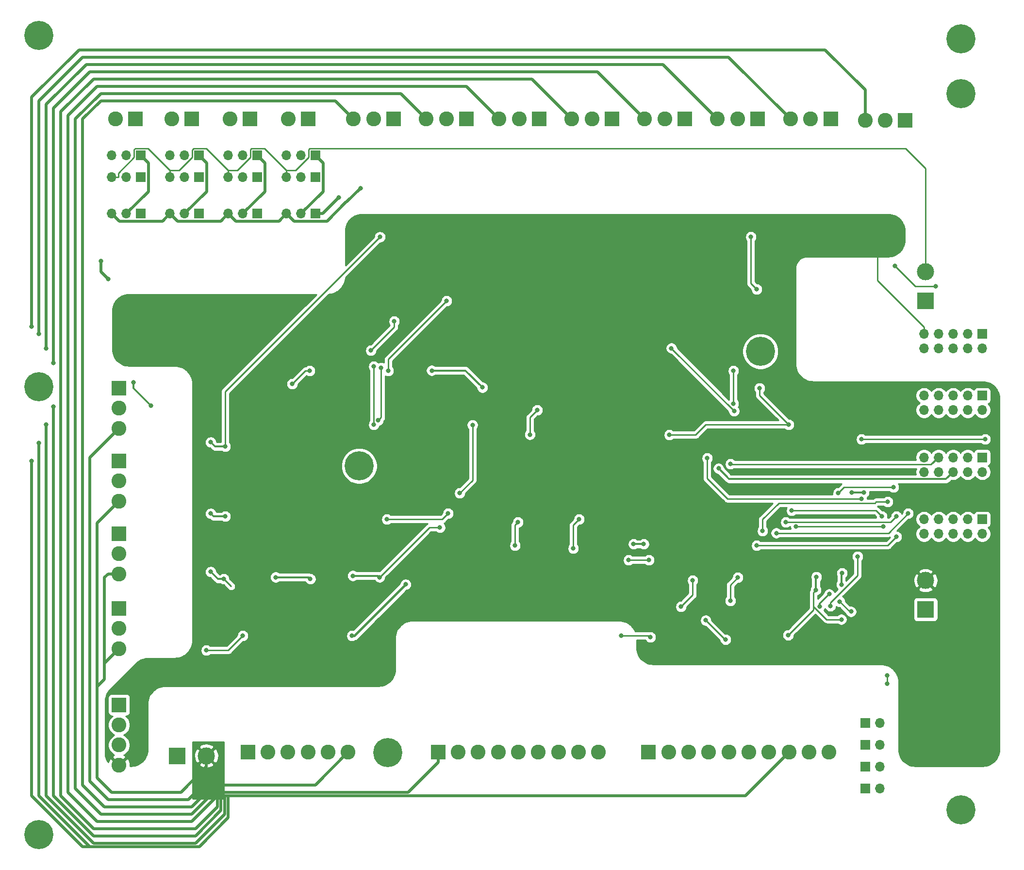
<source format=gbr>
%TF.GenerationSoftware,KiCad,Pcbnew,(5.1.9)-1*%
%TF.CreationDate,2021-02-11T18:19:04-05:00*%
%TF.ProjectId,Tensile_Board,54656e73-696c-4655-9f42-6f6172642e6b,rev?*%
%TF.SameCoordinates,Original*%
%TF.FileFunction,Copper,L2,Bot*%
%TF.FilePolarity,Positive*%
%FSLAX46Y46*%
G04 Gerber Fmt 4.6, Leading zero omitted, Abs format (unit mm)*
G04 Created by KiCad (PCBNEW (5.1.9)-1) date 2021-02-11 18:19:04*
%MOMM*%
%LPD*%
G01*
G04 APERTURE LIST*
%TA.AperFunction,ComponentPad*%
%ADD10C,5.080000*%
%TD*%
%TA.AperFunction,ComponentPad*%
%ADD11O,1.700000X1.700000*%
%TD*%
%TA.AperFunction,ComponentPad*%
%ADD12R,1.700000X1.700000*%
%TD*%
%TA.AperFunction,ComponentPad*%
%ADD13R,2.600000X2.600000*%
%TD*%
%TA.AperFunction,ComponentPad*%
%ADD14C,2.600000*%
%TD*%
%TA.AperFunction,ComponentPad*%
%ADD15C,3.000000*%
%TD*%
%TA.AperFunction,ComponentPad*%
%ADD16R,3.000000X3.000000*%
%TD*%
%TA.AperFunction,ViaPad*%
%ADD17C,0.800000*%
%TD*%
%TA.AperFunction,Conductor*%
%ADD18C,0.250000*%
%TD*%
%TA.AperFunction,Conductor*%
%ADD19C,0.350000*%
%TD*%
%TA.AperFunction,Conductor*%
%ADD20C,0.450000*%
%TD*%
%TA.AperFunction,Conductor*%
%ADD21C,0.500000*%
%TD*%
%TA.AperFunction,Conductor*%
%ADD22C,0.254000*%
%TD*%
%TA.AperFunction,Conductor*%
%ADD23C,0.100000*%
%TD*%
G04 APERTURE END LIST*
D10*
%TO.P,REF\u002A\u002A,1*%
%TO.N,N/C*%
X150000000Y-85000000D03*
%TD*%
%TO.P,REF\u002A\u002A,1*%
%TO.N,N/C*%
X80000000Y-105000000D03*
%TD*%
%TO.P,REF\u002A\u002A,1*%
%TO.N,N/C*%
X185000000Y-165000000D03*
%TD*%
%TO.P,REF\u002A\u002A,1*%
%TO.N,N/C*%
X85000000Y-155000000D03*
%TD*%
%TO.P,REF\u002A\u002A,1*%
%TO.N,N/C*%
X185000000Y-40000000D03*
%TD*%
%TO.P,REF\u002A\u002A,1*%
%TO.N,N/C*%
X185000000Y-30480000D03*
%TD*%
D11*
%TO.P,J1,10*%
%TO.N,P9*%
X178537000Y-116840000D03*
%TO.P,J1,9*%
%TO.N,P8*%
X178537000Y-114300000D03*
%TO.P,J1,8*%
%TO.N,P7*%
X181077000Y-116840000D03*
%TO.P,J1,7*%
%TO.N,P6*%
X181077000Y-114300000D03*
%TO.P,J1,6*%
%TO.N,P5*%
X183617000Y-116840000D03*
%TO.P,J1,5*%
%TO.N,P4*%
X183617000Y-114300000D03*
%TO.P,J1,4*%
%TO.N,P3*%
X186157000Y-116840000D03*
%TO.P,J1,3*%
%TO.N,P2*%
X186157000Y-114300000D03*
%TO.P,J1,2*%
%TO.N,P1*%
X188697000Y-116840000D03*
D12*
%TO.P,J1,1*%
%TO.N,P0*%
X188697000Y-114300000D03*
%TD*%
D11*
%TO.P,J2,10*%
%TO.N,P19*%
X178537000Y-106045000D03*
%TO.P,J2,9*%
%TO.N,P18*%
X178537000Y-103505000D03*
%TO.P,J2,8*%
%TO.N,P17*%
X181077000Y-106045000D03*
%TO.P,J2,7*%
%TO.N,P16*%
X181077000Y-103505000D03*
%TO.P,J2,6*%
%TO.N,P15*%
X183617000Y-106045000D03*
%TO.P,J2,5*%
%TO.N,P14*%
X183617000Y-103505000D03*
%TO.P,J2,4*%
%TO.N,P13*%
X186157000Y-106045000D03*
%TO.P,J2,3*%
%TO.N,P12*%
X186157000Y-103505000D03*
%TO.P,J2,2*%
%TO.N,P11*%
X188697000Y-106045000D03*
D12*
%TO.P,J2,1*%
%TO.N,P10*%
X188697000Y-103505000D03*
%TD*%
%TO.P,J3,1*%
%TO.N,P20*%
X188697000Y-92710000D03*
D11*
%TO.P,J3,2*%
%TO.N,P21*%
X188697000Y-95250000D03*
%TO.P,J3,3*%
%TO.N,P22*%
X186157000Y-92710000D03*
%TO.P,J3,4*%
%TO.N,P23*%
X186157000Y-95250000D03*
%TO.P,J3,5*%
%TO.N,P24*%
X183617000Y-92710000D03*
%TO.P,J3,6*%
%TO.N,P25*%
X183617000Y-95250000D03*
%TO.P,J3,7*%
%TO.N,P26*%
X181077000Y-92710000D03*
%TO.P,J3,8*%
%TO.N,P27*%
X181077000Y-95250000D03*
%TO.P,J3,9*%
%TO.N,SDA*%
X178537000Y-92710000D03*
%TO.P,J3,10*%
%TO.N,SCL*%
X178537000Y-95250000D03*
%TD*%
D10*
%TO.P,DISP_HOLE_3,1*%
%TO.N,N/C*%
X24130000Y-169345000D03*
%TD*%
%TO.P,DISP_HOLE_2,1*%
%TO.N,N/C*%
X24130000Y-91145000D03*
%TD*%
%TO.P,DISP_HOLE_1,1*%
%TO.N,N/C*%
X24130000Y-29845000D03*
%TD*%
D13*
%TO.P,J7,1*%
%TO.N,SHIELD*%
X93752000Y-154940000D03*
D14*
%TO.P,J7,2*%
%TO.N,GND_SC*%
X97252000Y-154940000D03*
%TO.P,J7,3*%
%TO.N,SRDY*%
X100752000Y-154940000D03*
%TO.P,J7,4*%
%TO.N,DIR+*%
X104252000Y-154940000D03*
%TO.P,J7,5*%
%TO.N,DIR-*%
X107752000Y-154940000D03*
%TO.P,J7,6*%
%TO.N,PUL-*%
X111252000Y-154940000D03*
%TO.P,J7,7*%
%TO.N,PUL+*%
X114752000Y-154940000D03*
%TO.P,J7,8*%
%TO.N,ENA*%
X118252000Y-154940000D03*
%TO.P,J7,9*%
%TO.N,+5V_SC*%
X121752000Y-154940000D03*
%TD*%
D13*
%TO.P,J8,1*%
%TO.N,+5V_FG*%
X60579000Y-154940000D03*
D14*
%TO.P,J8,2*%
%TO.N,FG_RX*%
X64079000Y-154940000D03*
%TO.P,J8,3*%
%TO.N,FG_TX*%
X67579000Y-154940000D03*
%TO.P,J8,4*%
%TO.N,FG_OVLD*%
X71079000Y-154940000D03*
%TO.P,J8,5*%
%TO.N,GND_FG*%
X74579000Y-154940000D03*
%TO.P,J8,6*%
%TO.N,SHIELD*%
X78079000Y-154940000D03*
%TD*%
D12*
%TO.P,J4,1*%
%TO.N,Net-(J4-Pad1)*%
X188697000Y-81915000D03*
D11*
%TO.P,J4,2*%
%TO.N,Net-(J4-Pad2)*%
X188697000Y-84455000D03*
%TO.P,J4,3*%
%TO.N,Net-(J4-Pad3)*%
X186157000Y-81915000D03*
%TO.P,J4,4*%
%TO.N,GND_TSD*%
X186157000Y-84455000D03*
%TO.P,J4,5*%
X183617000Y-81915000D03*
%TO.P,J4,6*%
X183617000Y-84455000D03*
%TO.P,J4,7*%
X181077000Y-81915000D03*
%TO.P,J4,8*%
X181077000Y-84455000D03*
%TO.P,J4,9*%
X178537000Y-81915000D03*
%TO.P,J4,10*%
%TO.N,Net-(J4-Pad10)*%
X178537000Y-84455000D03*
%TD*%
D14*
%TO.P,J18,3*%
%TO.N,SHIELD*%
X78994000Y-44450000D03*
%TO.P,J18,2*%
%TO.N,GPI_1-*%
X82494000Y-44450000D03*
D13*
%TO.P,J18,1*%
%TO.N,GPI_1+*%
X85994000Y-44450000D03*
%TD*%
%TO.P,J19,1*%
%TO.N,GPI_2+*%
X98694000Y-44450000D03*
D14*
%TO.P,J19,2*%
%TO.N,GPI_2-*%
X95194000Y-44450000D03*
%TO.P,J19,3*%
%TO.N,SHIELD*%
X91694000Y-44450000D03*
%TD*%
%TO.P,J20,3*%
%TO.N,SHIELD*%
X104394000Y-44450000D03*
%TO.P,J20,2*%
%TO.N,GPI_3-*%
X107894000Y-44450000D03*
D13*
%TO.P,J20,1*%
%TO.N,GPI_3+*%
X111394000Y-44450000D03*
%TD*%
%TO.P,J21,1*%
%TO.N,GPI_4+*%
X124094000Y-44450000D03*
D14*
%TO.P,J21,2*%
%TO.N,GPI_4-*%
X120594000Y-44450000D03*
%TO.P,J21,3*%
%TO.N,SHIELD*%
X117094000Y-44450000D03*
%TD*%
D13*
%TO.P,J22,1*%
%TO.N,GPI_5+*%
X136794000Y-44450000D03*
D14*
%TO.P,J22,2*%
%TO.N,GPI_5-*%
X133294000Y-44450000D03*
%TO.P,J22,3*%
%TO.N,SHIELD*%
X129794000Y-44450000D03*
%TD*%
D13*
%TO.P,J23,1*%
%TO.N,GPI_6+*%
X149494000Y-44450000D03*
D14*
%TO.P,J23,2*%
%TO.N,GPI_6-*%
X145994000Y-44450000D03*
%TO.P,J23,3*%
%TO.N,SHIELD*%
X142494000Y-44450000D03*
%TD*%
D13*
%TO.P,J24,1*%
%TO.N,GPI_7+*%
X162250000Y-44450000D03*
D14*
%TO.P,J24,2*%
%TO.N,GPI_7-*%
X158750000Y-44450000D03*
%TO.P,J24,3*%
%TO.N,SHIELD*%
X155250000Y-44450000D03*
%TD*%
%TO.P,J25,3*%
%TO.N,SHIELD*%
X168260000Y-44704000D03*
%TO.P,J25,2*%
%TO.N,GPI_8-*%
X171760000Y-44704000D03*
D13*
%TO.P,J25,1*%
%TO.N,GPI_8+*%
X175260000Y-44704000D03*
%TD*%
D14*
%TO.P,J26,3*%
%TO.N,SHIELD*%
X38100000Y-136850000D03*
%TO.P,J26,2*%
%TO.N,GPI_9*%
X38100000Y-133350000D03*
D13*
%TO.P,J26,1*%
%TO.N,5V_IO*%
X38100000Y-129850000D03*
%TD*%
D14*
%TO.P,J27,3*%
%TO.N,SHIELD*%
X38100000Y-123825000D03*
%TO.P,J27,2*%
%TO.N,GPI_10*%
X38100000Y-120325000D03*
D13*
%TO.P,J27,1*%
%TO.N,5V_IO*%
X38100000Y-116825000D03*
%TD*%
D14*
%TO.P,J28,3*%
%TO.N,SHIELD*%
X38100000Y-111125000D03*
%TO.P,J28,2*%
%TO.N,GPI_11*%
X38100000Y-107625000D03*
D13*
%TO.P,J28,1*%
%TO.N,5V_IO*%
X38100000Y-104125000D03*
%TD*%
%TO.P,J29,1*%
%TO.N,5V_IO*%
X38100000Y-91425000D03*
D14*
%TO.P,J29,2*%
%TO.N,GPI_12*%
X38100000Y-94925000D03*
%TO.P,J29,3*%
%TO.N,SHIELD*%
X38100000Y-98425000D03*
%TD*%
D12*
%TO.P,JP10,1*%
%TO.N,5V_IO*%
X72390000Y-60960000D03*
D11*
%TO.P,JP10,2*%
%TO.N,V_GPO4*%
X69850000Y-60960000D03*
%TO.P,JP10,3*%
%TO.N,VIN_IO*%
X67310000Y-60960000D03*
%TD*%
D12*
%TO.P,JP11,1*%
%TO.N,5V_IO*%
X52070000Y-60960000D03*
D11*
%TO.P,JP11,2*%
%TO.N,V_GPO2*%
X49530000Y-60960000D03*
%TO.P,JP11,3*%
%TO.N,VIN_IO*%
X46990000Y-60960000D03*
%TD*%
D12*
%TO.P,JP12,1*%
%TO.N,5V_IO*%
X62230000Y-60960000D03*
D11*
%TO.P,JP12,2*%
%TO.N,V_GPO3*%
X59690000Y-60960000D03*
%TO.P,JP12,3*%
%TO.N,VIN_IO*%
X57150000Y-60960000D03*
%TD*%
D12*
%TO.P,JP13,1*%
%TO.N,5V_IO*%
X41910000Y-60960000D03*
D11*
%TO.P,JP13,2*%
%TO.N,V_GPO1*%
X39370000Y-60960000D03*
%TO.P,JP13,3*%
%TO.N,VIN_IO*%
X36830000Y-60960000D03*
%TD*%
D12*
%TO.P,JP15,1*%
%TO.N,V_GPO4*%
X72390000Y-50800000D03*
D11*
%TO.P,JP15,2*%
%TO.N,GPO_4+*%
X69850000Y-50800000D03*
%TO.P,JP15,3*%
%TO.N,GPO_D4*%
X67310000Y-50800000D03*
%TD*%
%TO.P,JP16,3*%
%TO.N,GND_IO*%
X67310000Y-54610000D03*
%TO.P,JP16,2*%
%TO.N,GPO_4-*%
X69850000Y-54610000D03*
D12*
%TO.P,JP16,1*%
%TO.N,GPO_D4*%
X72390000Y-54610000D03*
%TD*%
%TO.P,JP18,1*%
%TO.N,V_GPO2*%
X52070000Y-50800000D03*
D11*
%TO.P,JP18,2*%
%TO.N,GPO_2+*%
X49530000Y-50800000D03*
%TO.P,JP18,3*%
%TO.N,GPO_D2*%
X46990000Y-50800000D03*
%TD*%
%TO.P,JP19,3*%
%TO.N,GND_IO*%
X46990000Y-54610000D03*
%TO.P,JP19,2*%
%TO.N,GPO_2-*%
X49530000Y-54610000D03*
D12*
%TO.P,JP19,1*%
%TO.N,GPO_D2*%
X52070000Y-54610000D03*
%TD*%
%TO.P,JP21,1*%
%TO.N,V_GPO3*%
X62230000Y-50800000D03*
D11*
%TO.P,JP21,2*%
%TO.N,GPO_3+*%
X59690000Y-50800000D03*
%TO.P,JP21,3*%
%TO.N,GPO_D3*%
X57150000Y-50800000D03*
%TD*%
%TO.P,JP22,3*%
%TO.N,GND_IO*%
X57150000Y-54610000D03*
%TO.P,JP22,2*%
%TO.N,GPO_3-*%
X59690000Y-54610000D03*
D12*
%TO.P,JP22,1*%
%TO.N,GPO_D3*%
X62230000Y-54610000D03*
%TD*%
%TO.P,JP24,1*%
%TO.N,V_GPO1*%
X41910000Y-50800000D03*
D11*
%TO.P,JP24,2*%
%TO.N,GPO_1+*%
X39370000Y-50800000D03*
%TO.P,JP24,3*%
%TO.N,GPO_D1*%
X36830000Y-50800000D03*
%TD*%
%TO.P,JP25,3*%
%TO.N,GND_IO*%
X36830000Y-54610000D03*
%TO.P,JP25,2*%
%TO.N,GPO_1-*%
X39370000Y-54610000D03*
D12*
%TO.P,JP25,1*%
%TO.N,GPO_D1*%
X41910000Y-54610000D03*
%TD*%
D13*
%TO.P,J11,1*%
%TO.N,SCL*%
X38100000Y-146685000D03*
D14*
%TO.P,J11,2*%
%TO.N,SDA*%
X38100000Y-150185000D03*
%TO.P,J11,3*%
%TO.N,+3V3_TS*%
X38100000Y-153685000D03*
%TO.P,J11,4*%
%TO.N,GND_TSD*%
X38100000Y-157185000D03*
%TD*%
%TO.P,J12,2*%
%TO.N,GPO_4-*%
X67620000Y-44450000D03*
D13*
%TO.P,J12,1*%
%TO.N,GPO_4+*%
X71120000Y-44450000D03*
%TD*%
D14*
%TO.P,J13,2*%
%TO.N,GPO_2-*%
X47300000Y-44450000D03*
D13*
%TO.P,J13,1*%
%TO.N,GPO_2+*%
X50800000Y-44450000D03*
%TD*%
%TO.P,J16,1*%
%TO.N,GPO_3+*%
X60960000Y-44450000D03*
D14*
%TO.P,J16,2*%
%TO.N,GPO_3-*%
X57460000Y-44450000D03*
%TD*%
D13*
%TO.P,J17,1*%
%TO.N,GPO_1+*%
X40965000Y-44450000D03*
D14*
%TO.P,J17,2*%
%TO.N,GPO_1-*%
X37465000Y-44450000D03*
%TD*%
D13*
%TO.P,J30,1*%
%TO.N,OUTA-*%
X130470000Y-154940000D03*
D14*
%TO.P,J30,2*%
%TO.N,OUTA+*%
X133970000Y-154940000D03*
%TO.P,J30,3*%
%TO.N,OUTB-*%
X137470000Y-154940000D03*
%TO.P,J30,4*%
%TO.N,OUTB+*%
X140970000Y-154940000D03*
%TO.P,J30,5*%
%TO.N,OUTZ-*%
X144470000Y-154940000D03*
%TO.P,J30,6*%
%TO.N,OUTZ+*%
X147970000Y-154940000D03*
%TO.P,J30,7*%
%TO.N,GND_ENC*%
X151470000Y-154940000D03*
%TO.P,J30,8*%
%TO.N,SHIELD*%
X154970000Y-154940000D03*
%TO.P,J30,9*%
%TO.N,OUTZI-*%
X158470000Y-154940000D03*
%TO.P,J30,10*%
%TO.N,OUTZI+*%
X161970000Y-154940000D03*
%TD*%
D11*
%TO.P,JP4,2*%
%TO.N,GND_ENC*%
X170815000Y-149860000D03*
D12*
%TO.P,JP4,1*%
%TO.N,OUTZI-*%
X168275000Y-149860000D03*
%TD*%
%TO.P,JP5,1*%
%TO.N,OUTZ-*%
X168275000Y-153670000D03*
D11*
%TO.P,JP5,2*%
%TO.N,GND_ENC*%
X170815000Y-153670000D03*
%TD*%
D12*
%TO.P,JP6,1*%
%TO.N,OUTB-*%
X168275000Y-157480000D03*
D11*
%TO.P,JP6,2*%
%TO.N,GND_ENC*%
X170815000Y-157480000D03*
%TD*%
%TO.P,JP7,2*%
%TO.N,GND_ENC*%
X170815000Y-161290000D03*
D12*
%TO.P,JP7,1*%
%TO.N,OUTA-*%
X168275000Y-161290000D03*
%TD*%
D15*
%TO.P,J6,2*%
%TO.N,GND_TSD*%
X178816000Y-124968000D03*
D16*
%TO.P,J6,1*%
%TO.N,Net-(J6-Pad1)*%
X178816000Y-130048000D03*
%TD*%
%TO.P,J9,1*%
%TO.N,GND_IO*%
X48260000Y-155575000D03*
D15*
%TO.P,J9,2*%
%TO.N,SHIELD*%
X53340000Y-155575000D03*
%TD*%
D16*
%TO.P,J10,1*%
%TO.N,Net-(J10-Pad1)*%
X178816000Y-76200000D03*
D15*
%TO.P,J10,2*%
%TO.N,GND_IO*%
X178816000Y-71120000D03*
%TD*%
D17*
%TO.N,Net-(BT1-Pad1)*%
X134455200Y-84455000D03*
X145409100Y-95408900D03*
%TO.N,P0*%
X189230000Y-100330000D03*
X167640000Y-100330000D03*
X154940000Y-97790000D03*
X149841467Y-91405556D03*
X134112000Y-99568000D03*
X83312000Y-97028000D03*
X83820000Y-87884000D03*
%TO.N,P12*%
X173731347Y-113787347D03*
X154432000Y-114808000D03*
X107696000Y-114808000D03*
X107188000Y-118872000D03*
%TO.N,P14*%
X163576000Y-109728000D03*
X173228000Y-108712000D03*
%TO.N,P16*%
X144780000Y-104648000D03*
%TO.N,P11*%
X173736000Y-117348000D03*
X149352000Y-118872000D03*
X130556000Y-121412000D03*
X127000000Y-121412000D03*
%TO.N,P13*%
X175768000Y-113284000D03*
X152776347Y-116708347D03*
X118364000Y-114300000D03*
X117348000Y-119380000D03*
%TO.N,P15*%
X142697000Y-105423000D03*
%TO.N,P17*%
X171196000Y-113792000D03*
X155448000Y-112776000D03*
X95504000Y-113284000D03*
X84836000Y-114300000D03*
%TO.N,P19*%
X172212000Y-111252000D03*
X150368000Y-116332000D03*
X138176000Y-124968000D03*
X136144000Y-129540000D03*
%TO.N,P21*%
X168046000Y-109626000D03*
X165964000Y-109626000D03*
X164236000Y-123698000D03*
X164135000Y-125691000D03*
X162001000Y-127356000D03*
X160325000Y-129489000D03*
%TO.N,P26*%
X82550000Y-97790000D03*
X82550000Y-87630000D03*
%TO.N,P20*%
X171450000Y-115570000D03*
X156210000Y-115570000D03*
X146050000Y-124460000D03*
X144737347Y-128525000D03*
%TO.N,Net-(JP3-Pad2)*%
X111049000Y-95250000D03*
X109779000Y-99517200D03*
%TO.N,Net-(R32-Pad2)*%
X165811000Y-130404000D03*
X163830000Y-128676000D03*
%TO.N,Net-(R34-Pad2)*%
X143916000Y-135280000D03*
X140462000Y-131928000D03*
%TO.N,GND_TSD*%
X53138700Y-86933900D03*
X55453900Y-93421700D03*
X170399400Y-67645400D03*
X181610000Y-146050000D03*
X179705000Y-140335000D03*
X172085000Y-135890000D03*
X170815000Y-137160000D03*
X152400000Y-137795000D03*
X151765000Y-134620000D03*
X138430000Y-136525000D03*
X138430000Y-133350000D03*
%TO.N,+3V3_TS*%
X94070500Y-115748100D03*
X154838000Y-134518000D03*
X164121000Y-131775000D03*
X159766000Y-124358000D03*
X159664000Y-126644000D03*
X129642000Y-118618000D03*
X127864000Y-118618000D03*
X83566000Y-124409000D03*
X78892400Y-124155000D03*
X71475600Y-124714000D03*
X65430400Y-124409000D03*
X92659200Y-88341200D03*
X101498000Y-91287600D03*
X172085000Y-141534000D03*
X172085000Y-142984000D03*
X53340000Y-137160000D03*
X59690000Y-134620000D03*
X95250000Y-76200000D03*
X85090000Y-88392000D03*
X97536000Y-109728000D03*
X99771200Y-97840800D03*
X180594000Y-73660000D03*
X173482000Y-70104000D03*
X68321347Y-90682653D03*
X71374000Y-88392000D03*
X82042000Y-84836000D03*
X86106000Y-79756000D03*
%TO.N,+5V_TS*%
X83609600Y-65033600D03*
X88110200Y-125657300D03*
X166945000Y-120793000D03*
X162204000Y-129425000D03*
X54091000Y-123455000D03*
X56388000Y-124714000D03*
X54091000Y-113295000D03*
X56642000Y-113792000D03*
X54091000Y-100849000D03*
X56642000Y-101600000D03*
X78740000Y-134620000D03*
X167640000Y-110744000D03*
X140716000Y-103632000D03*
X145288000Y-94119000D03*
X145288000Y-88392000D03*
X149352000Y-74168000D03*
X148336000Y-65024000D03*
X125730000Y-134620000D03*
X130810000Y-134874000D03*
%TO.N,SHIELD*%
X22860000Y-80645000D03*
X22860000Y-104140000D03*
X24130000Y-100965000D03*
X24130000Y-81915000D03*
X25400000Y-97790000D03*
X25400000Y-84455000D03*
X26670000Y-94615000D03*
X26670000Y-86995000D03*
%TO.N,GND_IO*%
X40640000Y-90424000D03*
X43688000Y-94488000D03*
X36195000Y-72390000D03*
X34925000Y-69215000D03*
%TO.N,VIN_IO*%
X80208800Y-56536000D03*
%TO.N,5V_IO*%
X76454000Y-58166000D03*
%TD*%
D18*
%TO.N,Net-(BT1-Pad1)*%
X145409100Y-95408900D02*
X134455200Y-84455000D01*
%TO.N,P0*%
X189230000Y-100330000D02*
X167640000Y-100330000D01*
X154940000Y-97790000D02*
X149860000Y-92710000D01*
X149860000Y-91424089D02*
X149841467Y-91405556D01*
X149860000Y-92710000D02*
X149860000Y-91424089D01*
X154940000Y-97790000D02*
X140462000Y-97790000D01*
X140462000Y-97790000D02*
X138684000Y-99568000D01*
X138684000Y-99568000D02*
X134112000Y-99568000D01*
X83820000Y-96520000D02*
X83820000Y-87884000D01*
X83312000Y-97028000D02*
X83820000Y-96520000D01*
%TO.N,P12*%
X172710694Y-114808000D02*
X154432000Y-114808000D01*
X173731347Y-113787347D02*
X172710694Y-114808000D01*
X107188000Y-115316000D02*
X107188000Y-118872000D01*
X107696000Y-114808000D02*
X107188000Y-115316000D01*
%TO.N,P14*%
X164592000Y-108712000D02*
X173228000Y-108712000D01*
X163576000Y-109728000D02*
X164592000Y-108712000D01*
D19*
%TO.N,P16*%
X144698000Y-104648000D02*
X144780000Y-104730000D01*
X179852000Y-104730000D02*
X181077000Y-103505000D01*
D18*
X144862000Y-104730000D02*
X144780000Y-104648000D01*
X179852000Y-104730000D02*
X144862000Y-104730000D01*
%TO.N,P11*%
X130556000Y-121412000D02*
X127000000Y-121412000D01*
X172212000Y-118872000D02*
X173736000Y-117348000D01*
X149352000Y-118872000D02*
X172212000Y-118872000D01*
%TO.N,P13*%
X172343653Y-116708347D02*
X152776347Y-116708347D01*
X175768000Y-113284000D02*
X172343653Y-116708347D01*
X117348000Y-115316000D02*
X117348000Y-119380000D01*
X118364000Y-114300000D02*
X117348000Y-115316000D01*
D19*
%TO.N,P15*%
X142697000Y-105423000D02*
X144544000Y-107270000D01*
X144544000Y-107270000D02*
X182392000Y-107270000D01*
X182392000Y-107270000D02*
X183617000Y-106045000D01*
D18*
%TO.N,P17*%
X170180000Y-112776000D02*
X155448000Y-112776000D01*
X171196000Y-113792000D02*
X170180000Y-112776000D01*
X94488000Y-114300000D02*
X84836000Y-114300000D01*
X95504000Y-113284000D02*
X94488000Y-114300000D01*
%TO.N,P19*%
X172212000Y-111252000D02*
X170180000Y-111252000D01*
X169962999Y-111469001D02*
X153198999Y-111469001D01*
X170180000Y-111252000D02*
X169962999Y-111469001D01*
X153198999Y-111469001D02*
X150368000Y-114300000D01*
X150368000Y-114300000D02*
X150368000Y-116332000D01*
X138176000Y-127508000D02*
X136144000Y-129540000D01*
X138176000Y-124968000D02*
X138176000Y-127508000D01*
D19*
%TO.N,P21*%
X165964000Y-109626000D02*
X168046000Y-109626000D01*
X164135000Y-125691000D02*
X164135000Y-123800000D01*
X164135000Y-123800000D02*
X164236000Y-123698000D01*
X160325000Y-129489000D02*
X160325000Y-129032000D01*
X160325000Y-129032000D02*
X162001000Y-127356000D01*
D18*
%TO.N,P26*%
X82550000Y-97790000D02*
X82550000Y-87630000D01*
%TO.N,P20*%
X171450000Y-115570000D02*
X156210000Y-115570000D01*
X144737347Y-125772653D02*
X144737347Y-128525000D01*
X146050000Y-124460000D02*
X144737347Y-125772653D01*
%TO.N,Net-(JP3-Pad2)*%
X109779000Y-99517200D02*
X109779000Y-96520000D01*
X109779000Y-96520000D02*
X111049000Y-95250000D01*
%TO.N,Net-(R32-Pad2)*%
X163830000Y-128676000D02*
X165557000Y-130404000D01*
X165557000Y-130404000D02*
X165811000Y-130404000D01*
%TO.N,Net-(R34-Pad2)*%
X140462000Y-131928000D02*
X143815000Y-135280000D01*
X143815000Y-135280000D02*
X143916000Y-135280000D01*
%TO.N,GND_TSD*%
X55453900Y-93421700D02*
X53138700Y-91106500D01*
X53138700Y-91106500D02*
X53138700Y-86933900D01*
X178537000Y-81915000D02*
X178537000Y-80739700D01*
X178537000Y-80739700D02*
X170399400Y-72602100D01*
X170399400Y-72602100D02*
X170399400Y-67645400D01*
D19*
X179705000Y-140335000D02*
X181610000Y-142240000D01*
X181610000Y-142240000D02*
X181610000Y-146050000D01*
X170815000Y-137160000D02*
X172085000Y-135890000D01*
X151765000Y-134620000D02*
X151765000Y-137160000D01*
X151765000Y-137160000D02*
X152400000Y-137795000D01*
X138430000Y-133350000D02*
X138430000Y-136525000D01*
%TO.N,+3V3_TS*%
X96846300Y-88341200D02*
X95605600Y-88341200D01*
X101498000Y-91287600D02*
X98552000Y-88341200D01*
X98552000Y-88341200D02*
X96846300Y-88341200D01*
D18*
X94070500Y-115748100D02*
X92226900Y-115748100D01*
X92226900Y-115748100D02*
X83566000Y-124409000D01*
D19*
X95605600Y-88341200D02*
X92659200Y-88341200D01*
D18*
X154838000Y-134518000D02*
X159264000Y-130092000D01*
X159264000Y-130092000D02*
X159264000Y-129502000D01*
X164121000Y-131775000D02*
X161538000Y-131775000D01*
X161538000Y-131775000D02*
X159264000Y-129502000D01*
X159264000Y-129502000D02*
X159264000Y-127044000D01*
X159264000Y-127044000D02*
X159664000Y-126644000D01*
D19*
X159664000Y-126644000D02*
X159664000Y-124460000D01*
X159664000Y-124460000D02*
X159766000Y-124358000D01*
X127864000Y-118618000D02*
X129642000Y-118618000D01*
X78892400Y-124155000D02*
X83312000Y-124155000D01*
X83312000Y-124155000D02*
X83566000Y-124409000D01*
X65430400Y-124409000D02*
X71170800Y-124409000D01*
X71170800Y-124409000D02*
X71475600Y-124714000D01*
D18*
X172085000Y-142984000D02*
X172085000Y-141534000D01*
X57150000Y-137160000D02*
X59690000Y-134620000D01*
X53340000Y-137160000D02*
X57150000Y-137160000D01*
X85090000Y-86360000D02*
X95250000Y-76200000D01*
X85090000Y-88392000D02*
X85090000Y-86360000D01*
X99771200Y-107492800D02*
X99771200Y-97840800D01*
X97536000Y-109728000D02*
X99771200Y-107492800D01*
X177038000Y-73660000D02*
X173482000Y-70104000D01*
X180594000Y-73660000D02*
X177038000Y-73660000D01*
X70612000Y-88392000D02*
X71374000Y-88392000D01*
X68321347Y-90682653D02*
X70612000Y-88392000D01*
X86106000Y-80772000D02*
X86106000Y-79756000D01*
X82042000Y-84836000D02*
X86106000Y-80772000D01*
%TO.N,+5V_TS*%
X163421300Y-127641700D02*
X166945000Y-124118000D01*
X166945000Y-124118000D02*
X166945000Y-120793000D01*
X162204000Y-129425000D02*
X162204000Y-128859000D01*
X162204000Y-128859000D02*
X163421300Y-127641700D01*
X56388000Y-124714000D02*
X57673000Y-125999000D01*
X87768500Y-125999000D02*
X88110200Y-125657300D01*
X83609600Y-65033600D02*
X56642000Y-92001200D01*
X56642000Y-92001200D02*
X56642000Y-101600000D01*
D19*
X56388000Y-124714000D02*
X55350000Y-124714000D01*
X55350000Y-124714000D02*
X54091000Y-123455000D01*
X56642000Y-113792000D02*
X54588000Y-113792000D01*
X54588000Y-113792000D02*
X54091000Y-113295000D01*
X56642000Y-101600000D02*
X54842000Y-101600000D01*
X54842000Y-101600000D02*
X54091000Y-100849000D01*
D20*
X79147500Y-134620000D02*
X78740000Y-134620000D01*
X88110200Y-125657300D02*
X79147500Y-134620000D01*
D18*
X167640000Y-110744000D02*
X144272000Y-110744000D01*
X140716000Y-107188000D02*
X140716000Y-103632000D01*
X144272000Y-110744000D02*
X140716000Y-107188000D01*
X145288000Y-94119000D02*
X145288000Y-88392000D01*
X149352000Y-74168000D02*
X148336000Y-73152000D01*
X148336000Y-73152000D02*
X148336000Y-65024000D01*
X130556000Y-134620000D02*
X130810000Y-134874000D01*
X125730000Y-134620000D02*
X130556000Y-134620000D01*
D21*
%TO.N,SHIELD*%
X26670000Y-42645800D02*
X26670000Y-42545000D01*
X26670000Y-42645800D02*
X26670000Y-86995000D01*
X53340000Y-158750000D02*
X53340000Y-157480000D01*
X53340000Y-160020000D02*
X53340000Y-158750000D01*
X53340000Y-158750000D02*
X53340000Y-157480000D01*
X53340000Y-160020000D02*
X53340000Y-158750000D01*
X38100000Y-98425000D02*
X33020000Y-103505000D01*
X33020000Y-103505000D02*
X33020000Y-160020000D01*
X33020000Y-160020000D02*
X36195000Y-163195000D01*
X36195000Y-163195000D02*
X50165000Y-163195000D01*
X50165000Y-163195000D02*
X53340000Y-160020000D01*
X53340000Y-160655000D02*
X53340000Y-160020000D01*
X53340000Y-161925000D02*
X53340000Y-160655000D01*
X53340000Y-160655000D02*
X53340000Y-160020000D01*
X56515000Y-162560000D02*
X55880000Y-162560000D01*
X25400000Y-97790000D02*
X25400000Y-162560000D01*
X25400000Y-162560000D02*
X33655000Y-170815000D01*
X33655000Y-170815000D02*
X51435000Y-170815000D01*
X51435000Y-170815000D02*
X56515000Y-165735000D01*
X56515000Y-165735000D02*
X56515000Y-162560000D01*
X24130000Y-100965000D02*
X24130000Y-162560000D01*
X24130000Y-162560000D02*
X32965000Y-171395000D01*
X53340000Y-157480000D02*
X53340000Y-155575000D01*
X53340000Y-157480000D02*
X53340000Y-155575000D01*
D19*
X35560000Y-139446000D02*
X35560000Y-140970000D01*
X35560000Y-139390000D02*
X35560000Y-139446000D01*
D21*
X35560000Y-139390000D02*
X35560000Y-139446000D01*
X38100000Y-123825000D02*
X36195000Y-123825000D01*
X36195000Y-123825000D02*
X35560000Y-124460000D01*
X35560000Y-124460000D02*
X35560000Y-139390000D01*
X35560000Y-139446000D02*
X35560000Y-140970000D01*
X38100000Y-136850000D02*
X35560000Y-139390000D01*
X35560000Y-139390000D02*
X35560000Y-139446000D01*
X38100000Y-111125000D02*
X34290000Y-114935000D01*
X34290000Y-114935000D02*
X34290000Y-143510000D01*
X34290000Y-143510000D02*
X34290000Y-159385000D01*
X34290000Y-159385000D02*
X36830000Y-161925000D01*
X36830000Y-161925000D02*
X48895000Y-161925000D01*
X48895000Y-161925000D02*
X53340000Y-157480000D01*
X35560000Y-140970000D02*
X35560000Y-142240000D01*
X35560000Y-142240000D02*
X34290000Y-143510000D01*
X168260000Y-44704000D02*
X168260000Y-39355000D01*
X168260000Y-39355000D02*
X161290000Y-32385000D01*
X161290000Y-32385000D02*
X31115000Y-32385000D01*
X31115000Y-32385000D02*
X22860000Y-40640000D01*
X22860000Y-40640000D02*
X22860000Y-80645000D01*
X22860000Y-104140000D02*
X22860000Y-162560000D01*
X22860000Y-162560000D02*
X31695000Y-171395000D01*
X31695000Y-171395000D02*
X32965000Y-171395000D01*
X154970000Y-154940000D02*
X147350000Y-162560000D01*
X147350000Y-162560000D02*
X57150000Y-162560000D01*
X57150000Y-162560000D02*
X56515000Y-162560000D01*
X32965000Y-171395000D02*
X52125000Y-171395000D01*
X52125000Y-171395000D02*
X57150000Y-166370000D01*
X57150000Y-166370000D02*
X57150000Y-162560000D01*
X155250000Y-44450000D02*
X144455000Y-33655000D01*
X144455000Y-33655000D02*
X31750000Y-33655000D01*
X31750000Y-33655000D02*
X24130000Y-41275000D01*
X24130000Y-41275000D02*
X24130000Y-81915000D01*
X142494000Y-44450000D02*
X132969000Y-34925000D01*
X132969000Y-34925000D02*
X32385000Y-34925000D01*
X32385000Y-34925000D02*
X25400000Y-41910000D01*
X25400000Y-41910000D02*
X25400000Y-84455000D01*
X26670000Y-94615000D02*
X26670000Y-162560000D01*
X26670000Y-162560000D02*
X33655000Y-169545000D01*
X33655000Y-169545000D02*
X51435000Y-169545000D01*
X51435000Y-169545000D02*
X55880000Y-165100000D01*
X55880000Y-165100000D02*
X55880000Y-162560000D01*
X55880000Y-162560000D02*
X55245000Y-162560000D01*
X129794000Y-44450000D02*
X121539000Y-36195000D01*
X121539000Y-36195000D02*
X33020000Y-36195000D01*
X33020000Y-36195000D02*
X26670000Y-42545000D01*
X117094000Y-44450000D02*
X110109000Y-37465000D01*
X110109000Y-37465000D02*
X33655000Y-37465000D01*
X33655000Y-37465000D02*
X27940000Y-43180000D01*
X27940000Y-43180000D02*
X27940000Y-162560000D01*
X27940000Y-162560000D02*
X33655000Y-168275000D01*
X33655000Y-168275000D02*
X51435000Y-168275000D01*
X51435000Y-168275000D02*
X55245000Y-164465000D01*
X55245000Y-164465000D02*
X55245000Y-162560000D01*
X104394000Y-44450000D02*
X98679000Y-38735000D01*
X98679000Y-38735000D02*
X34290000Y-38735000D01*
X34290000Y-38735000D02*
X29210000Y-43815000D01*
X29210000Y-43815000D02*
X29210000Y-161925000D01*
X29210000Y-161925000D02*
X34290000Y-167005000D01*
X34290000Y-167005000D02*
X50800000Y-167005000D01*
X50800000Y-167005000D02*
X55245000Y-162560000D01*
X55245000Y-162560000D02*
X53975000Y-162560000D01*
X91694000Y-44450000D02*
X87249000Y-40005000D01*
X87249000Y-40005000D02*
X34925000Y-40005000D01*
X34925000Y-40005000D02*
X30480000Y-44450000D01*
X30480000Y-44450000D02*
X30480000Y-161290000D01*
X30480000Y-161290000D02*
X34925000Y-165735000D01*
X34925000Y-165735000D02*
X50800000Y-165735000D01*
X50800000Y-165735000D02*
X53975000Y-162560000D01*
X78994000Y-44450000D02*
X75819000Y-41275000D01*
X75819000Y-41275000D02*
X34925000Y-41275000D01*
X34925000Y-41275000D02*
X31750000Y-44450000D01*
X31750000Y-44450000D02*
X31750000Y-160655000D01*
X31750000Y-160655000D02*
X35560000Y-164465000D01*
X35560000Y-164465000D02*
X50800000Y-164465000D01*
X50800000Y-164465000D02*
X53340000Y-161925000D01*
X53340000Y-155575000D02*
X53340000Y-157480000D01*
X53340000Y-157480000D02*
X53340000Y-158750000D01*
X53975000Y-162560000D02*
X53340000Y-161925000D01*
X93752000Y-154940000D02*
X93752000Y-156740000D01*
X93752000Y-156740000D02*
X88567000Y-161925000D01*
X88567000Y-161925000D02*
X54610000Y-161925000D01*
X54610000Y-161925000D02*
X53340000Y-160655000D01*
X53340000Y-158750000D02*
X55245000Y-160655000D01*
X55245000Y-160655000D02*
X72364000Y-160655000D01*
X72364000Y-160655000D02*
X78079000Y-154940000D01*
D18*
%TO.N,GND_IO*%
X67310000Y-53434700D02*
X63499900Y-49624600D01*
X63499900Y-49624600D02*
X61198900Y-49624600D01*
X61198900Y-49624600D02*
X61054600Y-49768900D01*
X61054600Y-49768900D02*
X61054600Y-51129500D01*
X61054600Y-51129500D02*
X58749400Y-53434700D01*
X58749400Y-53434700D02*
X57150000Y-53434700D01*
X57150000Y-53434700D02*
X53339900Y-49624600D01*
X53339900Y-49624600D02*
X51085300Y-49624600D01*
X51085300Y-49624600D02*
X50894600Y-49815300D01*
X50894600Y-49815300D02*
X50894600Y-51139900D01*
X50894600Y-51139900D02*
X48599800Y-53434700D01*
X48599800Y-53434700D02*
X46990000Y-53434700D01*
X46990000Y-54610000D02*
X46990000Y-53434700D01*
X36830000Y-54610000D02*
X38005300Y-54610000D01*
X38005300Y-54610000D02*
X38005300Y-53887400D01*
X38005300Y-53887400D02*
X40734600Y-51158100D01*
X40734600Y-51158100D02*
X40734600Y-49810300D01*
X40734600Y-49810300D02*
X40920300Y-49624600D01*
X40920300Y-49624600D02*
X43179900Y-49624600D01*
X43179900Y-49624600D02*
X46990000Y-53434700D01*
X67310000Y-54610000D02*
X67310000Y-53434700D01*
X57150000Y-54610000D02*
X57150000Y-53434700D01*
D19*
X43688000Y-94488000D02*
X40640000Y-91440000D01*
X40640000Y-91440000D02*
X40640000Y-90424000D01*
D21*
X34925000Y-69215000D02*
X34925000Y-71120000D01*
X34925000Y-71120000D02*
X36195000Y-72390000D01*
D18*
X178816000Y-53086000D02*
X178816000Y-71120000D01*
X71358900Y-49624600D02*
X175354600Y-49624600D01*
X71214600Y-49768900D02*
X71358900Y-49624600D01*
X71214600Y-51139900D02*
X71214600Y-49768900D01*
X68919800Y-53434700D02*
X71214600Y-51139900D01*
X175354600Y-49624600D02*
X178816000Y-53086000D01*
X67310000Y-53434700D02*
X68919800Y-53434700D01*
D21*
%TO.N,VIN_IO*%
X67310000Y-60960000D02*
X68610000Y-62260000D01*
X68610000Y-62260000D02*
X74392000Y-62260000D01*
X74392000Y-62260000D02*
X77724000Y-58928000D01*
X77724000Y-58928000D02*
X77816800Y-58928000D01*
X77816800Y-58928000D02*
X80208800Y-56536000D01*
X57150000Y-60960000D02*
X58450000Y-62260000D01*
X58450000Y-62260000D02*
X66010000Y-62260000D01*
X66010000Y-62260000D02*
X67310000Y-60960000D01*
X46990000Y-60960000D02*
X48290000Y-62260000D01*
X48290000Y-62260000D02*
X55850000Y-62260000D01*
X55850000Y-62260000D02*
X57150000Y-60960000D01*
X36830000Y-60960000D02*
X38130000Y-62260000D01*
X38130000Y-62260000D02*
X45690000Y-62260000D01*
X45690000Y-62260000D02*
X46990000Y-60960000D01*
%TO.N,5V_IO*%
X72390000Y-60960000D02*
X73660000Y-60960000D01*
X73660000Y-60960000D02*
X76454000Y-58166000D01*
%TO.N,V_GPO4*%
X69850000Y-60960000D02*
X73690000Y-57120000D01*
X73690000Y-57120000D02*
X73690000Y-52100000D01*
X73690000Y-52100000D02*
X72390000Y-50800000D01*
%TO.N,V_GPO2*%
X52070000Y-50800000D02*
X53370000Y-52100000D01*
X53370000Y-52100000D02*
X53370000Y-57120000D01*
X53370000Y-57120000D02*
X49530000Y-60960000D01*
%TO.N,V_GPO3*%
X62230000Y-50800000D02*
X63530000Y-52100000D01*
X63530000Y-52100000D02*
X63530000Y-57120000D01*
X63530000Y-57120000D02*
X59690000Y-60960000D01*
%TO.N,V_GPO1*%
X41910000Y-50800000D02*
X43210000Y-52100000D01*
X43210000Y-52100000D02*
X43210000Y-57120000D01*
X43210000Y-57120000D02*
X39370000Y-60960000D01*
%TD*%
D22*
%TO.N,SHIELD*%
X56388000Y-163068000D02*
X50927000Y-163068000D01*
X50927000Y-157066653D01*
X52027952Y-157066653D01*
X52183962Y-157382214D01*
X52558745Y-157573020D01*
X52963551Y-157687044D01*
X53382824Y-157719902D01*
X53800451Y-157670334D01*
X54200383Y-157540243D01*
X54496038Y-157382214D01*
X54652048Y-157066653D01*
X53340000Y-155754605D01*
X52027952Y-157066653D01*
X50927000Y-157066653D01*
X50927000Y-155617824D01*
X51195098Y-155617824D01*
X51244666Y-156035451D01*
X51374757Y-156435383D01*
X51532786Y-156731038D01*
X51848347Y-156887048D01*
X53160395Y-155575000D01*
X53519605Y-155575000D01*
X54831653Y-156887048D01*
X55147214Y-156731038D01*
X55338020Y-156356255D01*
X55452044Y-155951449D01*
X55484902Y-155532176D01*
X55435334Y-155114549D01*
X55305243Y-154714617D01*
X55147214Y-154418962D01*
X54831653Y-154262952D01*
X53519605Y-155575000D01*
X53160395Y-155575000D01*
X51848347Y-154262952D01*
X51532786Y-154418962D01*
X51341980Y-154793745D01*
X51227956Y-155198551D01*
X51195098Y-155617824D01*
X50927000Y-155617824D01*
X50927000Y-154083347D01*
X52027952Y-154083347D01*
X53340000Y-155395395D01*
X54652048Y-154083347D01*
X54496038Y-153767786D01*
X54121255Y-153576980D01*
X53716449Y-153462956D01*
X53297176Y-153430098D01*
X52879549Y-153479666D01*
X52479617Y-153609757D01*
X52183962Y-153767786D01*
X52027952Y-154083347D01*
X50927000Y-154083347D01*
X50927000Y-153162000D01*
X56388000Y-153162000D01*
X56388000Y-163068000D01*
%TA.AperFunction,Conductor*%
D23*
G36*
X56388000Y-163068000D02*
G01*
X50927000Y-163068000D01*
X50927000Y-157066653D01*
X52027952Y-157066653D01*
X52183962Y-157382214D01*
X52558745Y-157573020D01*
X52963551Y-157687044D01*
X53382824Y-157719902D01*
X53800451Y-157670334D01*
X54200383Y-157540243D01*
X54496038Y-157382214D01*
X54652048Y-157066653D01*
X53340000Y-155754605D01*
X52027952Y-157066653D01*
X50927000Y-157066653D01*
X50927000Y-155617824D01*
X51195098Y-155617824D01*
X51244666Y-156035451D01*
X51374757Y-156435383D01*
X51532786Y-156731038D01*
X51848347Y-156887048D01*
X53160395Y-155575000D01*
X53519605Y-155575000D01*
X54831653Y-156887048D01*
X55147214Y-156731038D01*
X55338020Y-156356255D01*
X55452044Y-155951449D01*
X55484902Y-155532176D01*
X55435334Y-155114549D01*
X55305243Y-154714617D01*
X55147214Y-154418962D01*
X54831653Y-154262952D01*
X53519605Y-155575000D01*
X53160395Y-155575000D01*
X51848347Y-154262952D01*
X51532786Y-154418962D01*
X51341980Y-154793745D01*
X51227956Y-155198551D01*
X51195098Y-155617824D01*
X50927000Y-155617824D01*
X50927000Y-154083347D01*
X52027952Y-154083347D01*
X53340000Y-155395395D01*
X54652048Y-154083347D01*
X54496038Y-153767786D01*
X54121255Y-153576980D01*
X53716449Y-153462956D01*
X53297176Y-153430098D01*
X52879549Y-153479666D01*
X52479617Y-153609757D01*
X52183962Y-153767786D01*
X52027952Y-154083347D01*
X50927000Y-154083347D01*
X50927000Y-153162000D01*
X56388000Y-153162000D01*
X56388000Y-163068000D01*
G37*
%TD.AperFunction*%
%TD*%
D22*
%TO.N,GND_TSD*%
X172581646Y-61105263D02*
X172899266Y-61159228D01*
X173208818Y-61248409D01*
X173506468Y-61371700D01*
X173788421Y-61527529D01*
X174051156Y-61713951D01*
X174291376Y-61928624D01*
X174506049Y-62168844D01*
X174692471Y-62431579D01*
X174848300Y-62713532D01*
X174971591Y-63011182D01*
X175060772Y-63320734D01*
X175114737Y-63638354D01*
X175133000Y-63963560D01*
X175133000Y-65576440D01*
X175114737Y-65901646D01*
X175060772Y-66219266D01*
X174971591Y-66528818D01*
X174848300Y-66826468D01*
X174692471Y-67108421D01*
X174506049Y-67371156D01*
X174291376Y-67611376D01*
X174051156Y-67826049D01*
X173788421Y-68012471D01*
X173506468Y-68168300D01*
X173208818Y-68291591D01*
X172899266Y-68380772D01*
X172581646Y-68434737D01*
X172256440Y-68453000D01*
X158115000Y-68453000D01*
X158105940Y-68453324D01*
X157834830Y-68472714D01*
X157816894Y-68475292D01*
X157551303Y-68533068D01*
X157533917Y-68538173D01*
X157279252Y-68633158D01*
X157262769Y-68640686D01*
X157024214Y-68770947D01*
X157008971Y-68780743D01*
X156791382Y-68943628D01*
X156777687Y-68955494D01*
X156585494Y-69147687D01*
X156573628Y-69161382D01*
X156410743Y-69378971D01*
X156400947Y-69394214D01*
X156270686Y-69632769D01*
X156263158Y-69649252D01*
X156168173Y-69903917D01*
X156163068Y-69921303D01*
X156105292Y-70186894D01*
X156102714Y-70204830D01*
X156083324Y-70475940D01*
X156083000Y-70485000D01*
X156083000Y-87170000D01*
X156083200Y-87177121D01*
X156102063Y-87513014D01*
X156103657Y-87527166D01*
X156160010Y-87858836D01*
X156163180Y-87872721D01*
X156256314Y-88195995D01*
X156261017Y-88209438D01*
X156389760Y-88520252D01*
X156395940Y-88533083D01*
X156558674Y-88827528D01*
X156566251Y-88839587D01*
X156760930Y-89113960D01*
X156769809Y-89125095D01*
X156993983Y-89375946D01*
X157004054Y-89386017D01*
X157254905Y-89610191D01*
X157266040Y-89619070D01*
X157540413Y-89813749D01*
X157552472Y-89821326D01*
X157846917Y-89984060D01*
X157859748Y-89990240D01*
X158170562Y-90118983D01*
X158184005Y-90123686D01*
X158507279Y-90216820D01*
X158521164Y-90219990D01*
X158852834Y-90276343D01*
X158866986Y-90277937D01*
X159202879Y-90296800D01*
X159210000Y-90297000D01*
X188766440Y-90297000D01*
X189091646Y-90315263D01*
X189409266Y-90369228D01*
X189718818Y-90458409D01*
X190016468Y-90581700D01*
X190298421Y-90737529D01*
X190561156Y-90923951D01*
X190801376Y-91138624D01*
X191016049Y-91378844D01*
X191202471Y-91641579D01*
X191358300Y-91923532D01*
X191481591Y-92221182D01*
X191570772Y-92530734D01*
X191624737Y-92848354D01*
X191643000Y-93173560D01*
X191643000Y-154476440D01*
X191624737Y-154801646D01*
X191570772Y-155119266D01*
X191481591Y-155428818D01*
X191358300Y-155726468D01*
X191202471Y-156008421D01*
X191016049Y-156271156D01*
X190801376Y-156511376D01*
X190561156Y-156726049D01*
X190298421Y-156912471D01*
X190016468Y-157068300D01*
X189718818Y-157191591D01*
X189409266Y-157280772D01*
X189091646Y-157334737D01*
X188766440Y-157353000D01*
X176993560Y-157353000D01*
X176668354Y-157334737D01*
X176350734Y-157280772D01*
X176041182Y-157191591D01*
X175743532Y-157068300D01*
X175461579Y-156912471D01*
X175198844Y-156726049D01*
X174958624Y-156511376D01*
X174743951Y-156271156D01*
X174557529Y-156008421D01*
X174401700Y-155726468D01*
X174278409Y-155428818D01*
X174189228Y-155119266D01*
X174135263Y-154801646D01*
X174117000Y-154476440D01*
X174117000Y-142700000D01*
X174116800Y-142692879D01*
X174097937Y-142356986D01*
X174096343Y-142342834D01*
X174039990Y-142011164D01*
X174036820Y-141997279D01*
X173943686Y-141674005D01*
X173938983Y-141660562D01*
X173810240Y-141349748D01*
X173804060Y-141336917D01*
X173641326Y-141042472D01*
X173633749Y-141030413D01*
X173439070Y-140756040D01*
X173430191Y-140744905D01*
X173206017Y-140494054D01*
X173195946Y-140483983D01*
X172945095Y-140259809D01*
X172933960Y-140250930D01*
X172659587Y-140056251D01*
X172647528Y-140048674D01*
X172353083Y-139885940D01*
X172340252Y-139879760D01*
X172029438Y-139751017D01*
X172015995Y-139746314D01*
X171692721Y-139653180D01*
X171678836Y-139650010D01*
X171347166Y-139593657D01*
X171333014Y-139592063D01*
X170997121Y-139573200D01*
X170990000Y-139573000D01*
X131273560Y-139573000D01*
X130948354Y-139554737D01*
X130630734Y-139500772D01*
X130321182Y-139411591D01*
X130023532Y-139288300D01*
X129741579Y-139132471D01*
X129478844Y-138946049D01*
X129238624Y-138731376D01*
X129023951Y-138491156D01*
X128837529Y-138228421D01*
X128681700Y-137946468D01*
X128558409Y-137648818D01*
X128469228Y-137339266D01*
X128415263Y-137021646D01*
X128397000Y-136696440D01*
X128397000Y-135380000D01*
X129903315Y-135380000D01*
X130006063Y-135533774D01*
X130150226Y-135677937D01*
X130319744Y-135791205D01*
X130508102Y-135869226D01*
X130708061Y-135909000D01*
X130911939Y-135909000D01*
X131111898Y-135869226D01*
X131300256Y-135791205D01*
X131469774Y-135677937D01*
X131613937Y-135533774D01*
X131727205Y-135364256D01*
X131805226Y-135175898D01*
X131845000Y-134975939D01*
X131845000Y-134772061D01*
X131805226Y-134572102D01*
X131727205Y-134383744D01*
X131613937Y-134214226D01*
X131469774Y-134070063D01*
X131300256Y-133956795D01*
X131111898Y-133878774D01*
X130911939Y-133839000D01*
X130708061Y-133839000D01*
X130599455Y-133860603D01*
X130593333Y-133860000D01*
X130593322Y-133860000D01*
X130556000Y-133856324D01*
X130518678Y-133860000D01*
X128144192Y-133860000D01*
X128090240Y-133729748D01*
X128084060Y-133716917D01*
X127921326Y-133422472D01*
X127913749Y-133410413D01*
X127719070Y-133136040D01*
X127710191Y-133124905D01*
X127486017Y-132874054D01*
X127475946Y-132863983D01*
X127225095Y-132639809D01*
X127213960Y-132630930D01*
X126939587Y-132436251D01*
X126927528Y-132428674D01*
X126633083Y-132265940D01*
X126620252Y-132259760D01*
X126309438Y-132131017D01*
X126295995Y-132126314D01*
X125972721Y-132033180D01*
X125958836Y-132030010D01*
X125627166Y-131973657D01*
X125613014Y-131972063D01*
X125277121Y-131953200D01*
X125270000Y-131953000D01*
X89360000Y-131953000D01*
X89352879Y-131953200D01*
X89016986Y-131972063D01*
X89002834Y-131973657D01*
X88671164Y-132030010D01*
X88657279Y-132033180D01*
X88334005Y-132126314D01*
X88320562Y-132131017D01*
X88009748Y-132259760D01*
X87996917Y-132265940D01*
X87702472Y-132428674D01*
X87690413Y-132436251D01*
X87416040Y-132630930D01*
X87404905Y-132639809D01*
X87154054Y-132863983D01*
X87143983Y-132874054D01*
X86919809Y-133124905D01*
X86910930Y-133136040D01*
X86716251Y-133410413D01*
X86708674Y-133422472D01*
X86545940Y-133716917D01*
X86539760Y-133729748D01*
X86411017Y-134040562D01*
X86406314Y-134054005D01*
X86313180Y-134377279D01*
X86310010Y-134391164D01*
X86253657Y-134722834D01*
X86252063Y-134736986D01*
X86233200Y-135072879D01*
X86233000Y-135080000D01*
X86233000Y-140506440D01*
X86214737Y-140831646D01*
X86160772Y-141149266D01*
X86071591Y-141458818D01*
X85948300Y-141756468D01*
X85792471Y-142038421D01*
X85606049Y-142301156D01*
X85391376Y-142541376D01*
X85151156Y-142756049D01*
X84888421Y-142942471D01*
X84606468Y-143098300D01*
X84308818Y-143221591D01*
X83999266Y-143310772D01*
X83681646Y-143364737D01*
X83356440Y-143383000D01*
X46180000Y-143383000D01*
X46172879Y-143383200D01*
X45836986Y-143402063D01*
X45822834Y-143403657D01*
X45491164Y-143460010D01*
X45477279Y-143463180D01*
X45154005Y-143556314D01*
X45140562Y-143561017D01*
X44829748Y-143689760D01*
X44816917Y-143695940D01*
X44522472Y-143858674D01*
X44510413Y-143866251D01*
X44236040Y-144060930D01*
X44224905Y-144069809D01*
X43974054Y-144293983D01*
X43963983Y-144304054D01*
X43739809Y-144554905D01*
X43730930Y-144566040D01*
X43536251Y-144840413D01*
X43528674Y-144852472D01*
X43365940Y-145146917D01*
X43359760Y-145159748D01*
X43231017Y-145470562D01*
X43226314Y-145484005D01*
X43133180Y-145807279D01*
X43130010Y-145821164D01*
X43073657Y-146152834D01*
X43072063Y-146166986D01*
X43053200Y-146502879D01*
X43053000Y-146510000D01*
X43053000Y-154476440D01*
X43034737Y-154801646D01*
X42980772Y-155119266D01*
X42891591Y-155428818D01*
X42768300Y-155726468D01*
X42612471Y-156008421D01*
X42426049Y-156271156D01*
X42211376Y-156511376D01*
X41971156Y-156726049D01*
X41708421Y-156912471D01*
X41426468Y-157068300D01*
X41128818Y-157191591D01*
X40819266Y-157280772D01*
X40501646Y-157334737D01*
X40176440Y-157353000D01*
X40027907Y-157353000D01*
X40043701Y-157134271D01*
X39996457Y-156756049D01*
X39876333Y-156394310D01*
X39744312Y-156147317D01*
X39449224Y-156015381D01*
X38279605Y-157185000D01*
X38293748Y-157199143D01*
X38139890Y-157353000D01*
X38060110Y-157353000D01*
X37906253Y-157199143D01*
X37920395Y-157185000D01*
X36750776Y-156015381D01*
X36455688Y-156147317D01*
X36284841Y-156488045D01*
X36228979Y-156691130D01*
X36108986Y-156554305D01*
X35960682Y-156332352D01*
X35842615Y-156092934D01*
X35756811Y-155840164D01*
X35704731Y-155578343D01*
X35687000Y-155307818D01*
X35687000Y-146026201D01*
X35705263Y-145700994D01*
X35758951Y-145385000D01*
X36161928Y-145385000D01*
X36161928Y-147985000D01*
X36174188Y-148109482D01*
X36210498Y-148229180D01*
X36269463Y-148339494D01*
X36348815Y-148436185D01*
X36445506Y-148515537D01*
X36555820Y-148574502D01*
X36675518Y-148610812D01*
X36800000Y-148623072D01*
X36954682Y-148623072D01*
X36866509Y-148681987D01*
X36596987Y-148951509D01*
X36385225Y-149268434D01*
X36239361Y-149620581D01*
X36165000Y-149994419D01*
X36165000Y-150375581D01*
X36239361Y-150749419D01*
X36385225Y-151101566D01*
X36596987Y-151418491D01*
X36866509Y-151688013D01*
X37183434Y-151899775D01*
X37268475Y-151935000D01*
X37183434Y-151970225D01*
X36866509Y-152181987D01*
X36596987Y-152451509D01*
X36385225Y-152768434D01*
X36239361Y-153120581D01*
X36165000Y-153494419D01*
X36165000Y-153875581D01*
X36239361Y-154249419D01*
X36385225Y-154601566D01*
X36596987Y-154918491D01*
X36866509Y-155188013D01*
X37183434Y-155399775D01*
X37263725Y-155433033D01*
X37062317Y-155540688D01*
X36930381Y-155835776D01*
X38100000Y-157005395D01*
X39269619Y-155835776D01*
X39137683Y-155540688D01*
X38928995Y-155436048D01*
X39016566Y-155399775D01*
X39333491Y-155188013D01*
X39603013Y-154918491D01*
X39814775Y-154601566D01*
X39960639Y-154249419D01*
X40035000Y-153875581D01*
X40035000Y-153494419D01*
X39960639Y-153120581D01*
X39814775Y-152768434D01*
X39603013Y-152451509D01*
X39333491Y-152181987D01*
X39016566Y-151970225D01*
X38931525Y-151935000D01*
X39016566Y-151899775D01*
X39333491Y-151688013D01*
X39603013Y-151418491D01*
X39814775Y-151101566D01*
X39960639Y-150749419D01*
X40035000Y-150375581D01*
X40035000Y-149994419D01*
X39960639Y-149620581D01*
X39814775Y-149268434D01*
X39603013Y-148951509D01*
X39333491Y-148681987D01*
X39245318Y-148623072D01*
X39400000Y-148623072D01*
X39524482Y-148610812D01*
X39644180Y-148574502D01*
X39754494Y-148515537D01*
X39851185Y-148436185D01*
X39930537Y-148339494D01*
X39989502Y-148229180D01*
X40025812Y-148109482D01*
X40038072Y-147985000D01*
X40038072Y-145385000D01*
X40025812Y-145260518D01*
X39989502Y-145140820D01*
X39930537Y-145030506D01*
X39851185Y-144933815D01*
X39754494Y-144854463D01*
X39644180Y-144795498D01*
X39524482Y-144759188D01*
X39400000Y-144746928D01*
X36800000Y-144746928D01*
X36675518Y-144759188D01*
X36555820Y-144795498D01*
X36445506Y-144854463D01*
X36348815Y-144933815D01*
X36269463Y-145030506D01*
X36210498Y-145140820D01*
X36174188Y-145260518D01*
X36161928Y-145385000D01*
X35758951Y-145385000D01*
X35759228Y-145383375D01*
X35848409Y-145073823D01*
X35971700Y-144776172D01*
X36127529Y-144494219D01*
X36313951Y-144231484D01*
X36530999Y-143988607D01*
X41118607Y-139400999D01*
X41361484Y-139183951D01*
X41624219Y-138997529D01*
X41906172Y-138841700D01*
X42203823Y-138718409D01*
X42513375Y-138629228D01*
X42830994Y-138575263D01*
X43156201Y-138557000D01*
X47800000Y-138557000D01*
X47807121Y-138556800D01*
X48143014Y-138537937D01*
X48157166Y-138536343D01*
X48488836Y-138479990D01*
X48502721Y-138476820D01*
X48825995Y-138383686D01*
X48839438Y-138378983D01*
X49150252Y-138250240D01*
X49163083Y-138244060D01*
X49457528Y-138081326D01*
X49469587Y-138073749D01*
X49743960Y-137879070D01*
X49755095Y-137870191D01*
X50005946Y-137646017D01*
X50016017Y-137635946D01*
X50240191Y-137385095D01*
X50249070Y-137373960D01*
X50443749Y-137099587D01*
X50451326Y-137087528D01*
X50467611Y-137058061D01*
X52305000Y-137058061D01*
X52305000Y-137261939D01*
X52344774Y-137461898D01*
X52422795Y-137650256D01*
X52536063Y-137819774D01*
X52680226Y-137963937D01*
X52849744Y-138077205D01*
X53038102Y-138155226D01*
X53238061Y-138195000D01*
X53441939Y-138195000D01*
X53641898Y-138155226D01*
X53830256Y-138077205D01*
X53999774Y-137963937D01*
X54043711Y-137920000D01*
X57112678Y-137920000D01*
X57150000Y-137923676D01*
X57187322Y-137920000D01*
X57187333Y-137920000D01*
X57298986Y-137909003D01*
X57442247Y-137865546D01*
X57574276Y-137794974D01*
X57690001Y-137700001D01*
X57713804Y-137670997D01*
X59729803Y-135655000D01*
X59791939Y-135655000D01*
X59991898Y-135615226D01*
X60180256Y-135537205D01*
X60349774Y-135423937D01*
X60493937Y-135279774D01*
X60607205Y-135110256D01*
X60685226Y-134921898D01*
X60725000Y-134721939D01*
X60725000Y-134518061D01*
X77705000Y-134518061D01*
X77705000Y-134721939D01*
X77744774Y-134921898D01*
X77822795Y-135110256D01*
X77936063Y-135279774D01*
X78080226Y-135423937D01*
X78249744Y-135537205D01*
X78438102Y-135615226D01*
X78638061Y-135655000D01*
X78841939Y-135655000D01*
X79041898Y-135615226D01*
X79230256Y-135537205D01*
X79349796Y-135457331D01*
X79478200Y-135418381D01*
X79627602Y-135338524D01*
X79758554Y-135231054D01*
X79785488Y-135198235D01*
X83157662Y-131826061D01*
X139427000Y-131826061D01*
X139427000Y-132029939D01*
X139466774Y-132229898D01*
X139544795Y-132418256D01*
X139658063Y-132587774D01*
X139802226Y-132731937D01*
X139971744Y-132845205D01*
X140160102Y-132923226D01*
X140360061Y-132963000D01*
X140422347Y-132963000D01*
X142890678Y-135430596D01*
X142920774Y-135581898D01*
X142998795Y-135770256D01*
X143112063Y-135939774D01*
X143256226Y-136083937D01*
X143425744Y-136197205D01*
X143614102Y-136275226D01*
X143814061Y-136315000D01*
X144017939Y-136315000D01*
X144217898Y-136275226D01*
X144406256Y-136197205D01*
X144575774Y-136083937D01*
X144719937Y-135939774D01*
X144833205Y-135770256D01*
X144911226Y-135581898D01*
X144951000Y-135381939D01*
X144951000Y-135178061D01*
X144911226Y-134978102D01*
X144833205Y-134789744D01*
X144719937Y-134620226D01*
X144575774Y-134476063D01*
X144485975Y-134416061D01*
X153803000Y-134416061D01*
X153803000Y-134619939D01*
X153842774Y-134819898D01*
X153920795Y-135008256D01*
X154034063Y-135177774D01*
X154178226Y-135321937D01*
X154347744Y-135435205D01*
X154536102Y-135513226D01*
X154736061Y-135553000D01*
X154939939Y-135553000D01*
X155139898Y-135513226D01*
X155328256Y-135435205D01*
X155497774Y-135321937D01*
X155641937Y-135177774D01*
X155755205Y-135008256D01*
X155833226Y-134819898D01*
X155873000Y-134619939D01*
X155873000Y-134557801D01*
X159559183Y-130871619D01*
X160974257Y-132286071D01*
X160997999Y-132315001D01*
X161027058Y-132338849D01*
X161027121Y-132338912D01*
X161057233Y-132363613D01*
X161113724Y-132409974D01*
X161113798Y-132410013D01*
X161113863Y-132410067D01*
X161179624Y-132445199D01*
X161245753Y-132480546D01*
X161245834Y-132480571D01*
X161245908Y-132480610D01*
X161315357Y-132501660D01*
X161389014Y-132524003D01*
X161389102Y-132524012D01*
X161389179Y-132524035D01*
X161459595Y-132530955D01*
X161500667Y-132535000D01*
X161500760Y-132535000D01*
X161538168Y-132538676D01*
X161575408Y-132535000D01*
X163417289Y-132535000D01*
X163461226Y-132578937D01*
X163630744Y-132692205D01*
X163819102Y-132770226D01*
X164019061Y-132810000D01*
X164222939Y-132810000D01*
X164422898Y-132770226D01*
X164611256Y-132692205D01*
X164780774Y-132578937D01*
X164924937Y-132434774D01*
X165038205Y-132265256D01*
X165116226Y-132076898D01*
X165156000Y-131876939D01*
X165156000Y-131673061D01*
X165116226Y-131473102D01*
X165038205Y-131284744D01*
X164924937Y-131115226D01*
X164780774Y-130971063D01*
X164611256Y-130857795D01*
X164422898Y-130779774D01*
X164222939Y-130740000D01*
X164019061Y-130740000D01*
X163819102Y-130779774D01*
X163630744Y-130857795D01*
X163461226Y-130971063D01*
X163417289Y-131015000D01*
X161852704Y-131015000D01*
X161057533Y-130220178D01*
X161128937Y-130148774D01*
X161242205Y-129979256D01*
X161277755Y-129893431D01*
X161286795Y-129915256D01*
X161400063Y-130084774D01*
X161544226Y-130228937D01*
X161713744Y-130342205D01*
X161902102Y-130420226D01*
X162102061Y-130460000D01*
X162305939Y-130460000D01*
X162505898Y-130420226D01*
X162694256Y-130342205D01*
X162863774Y-130228937D01*
X163007937Y-130084774D01*
X163121205Y-129915256D01*
X163199226Y-129726898D01*
X163239000Y-129526939D01*
X163239000Y-129525890D01*
X163339744Y-129593205D01*
X163528102Y-129671226D01*
X163728061Y-129711000D01*
X163789911Y-129711000D01*
X164838100Y-130759796D01*
X164893795Y-130894256D01*
X165007063Y-131063774D01*
X165151226Y-131207937D01*
X165320744Y-131321205D01*
X165509102Y-131399226D01*
X165709061Y-131439000D01*
X165912939Y-131439000D01*
X166112898Y-131399226D01*
X166301256Y-131321205D01*
X166470774Y-131207937D01*
X166614937Y-131063774D01*
X166728205Y-130894256D01*
X166806226Y-130705898D01*
X166846000Y-130505939D01*
X166846000Y-130302061D01*
X166806226Y-130102102D01*
X166728205Y-129913744D01*
X166614937Y-129744226D01*
X166470774Y-129600063D01*
X166301256Y-129486795D01*
X166112898Y-129408774D01*
X165912939Y-129369000D01*
X165709061Y-129369000D01*
X165615658Y-129387579D01*
X164865000Y-128636487D01*
X164865000Y-128574061D01*
X164859817Y-128548000D01*
X176677928Y-128548000D01*
X176677928Y-131548000D01*
X176690188Y-131672482D01*
X176726498Y-131792180D01*
X176785463Y-131902494D01*
X176864815Y-131999185D01*
X176961506Y-132078537D01*
X177071820Y-132137502D01*
X177191518Y-132173812D01*
X177316000Y-132186072D01*
X180316000Y-132186072D01*
X180440482Y-132173812D01*
X180560180Y-132137502D01*
X180670494Y-132078537D01*
X180767185Y-131999185D01*
X180846537Y-131902494D01*
X180905502Y-131792180D01*
X180941812Y-131672482D01*
X180954072Y-131548000D01*
X180954072Y-128548000D01*
X180941812Y-128423518D01*
X180905502Y-128303820D01*
X180846537Y-128193506D01*
X180767185Y-128096815D01*
X180670494Y-128017463D01*
X180560180Y-127958498D01*
X180440482Y-127922188D01*
X180316000Y-127909928D01*
X177316000Y-127909928D01*
X177191518Y-127922188D01*
X177071820Y-127958498D01*
X176961506Y-128017463D01*
X176864815Y-128096815D01*
X176785463Y-128193506D01*
X176726498Y-128303820D01*
X176690188Y-128423518D01*
X176677928Y-128548000D01*
X164859817Y-128548000D01*
X164825226Y-128374102D01*
X164747205Y-128185744D01*
X164633937Y-128016226D01*
X164489774Y-127872063D01*
X164355474Y-127782327D01*
X165678148Y-126459653D01*
X177503952Y-126459653D01*
X177659962Y-126775214D01*
X178034745Y-126966020D01*
X178439551Y-127080044D01*
X178858824Y-127112902D01*
X179276451Y-127063334D01*
X179676383Y-126933243D01*
X179972038Y-126775214D01*
X180128048Y-126459653D01*
X178816000Y-125147605D01*
X177503952Y-126459653D01*
X165678148Y-126459653D01*
X167126977Y-125010824D01*
X176671098Y-125010824D01*
X176720666Y-125428451D01*
X176850757Y-125828383D01*
X177008786Y-126124038D01*
X177324347Y-126280048D01*
X178636395Y-124968000D01*
X178995605Y-124968000D01*
X180307653Y-126280048D01*
X180623214Y-126124038D01*
X180814020Y-125749255D01*
X180928044Y-125344449D01*
X180960902Y-124925176D01*
X180911334Y-124507549D01*
X180781243Y-124107617D01*
X180623214Y-123811962D01*
X180307653Y-123655952D01*
X178995605Y-124968000D01*
X178636395Y-124968000D01*
X177324347Y-123655952D01*
X177008786Y-123811962D01*
X176817980Y-124186745D01*
X176703956Y-124591551D01*
X176671098Y-125010824D01*
X167126977Y-125010824D01*
X167456004Y-124681798D01*
X167485001Y-124658001D01*
X167579974Y-124542276D01*
X167650546Y-124410247D01*
X167694003Y-124266986D01*
X167705000Y-124155333D01*
X167705000Y-124155324D01*
X167708676Y-124118001D01*
X167705000Y-124080678D01*
X167705000Y-123476347D01*
X177503952Y-123476347D01*
X178816000Y-124788395D01*
X180128048Y-123476347D01*
X179972038Y-123160786D01*
X179597255Y-122969980D01*
X179192449Y-122855956D01*
X178773176Y-122823098D01*
X178355549Y-122872666D01*
X177955617Y-123002757D01*
X177659962Y-123160786D01*
X177503952Y-123476347D01*
X167705000Y-123476347D01*
X167705000Y-121496711D01*
X167748937Y-121452774D01*
X167862205Y-121283256D01*
X167940226Y-121094898D01*
X167980000Y-120894939D01*
X167980000Y-120691061D01*
X167940226Y-120491102D01*
X167862205Y-120302744D01*
X167748937Y-120133226D01*
X167604774Y-119989063D01*
X167435256Y-119875795D01*
X167246898Y-119797774D01*
X167046939Y-119758000D01*
X166843061Y-119758000D01*
X166643102Y-119797774D01*
X166454744Y-119875795D01*
X166285226Y-119989063D01*
X166141063Y-120133226D01*
X166027795Y-120302744D01*
X165949774Y-120491102D01*
X165910000Y-120691061D01*
X165910000Y-120894939D01*
X165949774Y-121094898D01*
X166027795Y-121283256D01*
X166141063Y-121452774D01*
X166185001Y-121496712D01*
X166185000Y-123803198D01*
X164946161Y-125042037D01*
X164945000Y-125040300D01*
X164945000Y-124452711D01*
X165039937Y-124357774D01*
X165153205Y-124188256D01*
X165231226Y-123999898D01*
X165271000Y-123799939D01*
X165271000Y-123596061D01*
X165231226Y-123396102D01*
X165153205Y-123207744D01*
X165039937Y-123038226D01*
X164895774Y-122894063D01*
X164726256Y-122780795D01*
X164537898Y-122702774D01*
X164337939Y-122663000D01*
X164134061Y-122663000D01*
X163934102Y-122702774D01*
X163745744Y-122780795D01*
X163576226Y-122894063D01*
X163432063Y-123038226D01*
X163318795Y-123207744D01*
X163240774Y-123396102D01*
X163201000Y-123596061D01*
X163201000Y-123799939D01*
X163240774Y-123999898D01*
X163318795Y-124188256D01*
X163325001Y-124197544D01*
X163325000Y-125040299D01*
X163217795Y-125200744D01*
X163139774Y-125389102D01*
X163100000Y-125589061D01*
X163100000Y-125792939D01*
X163139774Y-125992898D01*
X163217795Y-126181256D01*
X163331063Y-126350774D01*
X163475226Y-126494937D01*
X163486038Y-126502161D01*
X162978029Y-127010170D01*
X162918205Y-126865744D01*
X162804937Y-126696226D01*
X162660774Y-126552063D01*
X162491256Y-126438795D01*
X162302898Y-126360774D01*
X162102939Y-126321000D01*
X161899061Y-126321000D01*
X161699102Y-126360774D01*
X161510744Y-126438795D01*
X161341226Y-126552063D01*
X161197063Y-126696226D01*
X161083795Y-126865744D01*
X161005774Y-127054102D01*
X160968129Y-127243358D01*
X160024000Y-128187488D01*
X160024000Y-127615159D01*
X160154256Y-127561205D01*
X160323774Y-127447937D01*
X160467937Y-127303774D01*
X160581205Y-127134256D01*
X160659226Y-126945898D01*
X160699000Y-126745939D01*
X160699000Y-126542061D01*
X160659226Y-126342102D01*
X160581205Y-126153744D01*
X160474000Y-125993300D01*
X160474000Y-125113711D01*
X160569937Y-125017774D01*
X160683205Y-124848256D01*
X160761226Y-124659898D01*
X160801000Y-124459939D01*
X160801000Y-124256061D01*
X160761226Y-124056102D01*
X160683205Y-123867744D01*
X160569937Y-123698226D01*
X160425774Y-123554063D01*
X160256256Y-123440795D01*
X160067898Y-123362774D01*
X159867939Y-123323000D01*
X159664061Y-123323000D01*
X159464102Y-123362774D01*
X159275744Y-123440795D01*
X159106226Y-123554063D01*
X158962063Y-123698226D01*
X158848795Y-123867744D01*
X158770774Y-124056102D01*
X158731000Y-124256061D01*
X158731000Y-124459939D01*
X158770774Y-124659898D01*
X158848795Y-124848256D01*
X158854001Y-124856047D01*
X158854000Y-125993299D01*
X158746795Y-126153744D01*
X158668774Y-126342102D01*
X158629000Y-126542061D01*
X158629000Y-126619773D01*
X158558454Y-126751754D01*
X158551338Y-126775214D01*
X158514998Y-126895014D01*
X158509986Y-126945898D01*
X158500324Y-127044000D01*
X158504001Y-127081332D01*
X158504000Y-129464667D01*
X158504000Y-129464760D01*
X158500324Y-129502167D01*
X158504000Y-129539408D01*
X158504000Y-129777198D01*
X154798199Y-133483000D01*
X154736061Y-133483000D01*
X154536102Y-133522774D01*
X154347744Y-133600795D01*
X154178226Y-133714063D01*
X154034063Y-133858226D01*
X153920795Y-134027744D01*
X153842774Y-134216102D01*
X153803000Y-134416061D01*
X144485975Y-134416061D01*
X144406256Y-134362795D01*
X144217898Y-134284774D01*
X144017939Y-134245000D01*
X143854654Y-134245000D01*
X141497000Y-131888051D01*
X141497000Y-131826061D01*
X141457226Y-131626102D01*
X141379205Y-131437744D01*
X141265937Y-131268226D01*
X141121774Y-131124063D01*
X140952256Y-131010795D01*
X140763898Y-130932774D01*
X140563939Y-130893000D01*
X140360061Y-130893000D01*
X140160102Y-130932774D01*
X139971744Y-131010795D01*
X139802226Y-131124063D01*
X139658063Y-131268226D01*
X139544795Y-131437744D01*
X139466774Y-131626102D01*
X139427000Y-131826061D01*
X83157662Y-131826061D01*
X85545662Y-129438061D01*
X135109000Y-129438061D01*
X135109000Y-129641939D01*
X135148774Y-129841898D01*
X135226795Y-130030256D01*
X135340063Y-130199774D01*
X135484226Y-130343937D01*
X135653744Y-130457205D01*
X135842102Y-130535226D01*
X136042061Y-130575000D01*
X136245939Y-130575000D01*
X136445898Y-130535226D01*
X136634256Y-130457205D01*
X136803774Y-130343937D01*
X136947937Y-130199774D01*
X137061205Y-130030256D01*
X137139226Y-129841898D01*
X137179000Y-129641939D01*
X137179000Y-129579801D01*
X138335740Y-128423061D01*
X143702347Y-128423061D01*
X143702347Y-128626939D01*
X143742121Y-128826898D01*
X143820142Y-129015256D01*
X143933410Y-129184774D01*
X144077573Y-129328937D01*
X144247091Y-129442205D01*
X144435449Y-129520226D01*
X144635408Y-129560000D01*
X144839286Y-129560000D01*
X145039245Y-129520226D01*
X145227603Y-129442205D01*
X145397121Y-129328937D01*
X145541284Y-129184774D01*
X145654552Y-129015256D01*
X145732573Y-128826898D01*
X145772347Y-128626939D01*
X145772347Y-128423061D01*
X145732573Y-128223102D01*
X145654552Y-128034744D01*
X145541284Y-127865226D01*
X145497347Y-127821289D01*
X145497347Y-126087454D01*
X146089802Y-125495000D01*
X146151939Y-125495000D01*
X146351898Y-125455226D01*
X146540256Y-125377205D01*
X146709774Y-125263937D01*
X146853937Y-125119774D01*
X146967205Y-124950256D01*
X147045226Y-124761898D01*
X147085000Y-124561939D01*
X147085000Y-124358061D01*
X147045226Y-124158102D01*
X146967205Y-123969744D01*
X146853937Y-123800226D01*
X146709774Y-123656063D01*
X146540256Y-123542795D01*
X146351898Y-123464774D01*
X146151939Y-123425000D01*
X145948061Y-123425000D01*
X145748102Y-123464774D01*
X145559744Y-123542795D01*
X145390226Y-123656063D01*
X145246063Y-123800226D01*
X145132795Y-123969744D01*
X145054774Y-124158102D01*
X145015000Y-124358061D01*
X145015000Y-124420198D01*
X144226350Y-125208849D01*
X144197346Y-125232652D01*
X144162424Y-125275205D01*
X144102373Y-125348377D01*
X144072521Y-125404226D01*
X144031801Y-125480407D01*
X143988344Y-125623668D01*
X143977347Y-125735321D01*
X143977347Y-125735331D01*
X143973671Y-125772653D01*
X143977347Y-125809976D01*
X143977348Y-127821288D01*
X143933410Y-127865226D01*
X143820142Y-128034744D01*
X143742121Y-128223102D01*
X143702347Y-128423061D01*
X138335740Y-128423061D01*
X138687003Y-128071799D01*
X138716001Y-128048001D01*
X138742449Y-128015774D01*
X138810974Y-127932277D01*
X138881546Y-127800247D01*
X138884446Y-127790687D01*
X138925003Y-127656986D01*
X138936000Y-127545333D01*
X138936000Y-127545323D01*
X138939676Y-127508000D01*
X138936000Y-127470677D01*
X138936000Y-125671711D01*
X138979937Y-125627774D01*
X139093205Y-125458256D01*
X139171226Y-125269898D01*
X139211000Y-125069939D01*
X139211000Y-124866061D01*
X139171226Y-124666102D01*
X139093205Y-124477744D01*
X138979937Y-124308226D01*
X138835774Y-124164063D01*
X138666256Y-124050795D01*
X138477898Y-123972774D01*
X138277939Y-123933000D01*
X138074061Y-123933000D01*
X137874102Y-123972774D01*
X137685744Y-124050795D01*
X137516226Y-124164063D01*
X137372063Y-124308226D01*
X137258795Y-124477744D01*
X137180774Y-124666102D01*
X137141000Y-124866061D01*
X137141000Y-125069939D01*
X137180774Y-125269898D01*
X137258795Y-125458256D01*
X137372063Y-125627774D01*
X137416000Y-125671711D01*
X137416001Y-127193197D01*
X136104199Y-128505000D01*
X136042061Y-128505000D01*
X135842102Y-128544774D01*
X135653744Y-128622795D01*
X135484226Y-128736063D01*
X135340063Y-128880226D01*
X135226795Y-129049744D01*
X135148774Y-129238102D01*
X135109000Y-129438061D01*
X85545662Y-129438061D01*
X88311110Y-126672614D01*
X88412098Y-126652526D01*
X88600456Y-126574505D01*
X88769974Y-126461237D01*
X88914137Y-126317074D01*
X89027405Y-126147556D01*
X89105426Y-125959198D01*
X89145200Y-125759239D01*
X89145200Y-125555361D01*
X89105426Y-125355402D01*
X89027405Y-125167044D01*
X88914137Y-124997526D01*
X88769974Y-124853363D01*
X88600456Y-124740095D01*
X88412098Y-124662074D01*
X88212139Y-124622300D01*
X88008261Y-124622300D01*
X87808302Y-124662074D01*
X87619944Y-124740095D01*
X87450426Y-124853363D01*
X87306263Y-124997526D01*
X87192995Y-125167044D01*
X87114974Y-125355402D01*
X87094886Y-125456390D01*
X78945648Y-133605629D01*
X78841939Y-133585000D01*
X78638061Y-133585000D01*
X78438102Y-133624774D01*
X78249744Y-133702795D01*
X78080226Y-133816063D01*
X77936063Y-133960226D01*
X77822795Y-134129744D01*
X77744774Y-134318102D01*
X77705000Y-134518061D01*
X60725000Y-134518061D01*
X60685226Y-134318102D01*
X60607205Y-134129744D01*
X60493937Y-133960226D01*
X60349774Y-133816063D01*
X60180256Y-133702795D01*
X59991898Y-133624774D01*
X59791939Y-133585000D01*
X59588061Y-133585000D01*
X59388102Y-133624774D01*
X59199744Y-133702795D01*
X59030226Y-133816063D01*
X58886063Y-133960226D01*
X58772795Y-134129744D01*
X58694774Y-134318102D01*
X58655000Y-134518061D01*
X58655000Y-134580197D01*
X56835199Y-136400000D01*
X54043711Y-136400000D01*
X53999774Y-136356063D01*
X53830256Y-136242795D01*
X53641898Y-136164774D01*
X53441939Y-136125000D01*
X53238061Y-136125000D01*
X53038102Y-136164774D01*
X52849744Y-136242795D01*
X52680226Y-136356063D01*
X52536063Y-136500226D01*
X52422795Y-136669744D01*
X52344774Y-136858102D01*
X52305000Y-137058061D01*
X50467611Y-137058061D01*
X50614060Y-136793083D01*
X50620240Y-136780252D01*
X50748983Y-136469438D01*
X50753686Y-136455995D01*
X50846820Y-136132721D01*
X50849990Y-136118836D01*
X50906343Y-135787166D01*
X50907937Y-135773014D01*
X50926800Y-135437121D01*
X50927000Y-135430000D01*
X50927000Y-123353061D01*
X53056000Y-123353061D01*
X53056000Y-123556939D01*
X53095774Y-123756898D01*
X53173795Y-123945256D01*
X53287063Y-124114774D01*
X53431226Y-124258937D01*
X53600744Y-124372205D01*
X53789102Y-124450226D01*
X53978359Y-124487871D01*
X54749105Y-125258618D01*
X54774472Y-125289528D01*
X54826462Y-125332195D01*
X54897810Y-125390749D01*
X54968347Y-125428451D01*
X55038527Y-125465963D01*
X55191212Y-125512280D01*
X55310209Y-125524000D01*
X55310212Y-125524000D01*
X55350000Y-125527919D01*
X55389788Y-125524000D01*
X55737300Y-125524000D01*
X55897744Y-125631205D01*
X56086102Y-125709226D01*
X56286061Y-125749000D01*
X56348198Y-125749000D01*
X57161996Y-126562799D01*
X57248723Y-126633973D01*
X57380753Y-126704545D01*
X57524013Y-126748002D01*
X57672999Y-126762676D01*
X57821985Y-126748002D01*
X57965246Y-126704545D01*
X58097275Y-126633973D01*
X58213000Y-126539000D01*
X58307973Y-126423275D01*
X58378545Y-126291246D01*
X58422002Y-126147985D01*
X58436676Y-125998999D01*
X58422002Y-125850013D01*
X58378545Y-125706753D01*
X58307973Y-125574723D01*
X58236799Y-125487996D01*
X57423000Y-124674198D01*
X57423000Y-124612061D01*
X57383226Y-124412102D01*
X57339717Y-124307061D01*
X64395400Y-124307061D01*
X64395400Y-124510939D01*
X64435174Y-124710898D01*
X64513195Y-124899256D01*
X64626463Y-125068774D01*
X64770626Y-125212937D01*
X64940144Y-125326205D01*
X65128502Y-125404226D01*
X65328461Y-125444000D01*
X65532339Y-125444000D01*
X65732298Y-125404226D01*
X65920656Y-125326205D01*
X66081100Y-125219000D01*
X70568247Y-125219000D01*
X70671663Y-125373774D01*
X70815826Y-125517937D01*
X70985344Y-125631205D01*
X71173702Y-125709226D01*
X71373661Y-125749000D01*
X71577539Y-125749000D01*
X71777498Y-125709226D01*
X71965856Y-125631205D01*
X72135374Y-125517937D01*
X72279537Y-125373774D01*
X72392805Y-125204256D01*
X72470826Y-125015898D01*
X72510600Y-124815939D01*
X72510600Y-124612061D01*
X72470826Y-124412102D01*
X72392805Y-124223744D01*
X72279537Y-124054226D01*
X72278372Y-124053061D01*
X77857400Y-124053061D01*
X77857400Y-124256939D01*
X77897174Y-124456898D01*
X77975195Y-124645256D01*
X78088463Y-124814774D01*
X78232626Y-124958937D01*
X78402144Y-125072205D01*
X78590502Y-125150226D01*
X78790461Y-125190000D01*
X78994339Y-125190000D01*
X79194298Y-125150226D01*
X79382656Y-125072205D01*
X79543100Y-124965000D01*
X82692724Y-124965000D01*
X82762063Y-125068774D01*
X82906226Y-125212937D01*
X83075744Y-125326205D01*
X83264102Y-125404226D01*
X83464061Y-125444000D01*
X83667939Y-125444000D01*
X83867898Y-125404226D01*
X84056256Y-125326205D01*
X84225774Y-125212937D01*
X84369937Y-125068774D01*
X84483205Y-124899256D01*
X84561226Y-124710898D01*
X84601000Y-124510939D01*
X84601000Y-124448801D01*
X87739740Y-121310061D01*
X125965000Y-121310061D01*
X125965000Y-121513939D01*
X126004774Y-121713898D01*
X126082795Y-121902256D01*
X126196063Y-122071774D01*
X126340226Y-122215937D01*
X126509744Y-122329205D01*
X126698102Y-122407226D01*
X126898061Y-122447000D01*
X127101939Y-122447000D01*
X127301898Y-122407226D01*
X127490256Y-122329205D01*
X127659774Y-122215937D01*
X127703711Y-122172000D01*
X129852289Y-122172000D01*
X129896226Y-122215937D01*
X130065744Y-122329205D01*
X130254102Y-122407226D01*
X130454061Y-122447000D01*
X130657939Y-122447000D01*
X130857898Y-122407226D01*
X131046256Y-122329205D01*
X131215774Y-122215937D01*
X131359937Y-122071774D01*
X131473205Y-121902256D01*
X131551226Y-121713898D01*
X131591000Y-121513939D01*
X131591000Y-121310061D01*
X131551226Y-121110102D01*
X131473205Y-120921744D01*
X131359937Y-120752226D01*
X131215774Y-120608063D01*
X131046256Y-120494795D01*
X130857898Y-120416774D01*
X130657939Y-120377000D01*
X130454061Y-120377000D01*
X130254102Y-120416774D01*
X130065744Y-120494795D01*
X129896226Y-120608063D01*
X129852289Y-120652000D01*
X127703711Y-120652000D01*
X127659774Y-120608063D01*
X127490256Y-120494795D01*
X127301898Y-120416774D01*
X127101939Y-120377000D01*
X126898061Y-120377000D01*
X126698102Y-120416774D01*
X126509744Y-120494795D01*
X126340226Y-120608063D01*
X126196063Y-120752226D01*
X126082795Y-120921744D01*
X126004774Y-121110102D01*
X125965000Y-121310061D01*
X87739740Y-121310061D01*
X90279740Y-118770061D01*
X106153000Y-118770061D01*
X106153000Y-118973939D01*
X106192774Y-119173898D01*
X106270795Y-119362256D01*
X106384063Y-119531774D01*
X106528226Y-119675937D01*
X106697744Y-119789205D01*
X106886102Y-119867226D01*
X107086061Y-119907000D01*
X107289939Y-119907000D01*
X107489898Y-119867226D01*
X107678256Y-119789205D01*
X107847774Y-119675937D01*
X107991937Y-119531774D01*
X108105205Y-119362256D01*
X108140079Y-119278061D01*
X116313000Y-119278061D01*
X116313000Y-119481939D01*
X116352774Y-119681898D01*
X116430795Y-119870256D01*
X116544063Y-120039774D01*
X116688226Y-120183937D01*
X116857744Y-120297205D01*
X117046102Y-120375226D01*
X117246061Y-120415000D01*
X117449939Y-120415000D01*
X117649898Y-120375226D01*
X117838256Y-120297205D01*
X118007774Y-120183937D01*
X118151937Y-120039774D01*
X118265205Y-119870256D01*
X118343226Y-119681898D01*
X118383000Y-119481939D01*
X118383000Y-119278061D01*
X118343226Y-119078102D01*
X118265205Y-118889744D01*
X118151937Y-118720226D01*
X118108000Y-118676289D01*
X118108000Y-118516061D01*
X126829000Y-118516061D01*
X126829000Y-118719939D01*
X126868774Y-118919898D01*
X126946795Y-119108256D01*
X127060063Y-119277774D01*
X127204226Y-119421937D01*
X127373744Y-119535205D01*
X127562102Y-119613226D01*
X127762061Y-119653000D01*
X127965939Y-119653000D01*
X128165898Y-119613226D01*
X128354256Y-119535205D01*
X128514700Y-119428000D01*
X128991300Y-119428000D01*
X129151744Y-119535205D01*
X129340102Y-119613226D01*
X129540061Y-119653000D01*
X129743939Y-119653000D01*
X129943898Y-119613226D01*
X130132256Y-119535205D01*
X130301774Y-119421937D01*
X130445937Y-119277774D01*
X130559205Y-119108256D01*
X130637226Y-118919898D01*
X130677000Y-118719939D01*
X130677000Y-118516061D01*
X130637226Y-118316102D01*
X130559205Y-118127744D01*
X130445937Y-117958226D01*
X130301774Y-117814063D01*
X130132256Y-117700795D01*
X129943898Y-117622774D01*
X129743939Y-117583000D01*
X129540061Y-117583000D01*
X129340102Y-117622774D01*
X129151744Y-117700795D01*
X128991300Y-117808000D01*
X128514700Y-117808000D01*
X128354256Y-117700795D01*
X128165898Y-117622774D01*
X127965939Y-117583000D01*
X127762061Y-117583000D01*
X127562102Y-117622774D01*
X127373744Y-117700795D01*
X127204226Y-117814063D01*
X127060063Y-117958226D01*
X126946795Y-118127744D01*
X126868774Y-118316102D01*
X126829000Y-118516061D01*
X118108000Y-118516061D01*
X118108000Y-115630801D01*
X118403802Y-115335000D01*
X118465939Y-115335000D01*
X118665898Y-115295226D01*
X118854256Y-115217205D01*
X119023774Y-115103937D01*
X119167937Y-114959774D01*
X119281205Y-114790256D01*
X119359226Y-114601898D01*
X119399000Y-114401939D01*
X119399000Y-114198061D01*
X119359226Y-113998102D01*
X119281205Y-113809744D01*
X119167937Y-113640226D01*
X119023774Y-113496063D01*
X118854256Y-113382795D01*
X118665898Y-113304774D01*
X118465939Y-113265000D01*
X118262061Y-113265000D01*
X118062102Y-113304774D01*
X117873744Y-113382795D01*
X117704226Y-113496063D01*
X117560063Y-113640226D01*
X117446795Y-113809744D01*
X117368774Y-113998102D01*
X117329000Y-114198061D01*
X117329000Y-114260198D01*
X116837002Y-114752196D01*
X116807999Y-114775999D01*
X116755474Y-114840001D01*
X116713026Y-114891724D01*
X116642455Y-115023753D01*
X116642454Y-115023754D01*
X116598997Y-115167015D01*
X116588000Y-115278668D01*
X116588000Y-115278678D01*
X116584324Y-115316000D01*
X116588000Y-115353323D01*
X116588001Y-118676288D01*
X116544063Y-118720226D01*
X116430795Y-118889744D01*
X116352774Y-119078102D01*
X116313000Y-119278061D01*
X108140079Y-119278061D01*
X108183226Y-119173898D01*
X108223000Y-118973939D01*
X108223000Y-118770061D01*
X108183226Y-118570102D01*
X108105205Y-118381744D01*
X107991937Y-118212226D01*
X107948000Y-118168289D01*
X107948000Y-115813151D01*
X107997898Y-115803226D01*
X108186256Y-115725205D01*
X108355774Y-115611937D01*
X108499937Y-115467774D01*
X108613205Y-115298256D01*
X108691226Y-115109898D01*
X108731000Y-114909939D01*
X108731000Y-114706061D01*
X108691226Y-114506102D01*
X108613205Y-114317744D01*
X108499937Y-114148226D01*
X108355774Y-114004063D01*
X108186256Y-113890795D01*
X107997898Y-113812774D01*
X107797939Y-113773000D01*
X107594061Y-113773000D01*
X107394102Y-113812774D01*
X107205744Y-113890795D01*
X107036226Y-114004063D01*
X106892063Y-114148226D01*
X106778795Y-114317744D01*
X106700774Y-114506102D01*
X106661000Y-114706061D01*
X106661000Y-114765329D01*
X106647999Y-114775999D01*
X106595474Y-114840001D01*
X106553026Y-114891724D01*
X106482455Y-115023753D01*
X106482454Y-115023754D01*
X106438997Y-115167015D01*
X106428000Y-115278668D01*
X106428000Y-115278678D01*
X106424324Y-115316000D01*
X106428000Y-115353323D01*
X106428001Y-118168288D01*
X106384063Y-118212226D01*
X106270795Y-118381744D01*
X106192774Y-118570102D01*
X106153000Y-118770061D01*
X90279740Y-118770061D01*
X92541702Y-116508100D01*
X93366789Y-116508100D01*
X93410726Y-116552037D01*
X93580244Y-116665305D01*
X93768602Y-116743326D01*
X93968561Y-116783100D01*
X94172439Y-116783100D01*
X94372398Y-116743326D01*
X94560756Y-116665305D01*
X94730274Y-116552037D01*
X94874437Y-116407874D01*
X94987705Y-116238356D01*
X95065726Y-116049998D01*
X95105500Y-115850039D01*
X95105500Y-115646161D01*
X95065726Y-115446202D01*
X94987705Y-115257844D01*
X94874437Y-115088326D01*
X94787683Y-115001572D01*
X94912276Y-114934974D01*
X95028001Y-114840001D01*
X95051804Y-114810998D01*
X95543802Y-114319000D01*
X95605939Y-114319000D01*
X95805898Y-114279226D01*
X95994256Y-114201205D01*
X96163774Y-114087937D01*
X96307937Y-113943774D01*
X96421205Y-113774256D01*
X96499226Y-113585898D01*
X96539000Y-113385939D01*
X96539000Y-113182061D01*
X96499226Y-112982102D01*
X96421205Y-112793744D01*
X96307937Y-112624226D01*
X96163774Y-112480063D01*
X95994256Y-112366795D01*
X95805898Y-112288774D01*
X95605939Y-112249000D01*
X95402061Y-112249000D01*
X95202102Y-112288774D01*
X95013744Y-112366795D01*
X94844226Y-112480063D01*
X94700063Y-112624226D01*
X94586795Y-112793744D01*
X94508774Y-112982102D01*
X94469000Y-113182061D01*
X94469000Y-113244198D01*
X94173199Y-113540000D01*
X85539711Y-113540000D01*
X85495774Y-113496063D01*
X85326256Y-113382795D01*
X85137898Y-113304774D01*
X84937939Y-113265000D01*
X84734061Y-113265000D01*
X84534102Y-113304774D01*
X84345744Y-113382795D01*
X84176226Y-113496063D01*
X84032063Y-113640226D01*
X83918795Y-113809744D01*
X83840774Y-113998102D01*
X83801000Y-114198061D01*
X83801000Y-114401939D01*
X83840774Y-114601898D01*
X83918795Y-114790256D01*
X84032063Y-114959774D01*
X84176226Y-115103937D01*
X84345744Y-115217205D01*
X84534102Y-115295226D01*
X84734061Y-115335000D01*
X84937939Y-115335000D01*
X85137898Y-115295226D01*
X85326256Y-115217205D01*
X85495774Y-115103937D01*
X85539711Y-115060000D01*
X91902014Y-115060000D01*
X91802624Y-115113126D01*
X91686899Y-115208099D01*
X91663101Y-115237097D01*
X83526560Y-123373639D01*
X83470788Y-123356720D01*
X83351791Y-123345000D01*
X83351788Y-123345000D01*
X83312000Y-123341081D01*
X83272212Y-123345000D01*
X79543100Y-123345000D01*
X79382656Y-123237795D01*
X79194298Y-123159774D01*
X78994339Y-123120000D01*
X78790461Y-123120000D01*
X78590502Y-123159774D01*
X78402144Y-123237795D01*
X78232626Y-123351063D01*
X78088463Y-123495226D01*
X77975195Y-123664744D01*
X77897174Y-123853102D01*
X77857400Y-124053061D01*
X72278372Y-124053061D01*
X72135374Y-123910063D01*
X71965856Y-123796795D01*
X71777498Y-123718774D01*
X71577539Y-123679000D01*
X71523385Y-123679000D01*
X71482520Y-123657140D01*
X71482394Y-123657102D01*
X71482273Y-123657037D01*
X71403513Y-123633145D01*
X71329849Y-123610773D01*
X71329721Y-123610760D01*
X71329588Y-123610720D01*
X71248815Y-123602765D01*
X71171066Y-123595081D01*
X71131144Y-123599000D01*
X66081100Y-123599000D01*
X65920656Y-123491795D01*
X65732298Y-123413774D01*
X65532339Y-123374000D01*
X65328461Y-123374000D01*
X65128502Y-123413774D01*
X64940144Y-123491795D01*
X64770626Y-123605063D01*
X64626463Y-123749226D01*
X64513195Y-123918744D01*
X64435174Y-124107102D01*
X64395400Y-124307061D01*
X57339717Y-124307061D01*
X57305205Y-124223744D01*
X57191937Y-124054226D01*
X57047774Y-123910063D01*
X56878256Y-123796795D01*
X56689898Y-123718774D01*
X56489939Y-123679000D01*
X56286061Y-123679000D01*
X56086102Y-123718774D01*
X55897744Y-123796795D01*
X55737300Y-123904000D01*
X55685513Y-123904000D01*
X55123871Y-123342359D01*
X55086226Y-123153102D01*
X55008205Y-122964744D01*
X54894937Y-122795226D01*
X54750774Y-122651063D01*
X54581256Y-122537795D01*
X54392898Y-122459774D01*
X54192939Y-122420000D01*
X53989061Y-122420000D01*
X53789102Y-122459774D01*
X53600744Y-122537795D01*
X53431226Y-122651063D01*
X53287063Y-122795226D01*
X53173795Y-122964744D01*
X53095774Y-123153102D01*
X53056000Y-123353061D01*
X50927000Y-123353061D01*
X50927000Y-113193061D01*
X53056000Y-113193061D01*
X53056000Y-113396939D01*
X53095774Y-113596898D01*
X53173795Y-113785256D01*
X53287063Y-113954774D01*
X53431226Y-114098937D01*
X53600744Y-114212205D01*
X53789102Y-114290226D01*
X53978359Y-114327871D01*
X53987100Y-114336612D01*
X54012472Y-114367528D01*
X54084908Y-114426974D01*
X54135810Y-114468749D01*
X54205694Y-114506102D01*
X54276527Y-114543963D01*
X54429212Y-114590280D01*
X54548209Y-114602000D01*
X54548211Y-114602000D01*
X54587999Y-114605919D01*
X54627787Y-114602000D01*
X55991300Y-114602000D01*
X56151744Y-114709205D01*
X56340102Y-114787226D01*
X56540061Y-114827000D01*
X56743939Y-114827000D01*
X56943898Y-114787226D01*
X57132256Y-114709205D01*
X57301774Y-114595937D01*
X57445937Y-114451774D01*
X57559205Y-114282256D01*
X57637226Y-114093898D01*
X57677000Y-113893939D01*
X57677000Y-113690061D01*
X57637226Y-113490102D01*
X57559205Y-113301744D01*
X57445937Y-113132226D01*
X57301774Y-112988063D01*
X57132256Y-112874795D01*
X56943898Y-112796774D01*
X56743939Y-112757000D01*
X56540061Y-112757000D01*
X56340102Y-112796774D01*
X56151744Y-112874795D01*
X55991300Y-112982000D01*
X55081627Y-112982000D01*
X55008205Y-112804744D01*
X54894937Y-112635226D01*
X54750774Y-112491063D01*
X54581256Y-112377795D01*
X54392898Y-112299774D01*
X54192939Y-112260000D01*
X53989061Y-112260000D01*
X53789102Y-112299774D01*
X53600744Y-112377795D01*
X53431226Y-112491063D01*
X53287063Y-112635226D01*
X53173795Y-112804744D01*
X53095774Y-112993102D01*
X53056000Y-113193061D01*
X50927000Y-113193061D01*
X50927000Y-109626061D01*
X96501000Y-109626061D01*
X96501000Y-109829939D01*
X96540774Y-110029898D01*
X96618795Y-110218256D01*
X96732063Y-110387774D01*
X96876226Y-110531937D01*
X97045744Y-110645205D01*
X97234102Y-110723226D01*
X97434061Y-110763000D01*
X97637939Y-110763000D01*
X97837898Y-110723226D01*
X98026256Y-110645205D01*
X98195774Y-110531937D01*
X98339937Y-110387774D01*
X98453205Y-110218256D01*
X98531226Y-110029898D01*
X98571000Y-109829939D01*
X98571000Y-109767801D01*
X100282204Y-108056598D01*
X100311201Y-108032801D01*
X100377778Y-107951677D01*
X100406174Y-107917077D01*
X100476746Y-107785047D01*
X100495813Y-107722189D01*
X100520203Y-107641786D01*
X100531200Y-107530133D01*
X100531200Y-107530124D01*
X100534876Y-107492801D01*
X100531200Y-107455478D01*
X100531200Y-103530061D01*
X139681000Y-103530061D01*
X139681000Y-103733939D01*
X139720774Y-103933898D01*
X139798795Y-104122256D01*
X139912063Y-104291774D01*
X139956001Y-104335712D01*
X139956000Y-107150677D01*
X139952324Y-107188000D01*
X139956000Y-107225322D01*
X139956000Y-107225332D01*
X139966997Y-107336985D01*
X139994845Y-107428788D01*
X140010454Y-107480246D01*
X140081026Y-107612276D01*
X140120871Y-107660826D01*
X140175999Y-107728001D01*
X140205003Y-107751804D01*
X143708205Y-111255008D01*
X143731999Y-111284001D01*
X143760992Y-111307795D01*
X143760996Y-111307799D01*
X143775883Y-111320016D01*
X143847724Y-111378974D01*
X143979753Y-111449546D01*
X144123014Y-111493003D01*
X144234667Y-111504000D01*
X144234676Y-111504000D01*
X144271999Y-111507676D01*
X144309322Y-111504000D01*
X152089198Y-111504000D01*
X149857003Y-113736196D01*
X149827999Y-113759999D01*
X149787175Y-113809744D01*
X149733026Y-113875724D01*
X149692904Y-113950787D01*
X149662454Y-114007754D01*
X149618997Y-114151015D01*
X149608000Y-114262668D01*
X149608000Y-114262678D01*
X149604324Y-114300000D01*
X149608000Y-114337323D01*
X149608001Y-115628288D01*
X149564063Y-115672226D01*
X149450795Y-115841744D01*
X149372774Y-116030102D01*
X149333000Y-116230061D01*
X149333000Y-116433939D01*
X149372774Y-116633898D01*
X149450795Y-116822256D01*
X149564063Y-116991774D01*
X149708226Y-117135937D01*
X149877744Y-117249205D01*
X150066102Y-117327226D01*
X150266061Y-117367000D01*
X150469939Y-117367000D01*
X150669898Y-117327226D01*
X150858256Y-117249205D01*
X151027774Y-117135937D01*
X151171937Y-116991774D01*
X151285205Y-116822256D01*
X151363226Y-116633898D01*
X151403000Y-116433939D01*
X151403000Y-116230061D01*
X151363226Y-116030102D01*
X151285205Y-115841744D01*
X151171937Y-115672226D01*
X151128000Y-115628289D01*
X151128000Y-114614801D01*
X153513801Y-112229001D01*
X154568709Y-112229001D01*
X154530795Y-112285744D01*
X154452774Y-112474102D01*
X154413000Y-112674061D01*
X154413000Y-112877939D01*
X154452774Y-113077898D01*
X154530795Y-113266256D01*
X154644063Y-113435774D01*
X154788226Y-113579937D01*
X154957744Y-113693205D01*
X155146102Y-113771226D01*
X155346061Y-113811000D01*
X155549939Y-113811000D01*
X155749898Y-113771226D01*
X155938256Y-113693205D01*
X156107774Y-113579937D01*
X156151711Y-113536000D01*
X169865199Y-113536000D01*
X170161000Y-113831802D01*
X170161000Y-113893939D01*
X170191644Y-114048000D01*
X155135711Y-114048000D01*
X155091774Y-114004063D01*
X154922256Y-113890795D01*
X154733898Y-113812774D01*
X154533939Y-113773000D01*
X154330061Y-113773000D01*
X154130102Y-113812774D01*
X153941744Y-113890795D01*
X153772226Y-114004063D01*
X153628063Y-114148226D01*
X153514795Y-114317744D01*
X153436774Y-114506102D01*
X153397000Y-114706061D01*
X153397000Y-114909939D01*
X153436774Y-115109898D01*
X153514795Y-115298256D01*
X153628063Y-115467774D01*
X153772226Y-115611937D01*
X153941744Y-115725205D01*
X154130102Y-115803226D01*
X154330061Y-115843000D01*
X154533939Y-115843000D01*
X154733898Y-115803226D01*
X154922256Y-115725205D01*
X155091774Y-115611937D01*
X155135711Y-115568000D01*
X155175000Y-115568000D01*
X155175000Y-115671939D01*
X155214774Y-115871898D01*
X155246440Y-115948347D01*
X153480058Y-115948347D01*
X153436121Y-115904410D01*
X153266603Y-115791142D01*
X153078245Y-115713121D01*
X152878286Y-115673347D01*
X152674408Y-115673347D01*
X152474449Y-115713121D01*
X152286091Y-115791142D01*
X152116573Y-115904410D01*
X151972410Y-116048573D01*
X151859142Y-116218091D01*
X151781121Y-116406449D01*
X151741347Y-116606408D01*
X151741347Y-116810286D01*
X151781121Y-117010245D01*
X151859142Y-117198603D01*
X151972410Y-117368121D01*
X152116573Y-117512284D01*
X152286091Y-117625552D01*
X152474449Y-117703573D01*
X152674408Y-117743347D01*
X152878286Y-117743347D01*
X153078245Y-117703573D01*
X153266603Y-117625552D01*
X153436121Y-117512284D01*
X153480058Y-117468347D01*
X172306331Y-117468347D01*
X172343653Y-117472023D01*
X172380975Y-117468347D01*
X172380986Y-117468347D01*
X172492639Y-117457350D01*
X172577629Y-117431569D01*
X171897199Y-118112000D01*
X150055711Y-118112000D01*
X150011774Y-118068063D01*
X149842256Y-117954795D01*
X149653898Y-117876774D01*
X149453939Y-117837000D01*
X149250061Y-117837000D01*
X149050102Y-117876774D01*
X148861744Y-117954795D01*
X148692226Y-118068063D01*
X148548063Y-118212226D01*
X148434795Y-118381744D01*
X148356774Y-118570102D01*
X148317000Y-118770061D01*
X148317000Y-118973939D01*
X148356774Y-119173898D01*
X148434795Y-119362256D01*
X148548063Y-119531774D01*
X148692226Y-119675937D01*
X148861744Y-119789205D01*
X149050102Y-119867226D01*
X149250061Y-119907000D01*
X149453939Y-119907000D01*
X149653898Y-119867226D01*
X149842256Y-119789205D01*
X150011774Y-119675937D01*
X150055711Y-119632000D01*
X172174678Y-119632000D01*
X172212000Y-119635676D01*
X172249322Y-119632000D01*
X172249333Y-119632000D01*
X172360986Y-119621003D01*
X172504247Y-119577546D01*
X172636276Y-119506974D01*
X172752001Y-119412001D01*
X172775803Y-119382998D01*
X173775802Y-118383000D01*
X173837939Y-118383000D01*
X174037898Y-118343226D01*
X174226256Y-118265205D01*
X174395774Y-118151937D01*
X174539937Y-118007774D01*
X174653205Y-117838256D01*
X174731226Y-117649898D01*
X174771000Y-117449939D01*
X174771000Y-117246061D01*
X174731226Y-117046102D01*
X174653205Y-116857744D01*
X174539937Y-116688226D01*
X174395774Y-116544063D01*
X174226256Y-116430795D01*
X174037898Y-116352774D01*
X173837939Y-116313000D01*
X173813801Y-116313000D01*
X175807802Y-114319000D01*
X175869939Y-114319000D01*
X176069898Y-114279226D01*
X176258256Y-114201205D01*
X176329292Y-114153740D01*
X177052000Y-114153740D01*
X177052000Y-114446260D01*
X177109068Y-114733158D01*
X177221010Y-115003411D01*
X177383525Y-115246632D01*
X177590368Y-115453475D01*
X177764760Y-115570000D01*
X177590368Y-115686525D01*
X177383525Y-115893368D01*
X177221010Y-116136589D01*
X177109068Y-116406842D01*
X177052000Y-116693740D01*
X177052000Y-116986260D01*
X177109068Y-117273158D01*
X177221010Y-117543411D01*
X177383525Y-117786632D01*
X177590368Y-117993475D01*
X177833589Y-118155990D01*
X178103842Y-118267932D01*
X178390740Y-118325000D01*
X178683260Y-118325000D01*
X178970158Y-118267932D01*
X179240411Y-118155990D01*
X179483632Y-117993475D01*
X179690475Y-117786632D01*
X179807000Y-117612240D01*
X179923525Y-117786632D01*
X180130368Y-117993475D01*
X180373589Y-118155990D01*
X180643842Y-118267932D01*
X180930740Y-118325000D01*
X181223260Y-118325000D01*
X181510158Y-118267932D01*
X181780411Y-118155990D01*
X182023632Y-117993475D01*
X182230475Y-117786632D01*
X182347000Y-117612240D01*
X182463525Y-117786632D01*
X182670368Y-117993475D01*
X182913589Y-118155990D01*
X183183842Y-118267932D01*
X183470740Y-118325000D01*
X183763260Y-118325000D01*
X184050158Y-118267932D01*
X184320411Y-118155990D01*
X184563632Y-117993475D01*
X184770475Y-117786632D01*
X184887000Y-117612240D01*
X185003525Y-117786632D01*
X185210368Y-117993475D01*
X185453589Y-118155990D01*
X185723842Y-118267932D01*
X186010740Y-118325000D01*
X186303260Y-118325000D01*
X186590158Y-118267932D01*
X186860411Y-118155990D01*
X187103632Y-117993475D01*
X187310475Y-117786632D01*
X187427000Y-117612240D01*
X187543525Y-117786632D01*
X187750368Y-117993475D01*
X187993589Y-118155990D01*
X188263842Y-118267932D01*
X188550740Y-118325000D01*
X188843260Y-118325000D01*
X189130158Y-118267932D01*
X189400411Y-118155990D01*
X189643632Y-117993475D01*
X189850475Y-117786632D01*
X190012990Y-117543411D01*
X190124932Y-117273158D01*
X190182000Y-116986260D01*
X190182000Y-116693740D01*
X190124932Y-116406842D01*
X190012990Y-116136589D01*
X189850475Y-115893368D01*
X189718620Y-115761513D01*
X189791180Y-115739502D01*
X189901494Y-115680537D01*
X189998185Y-115601185D01*
X190077537Y-115504494D01*
X190136502Y-115394180D01*
X190172812Y-115274482D01*
X190185072Y-115150000D01*
X190185072Y-113450000D01*
X190172812Y-113325518D01*
X190136502Y-113205820D01*
X190077537Y-113095506D01*
X189998185Y-112998815D01*
X189901494Y-112919463D01*
X189791180Y-112860498D01*
X189671482Y-112824188D01*
X189547000Y-112811928D01*
X187847000Y-112811928D01*
X187722518Y-112824188D01*
X187602820Y-112860498D01*
X187492506Y-112919463D01*
X187395815Y-112998815D01*
X187316463Y-113095506D01*
X187257498Y-113205820D01*
X187235487Y-113278380D01*
X187103632Y-113146525D01*
X186860411Y-112984010D01*
X186590158Y-112872068D01*
X186303260Y-112815000D01*
X186010740Y-112815000D01*
X185723842Y-112872068D01*
X185453589Y-112984010D01*
X185210368Y-113146525D01*
X185003525Y-113353368D01*
X184887000Y-113527760D01*
X184770475Y-113353368D01*
X184563632Y-113146525D01*
X184320411Y-112984010D01*
X184050158Y-112872068D01*
X183763260Y-112815000D01*
X183470740Y-112815000D01*
X183183842Y-112872068D01*
X182913589Y-112984010D01*
X182670368Y-113146525D01*
X182463525Y-113353368D01*
X182347000Y-113527760D01*
X182230475Y-113353368D01*
X182023632Y-113146525D01*
X181780411Y-112984010D01*
X181510158Y-112872068D01*
X181223260Y-112815000D01*
X180930740Y-112815000D01*
X180643842Y-112872068D01*
X180373589Y-112984010D01*
X180130368Y-113146525D01*
X179923525Y-113353368D01*
X179807000Y-113527760D01*
X179690475Y-113353368D01*
X179483632Y-113146525D01*
X179240411Y-112984010D01*
X178970158Y-112872068D01*
X178683260Y-112815000D01*
X178390740Y-112815000D01*
X178103842Y-112872068D01*
X177833589Y-112984010D01*
X177590368Y-113146525D01*
X177383525Y-113353368D01*
X177221010Y-113596589D01*
X177109068Y-113866842D01*
X177052000Y-114153740D01*
X176329292Y-114153740D01*
X176427774Y-114087937D01*
X176571937Y-113943774D01*
X176685205Y-113774256D01*
X176763226Y-113585898D01*
X176803000Y-113385939D01*
X176803000Y-113182061D01*
X176763226Y-112982102D01*
X176685205Y-112793744D01*
X176571937Y-112624226D01*
X176427774Y-112480063D01*
X176258256Y-112366795D01*
X176069898Y-112288774D01*
X175869939Y-112249000D01*
X175666061Y-112249000D01*
X175466102Y-112288774D01*
X175277744Y-112366795D01*
X175108226Y-112480063D01*
X174964063Y-112624226D01*
X174850795Y-112793744D01*
X174772774Y-112982102D01*
X174733000Y-113182061D01*
X174733000Y-113244198D01*
X174657794Y-113319404D01*
X174648552Y-113297091D01*
X174535284Y-113127573D01*
X174391121Y-112983410D01*
X174221603Y-112870142D01*
X174033245Y-112792121D01*
X173833286Y-112752347D01*
X173629408Y-112752347D01*
X173429449Y-112792121D01*
X173241091Y-112870142D01*
X173071573Y-112983410D01*
X172927410Y-113127573D01*
X172814142Y-113297091D01*
X172736121Y-113485449D01*
X172696347Y-113685408D01*
X172696347Y-113747545D01*
X172395893Y-114048000D01*
X172200356Y-114048000D01*
X172231000Y-113893939D01*
X172231000Y-113690061D01*
X172191226Y-113490102D01*
X172113205Y-113301744D01*
X171999937Y-113132226D01*
X171855774Y-112988063D01*
X171686256Y-112874795D01*
X171497898Y-112796774D01*
X171297939Y-112757000D01*
X171235802Y-112757000D01*
X170743804Y-112265002D01*
X170720001Y-112235999D01*
X170604276Y-112141026D01*
X170472247Y-112070454D01*
X170440029Y-112060681D01*
X170499347Y-112012000D01*
X171508289Y-112012000D01*
X171552226Y-112055937D01*
X171721744Y-112169205D01*
X171910102Y-112247226D01*
X172110061Y-112287000D01*
X172313939Y-112287000D01*
X172513898Y-112247226D01*
X172702256Y-112169205D01*
X172871774Y-112055937D01*
X173015937Y-111911774D01*
X173129205Y-111742256D01*
X173207226Y-111553898D01*
X173247000Y-111353939D01*
X173247000Y-111150061D01*
X173207226Y-110950102D01*
X173129205Y-110761744D01*
X173015937Y-110592226D01*
X172871774Y-110448063D01*
X172702256Y-110334795D01*
X172513898Y-110256774D01*
X172313939Y-110217000D01*
X172110061Y-110217000D01*
X171910102Y-110256774D01*
X171721744Y-110334795D01*
X171552226Y-110448063D01*
X171508289Y-110492000D01*
X170217325Y-110492000D01*
X170180000Y-110488324D01*
X170142675Y-110492000D01*
X170142667Y-110492000D01*
X170031014Y-110502997D01*
X169887753Y-110546454D01*
X169755724Y-110617026D01*
X169643652Y-110709001D01*
X168675000Y-110709001D01*
X168675000Y-110642061D01*
X168641366Y-110472973D01*
X168705774Y-110429937D01*
X168849937Y-110285774D01*
X168963205Y-110116256D01*
X169041226Y-109927898D01*
X169081000Y-109727939D01*
X169081000Y-109524061D01*
X169070645Y-109472000D01*
X172524289Y-109472000D01*
X172568226Y-109515937D01*
X172737744Y-109629205D01*
X172926102Y-109707226D01*
X173126061Y-109747000D01*
X173329939Y-109747000D01*
X173529898Y-109707226D01*
X173718256Y-109629205D01*
X173887774Y-109515937D01*
X174031937Y-109371774D01*
X174145205Y-109202256D01*
X174223226Y-109013898D01*
X174263000Y-108813939D01*
X174263000Y-108610061D01*
X174223226Y-108410102D01*
X174145205Y-108221744D01*
X174050495Y-108080000D01*
X182352212Y-108080000D01*
X182392000Y-108083919D01*
X182431788Y-108080000D01*
X182431791Y-108080000D01*
X182550788Y-108068280D01*
X182703473Y-108021963D01*
X182844189Y-107946749D01*
X182967528Y-107845528D01*
X182992899Y-107814613D01*
X183309571Y-107497941D01*
X183470740Y-107530000D01*
X183763260Y-107530000D01*
X184050158Y-107472932D01*
X184320411Y-107360990D01*
X184563632Y-107198475D01*
X184770475Y-106991632D01*
X184887000Y-106817240D01*
X185003525Y-106991632D01*
X185210368Y-107198475D01*
X185453589Y-107360990D01*
X185723842Y-107472932D01*
X186010740Y-107530000D01*
X186303260Y-107530000D01*
X186590158Y-107472932D01*
X186860411Y-107360990D01*
X187103632Y-107198475D01*
X187310475Y-106991632D01*
X187427000Y-106817240D01*
X187543525Y-106991632D01*
X187750368Y-107198475D01*
X187993589Y-107360990D01*
X188263842Y-107472932D01*
X188550740Y-107530000D01*
X188843260Y-107530000D01*
X189130158Y-107472932D01*
X189400411Y-107360990D01*
X189643632Y-107198475D01*
X189850475Y-106991632D01*
X190012990Y-106748411D01*
X190124932Y-106478158D01*
X190182000Y-106191260D01*
X190182000Y-105898740D01*
X190124932Y-105611842D01*
X190012990Y-105341589D01*
X189850475Y-105098368D01*
X189718620Y-104966513D01*
X189791180Y-104944502D01*
X189901494Y-104885537D01*
X189998185Y-104806185D01*
X190077537Y-104709494D01*
X190136502Y-104599180D01*
X190172812Y-104479482D01*
X190185072Y-104355000D01*
X190185072Y-102655000D01*
X190172812Y-102530518D01*
X190136502Y-102410820D01*
X190077537Y-102300506D01*
X189998185Y-102203815D01*
X189901494Y-102124463D01*
X189791180Y-102065498D01*
X189671482Y-102029188D01*
X189547000Y-102016928D01*
X187847000Y-102016928D01*
X187722518Y-102029188D01*
X187602820Y-102065498D01*
X187492506Y-102124463D01*
X187395815Y-102203815D01*
X187316463Y-102300506D01*
X187257498Y-102410820D01*
X187235487Y-102483380D01*
X187103632Y-102351525D01*
X186860411Y-102189010D01*
X186590158Y-102077068D01*
X186303260Y-102020000D01*
X186010740Y-102020000D01*
X185723842Y-102077068D01*
X185453589Y-102189010D01*
X185210368Y-102351525D01*
X185003525Y-102558368D01*
X184887000Y-102732760D01*
X184770475Y-102558368D01*
X184563632Y-102351525D01*
X184320411Y-102189010D01*
X184050158Y-102077068D01*
X183763260Y-102020000D01*
X183470740Y-102020000D01*
X183183842Y-102077068D01*
X182913589Y-102189010D01*
X182670368Y-102351525D01*
X182463525Y-102558368D01*
X182347000Y-102732760D01*
X182230475Y-102558368D01*
X182023632Y-102351525D01*
X181780411Y-102189010D01*
X181510158Y-102077068D01*
X181223260Y-102020000D01*
X180930740Y-102020000D01*
X180643842Y-102077068D01*
X180373589Y-102189010D01*
X180130368Y-102351525D01*
X179923525Y-102558368D01*
X179807000Y-102732760D01*
X179690475Y-102558368D01*
X179483632Y-102351525D01*
X179240411Y-102189010D01*
X178970158Y-102077068D01*
X178683260Y-102020000D01*
X178390740Y-102020000D01*
X178103842Y-102077068D01*
X177833589Y-102189010D01*
X177590368Y-102351525D01*
X177383525Y-102558368D01*
X177221010Y-102801589D01*
X177109068Y-103071842D01*
X177052000Y-103358740D01*
X177052000Y-103651260D01*
X177109068Y-103938158D01*
X177122257Y-103970000D01*
X145565711Y-103970000D01*
X145439774Y-103844063D01*
X145270256Y-103730795D01*
X145081898Y-103652774D01*
X144881939Y-103613000D01*
X144678061Y-103613000D01*
X144478102Y-103652774D01*
X144289744Y-103730795D01*
X144120226Y-103844063D01*
X143976063Y-103988226D01*
X143862795Y-104157744D01*
X143784774Y-104346102D01*
X143745000Y-104546061D01*
X143745000Y-104749939D01*
X143784774Y-104949898D01*
X143862795Y-105138256D01*
X143976063Y-105307774D01*
X144120226Y-105451937D01*
X144289744Y-105565205D01*
X144478102Y-105643226D01*
X144678061Y-105683000D01*
X144881939Y-105683000D01*
X145081898Y-105643226D01*
X145270256Y-105565205D01*
X145382809Y-105490000D01*
X177159536Y-105490000D01*
X177109068Y-105611842D01*
X177052000Y-105898740D01*
X177052000Y-106191260D01*
X177105456Y-106460000D01*
X144879513Y-106460000D01*
X143729871Y-105310359D01*
X143692226Y-105121102D01*
X143614205Y-104932744D01*
X143500937Y-104763226D01*
X143356774Y-104619063D01*
X143187256Y-104505795D01*
X142998898Y-104427774D01*
X142798939Y-104388000D01*
X142595061Y-104388000D01*
X142395102Y-104427774D01*
X142206744Y-104505795D01*
X142037226Y-104619063D01*
X141893063Y-104763226D01*
X141779795Y-104932744D01*
X141701774Y-105121102D01*
X141662000Y-105321061D01*
X141662000Y-105524939D01*
X141701774Y-105724898D01*
X141779795Y-105913256D01*
X141893063Y-106082774D01*
X142037226Y-106226937D01*
X142206744Y-106340205D01*
X142395102Y-106418226D01*
X142584359Y-106455871D01*
X143943105Y-107814618D01*
X143968472Y-107845528D01*
X144091811Y-107946749D01*
X144232527Y-108021963D01*
X144385212Y-108068280D01*
X144504209Y-108080000D01*
X144504211Y-108080000D01*
X144543999Y-108083919D01*
X144583787Y-108080000D01*
X164164099Y-108080000D01*
X164105887Y-108127774D01*
X164051999Y-108171999D01*
X164028201Y-108200997D01*
X163536199Y-108693000D01*
X163474061Y-108693000D01*
X163274102Y-108732774D01*
X163085744Y-108810795D01*
X162916226Y-108924063D01*
X162772063Y-109068226D01*
X162658795Y-109237744D01*
X162580774Y-109426102D01*
X162541000Y-109626061D01*
X162541000Y-109829939D01*
X162571644Y-109984000D01*
X144586803Y-109984000D01*
X141476000Y-106873199D01*
X141476000Y-104335711D01*
X141519937Y-104291774D01*
X141633205Y-104122256D01*
X141711226Y-103933898D01*
X141751000Y-103733939D01*
X141751000Y-103530061D01*
X141711226Y-103330102D01*
X141633205Y-103141744D01*
X141519937Y-102972226D01*
X141375774Y-102828063D01*
X141206256Y-102714795D01*
X141017898Y-102636774D01*
X140817939Y-102597000D01*
X140614061Y-102597000D01*
X140414102Y-102636774D01*
X140225744Y-102714795D01*
X140056226Y-102828063D01*
X139912063Y-102972226D01*
X139798795Y-103141744D01*
X139720774Y-103330102D01*
X139681000Y-103530061D01*
X100531200Y-103530061D01*
X100531200Y-99415261D01*
X108744000Y-99415261D01*
X108744000Y-99619139D01*
X108783774Y-99819098D01*
X108861795Y-100007456D01*
X108975063Y-100176974D01*
X109119226Y-100321137D01*
X109288744Y-100434405D01*
X109477102Y-100512426D01*
X109677061Y-100552200D01*
X109880939Y-100552200D01*
X110080898Y-100512426D01*
X110269256Y-100434405D01*
X110438774Y-100321137D01*
X110582937Y-100176974D01*
X110696205Y-100007456D01*
X110774226Y-99819098D01*
X110814000Y-99619139D01*
X110814000Y-99466061D01*
X133077000Y-99466061D01*
X133077000Y-99669939D01*
X133116774Y-99869898D01*
X133194795Y-100058256D01*
X133308063Y-100227774D01*
X133452226Y-100371937D01*
X133621744Y-100485205D01*
X133810102Y-100563226D01*
X134010061Y-100603000D01*
X134213939Y-100603000D01*
X134413898Y-100563226D01*
X134602256Y-100485205D01*
X134771774Y-100371937D01*
X134815711Y-100328000D01*
X138646678Y-100328000D01*
X138684000Y-100331676D01*
X138721322Y-100328000D01*
X138721333Y-100328000D01*
X138832986Y-100317003D01*
X138976247Y-100273546D01*
X139061342Y-100228061D01*
X166605000Y-100228061D01*
X166605000Y-100431939D01*
X166644774Y-100631898D01*
X166722795Y-100820256D01*
X166836063Y-100989774D01*
X166980226Y-101133937D01*
X167149744Y-101247205D01*
X167338102Y-101325226D01*
X167538061Y-101365000D01*
X167741939Y-101365000D01*
X167941898Y-101325226D01*
X168130256Y-101247205D01*
X168299774Y-101133937D01*
X168343711Y-101090000D01*
X188526289Y-101090000D01*
X188570226Y-101133937D01*
X188739744Y-101247205D01*
X188928102Y-101325226D01*
X189128061Y-101365000D01*
X189331939Y-101365000D01*
X189531898Y-101325226D01*
X189720256Y-101247205D01*
X189889774Y-101133937D01*
X190033937Y-100989774D01*
X190147205Y-100820256D01*
X190225226Y-100631898D01*
X190265000Y-100431939D01*
X190265000Y-100228061D01*
X190225226Y-100028102D01*
X190147205Y-99839744D01*
X190033937Y-99670226D01*
X189889774Y-99526063D01*
X189720256Y-99412795D01*
X189531898Y-99334774D01*
X189331939Y-99295000D01*
X189128061Y-99295000D01*
X188928102Y-99334774D01*
X188739744Y-99412795D01*
X188570226Y-99526063D01*
X188526289Y-99570000D01*
X168343711Y-99570000D01*
X168299774Y-99526063D01*
X168130256Y-99412795D01*
X167941898Y-99334774D01*
X167741939Y-99295000D01*
X167538061Y-99295000D01*
X167338102Y-99334774D01*
X167149744Y-99412795D01*
X166980226Y-99526063D01*
X166836063Y-99670226D01*
X166722795Y-99839744D01*
X166644774Y-100028102D01*
X166605000Y-100228061D01*
X139061342Y-100228061D01*
X139108276Y-100202974D01*
X139224001Y-100108001D01*
X139247804Y-100078997D01*
X140776802Y-98550000D01*
X154236289Y-98550000D01*
X154280226Y-98593937D01*
X154449744Y-98707205D01*
X154638102Y-98785226D01*
X154838061Y-98825000D01*
X155041939Y-98825000D01*
X155241898Y-98785226D01*
X155430256Y-98707205D01*
X155599774Y-98593937D01*
X155743937Y-98449774D01*
X155857205Y-98280256D01*
X155935226Y-98091898D01*
X155975000Y-97891939D01*
X155975000Y-97688061D01*
X155935226Y-97488102D01*
X155857205Y-97299744D01*
X155743937Y-97130226D01*
X155599774Y-96986063D01*
X155430256Y-96872795D01*
X155241898Y-96794774D01*
X155041939Y-96755000D01*
X154979802Y-96755000D01*
X150788542Y-92563740D01*
X177052000Y-92563740D01*
X177052000Y-92856260D01*
X177109068Y-93143158D01*
X177221010Y-93413411D01*
X177383525Y-93656632D01*
X177590368Y-93863475D01*
X177764760Y-93980000D01*
X177590368Y-94096525D01*
X177383525Y-94303368D01*
X177221010Y-94546589D01*
X177109068Y-94816842D01*
X177052000Y-95103740D01*
X177052000Y-95396260D01*
X177109068Y-95683158D01*
X177221010Y-95953411D01*
X177383525Y-96196632D01*
X177590368Y-96403475D01*
X177833589Y-96565990D01*
X178103842Y-96677932D01*
X178390740Y-96735000D01*
X178683260Y-96735000D01*
X178970158Y-96677932D01*
X179240411Y-96565990D01*
X179483632Y-96403475D01*
X179690475Y-96196632D01*
X179807000Y-96022240D01*
X179923525Y-96196632D01*
X180130368Y-96403475D01*
X180373589Y-96565990D01*
X180643842Y-96677932D01*
X180930740Y-96735000D01*
X181223260Y-96735000D01*
X181510158Y-96677932D01*
X181780411Y-96565990D01*
X182023632Y-96403475D01*
X182230475Y-96196632D01*
X182347000Y-96022240D01*
X182463525Y-96196632D01*
X182670368Y-96403475D01*
X182913589Y-96565990D01*
X183183842Y-96677932D01*
X183470740Y-96735000D01*
X183763260Y-96735000D01*
X184050158Y-96677932D01*
X184320411Y-96565990D01*
X184563632Y-96403475D01*
X184770475Y-96196632D01*
X184887000Y-96022240D01*
X185003525Y-96196632D01*
X185210368Y-96403475D01*
X185453589Y-96565990D01*
X185723842Y-96677932D01*
X186010740Y-96735000D01*
X186303260Y-96735000D01*
X186590158Y-96677932D01*
X186860411Y-96565990D01*
X187103632Y-96403475D01*
X187310475Y-96196632D01*
X187427000Y-96022240D01*
X187543525Y-96196632D01*
X187750368Y-96403475D01*
X187993589Y-96565990D01*
X188263842Y-96677932D01*
X188550740Y-96735000D01*
X188843260Y-96735000D01*
X189130158Y-96677932D01*
X189400411Y-96565990D01*
X189643632Y-96403475D01*
X189850475Y-96196632D01*
X190012990Y-95953411D01*
X190124932Y-95683158D01*
X190182000Y-95396260D01*
X190182000Y-95103740D01*
X190124932Y-94816842D01*
X190012990Y-94546589D01*
X189850475Y-94303368D01*
X189718620Y-94171513D01*
X189791180Y-94149502D01*
X189901494Y-94090537D01*
X189998185Y-94011185D01*
X190077537Y-93914494D01*
X190136502Y-93804180D01*
X190172812Y-93684482D01*
X190185072Y-93560000D01*
X190185072Y-91860000D01*
X190172812Y-91735518D01*
X190136502Y-91615820D01*
X190077537Y-91505506D01*
X189998185Y-91408815D01*
X189901494Y-91329463D01*
X189791180Y-91270498D01*
X189671482Y-91234188D01*
X189547000Y-91221928D01*
X187847000Y-91221928D01*
X187722518Y-91234188D01*
X187602820Y-91270498D01*
X187492506Y-91329463D01*
X187395815Y-91408815D01*
X187316463Y-91505506D01*
X187257498Y-91615820D01*
X187235487Y-91688380D01*
X187103632Y-91556525D01*
X186860411Y-91394010D01*
X186590158Y-91282068D01*
X186303260Y-91225000D01*
X186010740Y-91225000D01*
X185723842Y-91282068D01*
X185453589Y-91394010D01*
X185210368Y-91556525D01*
X185003525Y-91763368D01*
X184887000Y-91937760D01*
X184770475Y-91763368D01*
X184563632Y-91556525D01*
X184320411Y-91394010D01*
X184050158Y-91282068D01*
X183763260Y-91225000D01*
X183470740Y-91225000D01*
X183183842Y-91282068D01*
X182913589Y-91394010D01*
X182670368Y-91556525D01*
X182463525Y-91763368D01*
X182347000Y-91937760D01*
X182230475Y-91763368D01*
X182023632Y-91556525D01*
X181780411Y-91394010D01*
X181510158Y-91282068D01*
X181223260Y-91225000D01*
X180930740Y-91225000D01*
X180643842Y-91282068D01*
X180373589Y-91394010D01*
X180130368Y-91556525D01*
X179923525Y-91763368D01*
X179807000Y-91937760D01*
X179690475Y-91763368D01*
X179483632Y-91556525D01*
X179240411Y-91394010D01*
X178970158Y-91282068D01*
X178683260Y-91225000D01*
X178390740Y-91225000D01*
X178103842Y-91282068D01*
X177833589Y-91394010D01*
X177590368Y-91556525D01*
X177383525Y-91763368D01*
X177221010Y-92006589D01*
X177109068Y-92276842D01*
X177052000Y-92563740D01*
X150788542Y-92563740D01*
X150620000Y-92395199D01*
X150620000Y-92090734D01*
X150645404Y-92065330D01*
X150758672Y-91895812D01*
X150836693Y-91707454D01*
X150876467Y-91507495D01*
X150876467Y-91303617D01*
X150836693Y-91103658D01*
X150758672Y-90915300D01*
X150645404Y-90745782D01*
X150501241Y-90601619D01*
X150331723Y-90488351D01*
X150143365Y-90410330D01*
X149943406Y-90370556D01*
X149739528Y-90370556D01*
X149539569Y-90410330D01*
X149351211Y-90488351D01*
X149181693Y-90601619D01*
X149037530Y-90745782D01*
X148924262Y-90915300D01*
X148846241Y-91103658D01*
X148806467Y-91303617D01*
X148806467Y-91507495D01*
X148846241Y-91707454D01*
X148924262Y-91895812D01*
X149037530Y-92065330D01*
X149100000Y-92127800D01*
X149100000Y-92672677D01*
X149096324Y-92710000D01*
X149100000Y-92747322D01*
X149100000Y-92747332D01*
X149110997Y-92858985D01*
X149144424Y-92969180D01*
X149154454Y-93002246D01*
X149225026Y-93134276D01*
X149259420Y-93176185D01*
X149319999Y-93250001D01*
X149349003Y-93273804D01*
X153105198Y-97030000D01*
X140499325Y-97030000D01*
X140462000Y-97026324D01*
X140424675Y-97030000D01*
X140424667Y-97030000D01*
X140313014Y-97040997D01*
X140169753Y-97084454D01*
X140037724Y-97155026D01*
X139921999Y-97249999D01*
X139898201Y-97278997D01*
X138369199Y-98808000D01*
X134815711Y-98808000D01*
X134771774Y-98764063D01*
X134602256Y-98650795D01*
X134413898Y-98572774D01*
X134213939Y-98533000D01*
X134010061Y-98533000D01*
X133810102Y-98572774D01*
X133621744Y-98650795D01*
X133452226Y-98764063D01*
X133308063Y-98908226D01*
X133194795Y-99077744D01*
X133116774Y-99266102D01*
X133077000Y-99466061D01*
X110814000Y-99466061D01*
X110814000Y-99415261D01*
X110774226Y-99215302D01*
X110696205Y-99026944D01*
X110582937Y-98857426D01*
X110539000Y-98813489D01*
X110539000Y-96834801D01*
X111088802Y-96285000D01*
X111150939Y-96285000D01*
X111350898Y-96245226D01*
X111539256Y-96167205D01*
X111708774Y-96053937D01*
X111852937Y-95909774D01*
X111966205Y-95740256D01*
X112044226Y-95551898D01*
X112084000Y-95351939D01*
X112084000Y-95148061D01*
X112044226Y-94948102D01*
X111966205Y-94759744D01*
X111852937Y-94590226D01*
X111708774Y-94446063D01*
X111539256Y-94332795D01*
X111350898Y-94254774D01*
X111150939Y-94215000D01*
X110947061Y-94215000D01*
X110747102Y-94254774D01*
X110558744Y-94332795D01*
X110389226Y-94446063D01*
X110245063Y-94590226D01*
X110131795Y-94759744D01*
X110053774Y-94948102D01*
X110014000Y-95148061D01*
X110014000Y-95210198D01*
X109267998Y-95956201D01*
X109239000Y-95979999D01*
X109215202Y-96008997D01*
X109215201Y-96008998D01*
X109144026Y-96095724D01*
X109073454Y-96227754D01*
X109029998Y-96371015D01*
X109015324Y-96520000D01*
X109019001Y-96557332D01*
X109019000Y-98813489D01*
X108975063Y-98857426D01*
X108861795Y-99026944D01*
X108783774Y-99215302D01*
X108744000Y-99415261D01*
X100531200Y-99415261D01*
X100531200Y-98544511D01*
X100575137Y-98500574D01*
X100688405Y-98331056D01*
X100766426Y-98142698D01*
X100806200Y-97942739D01*
X100806200Y-97738861D01*
X100766426Y-97538902D01*
X100688405Y-97350544D01*
X100575137Y-97181026D01*
X100430974Y-97036863D01*
X100261456Y-96923595D01*
X100073098Y-96845574D01*
X99873139Y-96805800D01*
X99669261Y-96805800D01*
X99469302Y-96845574D01*
X99280944Y-96923595D01*
X99111426Y-97036863D01*
X98967263Y-97181026D01*
X98853995Y-97350544D01*
X98775974Y-97538902D01*
X98736200Y-97738861D01*
X98736200Y-97942739D01*
X98775974Y-98142698D01*
X98853995Y-98331056D01*
X98967263Y-98500574D01*
X99011201Y-98544512D01*
X99011200Y-107177998D01*
X97496199Y-108693000D01*
X97434061Y-108693000D01*
X97234102Y-108732774D01*
X97045744Y-108810795D01*
X96876226Y-108924063D01*
X96732063Y-109068226D01*
X96618795Y-109237744D01*
X96540774Y-109426102D01*
X96501000Y-109626061D01*
X50927000Y-109626061D01*
X50927000Y-104687290D01*
X76825000Y-104687290D01*
X76825000Y-105312710D01*
X76947014Y-105926113D01*
X77186352Y-106503926D01*
X77533817Y-107023944D01*
X77976056Y-107466183D01*
X78496074Y-107813648D01*
X79073887Y-108052986D01*
X79687290Y-108175000D01*
X80312710Y-108175000D01*
X80926113Y-108052986D01*
X81503926Y-107813648D01*
X82023944Y-107466183D01*
X82466183Y-107023944D01*
X82813648Y-106503926D01*
X83052986Y-105926113D01*
X83175000Y-105312710D01*
X83175000Y-104687290D01*
X83052986Y-104073887D01*
X82813648Y-103496074D01*
X82466183Y-102976056D01*
X82023944Y-102533817D01*
X81503926Y-102186352D01*
X80926113Y-101947014D01*
X80312710Y-101825000D01*
X79687290Y-101825000D01*
X79073887Y-101947014D01*
X78496074Y-102186352D01*
X77976056Y-102533817D01*
X77533817Y-102976056D01*
X77186352Y-103496074D01*
X76947014Y-104073887D01*
X76825000Y-104687290D01*
X50927000Y-104687290D01*
X50927000Y-90630000D01*
X50926800Y-90622879D01*
X50907937Y-90286986D01*
X50906343Y-90272834D01*
X50849990Y-89941164D01*
X50846820Y-89927279D01*
X50753686Y-89604005D01*
X50748983Y-89590562D01*
X50620240Y-89279748D01*
X50614060Y-89266917D01*
X50451326Y-88972472D01*
X50443749Y-88960413D01*
X50249070Y-88686040D01*
X50240191Y-88674905D01*
X50016017Y-88424054D01*
X50005946Y-88413983D01*
X49755095Y-88189809D01*
X49743960Y-88180930D01*
X49469587Y-87986251D01*
X49457528Y-87978674D01*
X49163083Y-87815940D01*
X49150252Y-87809760D01*
X48839438Y-87681017D01*
X48825995Y-87676314D01*
X48502721Y-87583180D01*
X48488836Y-87580010D01*
X48157166Y-87523657D01*
X48143014Y-87522063D01*
X47807121Y-87503200D01*
X47800000Y-87503000D01*
X39833560Y-87503000D01*
X39508354Y-87484737D01*
X39190734Y-87430772D01*
X38881182Y-87341591D01*
X38583532Y-87218300D01*
X38301579Y-87062471D01*
X38038844Y-86876049D01*
X37798624Y-86661376D01*
X37583951Y-86421156D01*
X37397529Y-86158421D01*
X37241700Y-85876468D01*
X37118409Y-85578818D01*
X37029228Y-85269266D01*
X36975263Y-84951646D01*
X36957000Y-84626440D01*
X36957000Y-77933560D01*
X36975263Y-77608354D01*
X37029228Y-77290734D01*
X37118409Y-76981182D01*
X37241700Y-76683532D01*
X37397529Y-76401579D01*
X37583951Y-76138844D01*
X37798624Y-75898624D01*
X38038844Y-75683951D01*
X38301579Y-75497529D01*
X38583532Y-75341700D01*
X38881182Y-75218409D01*
X39190734Y-75129228D01*
X39508354Y-75075263D01*
X39833560Y-75057000D01*
X72511398Y-75057000D01*
X56131003Y-91437396D01*
X56101999Y-91461199D01*
X56046871Y-91528374D01*
X56007026Y-91576924D01*
X55986236Y-91615820D01*
X55936454Y-91708954D01*
X55892997Y-91852215D01*
X55882000Y-91963868D01*
X55882000Y-91963878D01*
X55878324Y-92001200D01*
X55882000Y-92038522D01*
X55882001Y-100790000D01*
X55177513Y-100790000D01*
X55123871Y-100736359D01*
X55086226Y-100547102D01*
X55008205Y-100358744D01*
X54894937Y-100189226D01*
X54750774Y-100045063D01*
X54581256Y-99931795D01*
X54392898Y-99853774D01*
X54192939Y-99814000D01*
X53989061Y-99814000D01*
X53789102Y-99853774D01*
X53600744Y-99931795D01*
X53431226Y-100045063D01*
X53287063Y-100189226D01*
X53173795Y-100358744D01*
X53095774Y-100547102D01*
X53056000Y-100747061D01*
X53056000Y-100950939D01*
X53095774Y-101150898D01*
X53173795Y-101339256D01*
X53287063Y-101508774D01*
X53431226Y-101652937D01*
X53600744Y-101766205D01*
X53789102Y-101844226D01*
X53978359Y-101881871D01*
X54241105Y-102144618D01*
X54266472Y-102175528D01*
X54334210Y-102231119D01*
X54389810Y-102276749D01*
X54465024Y-102316951D01*
X54530527Y-102351963D01*
X54683212Y-102398280D01*
X54802209Y-102410000D01*
X54802211Y-102410000D01*
X54841999Y-102413919D01*
X54881787Y-102410000D01*
X55991300Y-102410000D01*
X56151744Y-102517205D01*
X56340102Y-102595226D01*
X56540061Y-102635000D01*
X56743939Y-102635000D01*
X56943898Y-102595226D01*
X57132256Y-102517205D01*
X57301774Y-102403937D01*
X57445937Y-102259774D01*
X57559205Y-102090256D01*
X57637226Y-101901898D01*
X57677000Y-101701939D01*
X57677000Y-101498061D01*
X57637226Y-101298102D01*
X57559205Y-101109744D01*
X57445937Y-100940226D01*
X57402000Y-100896289D01*
X57402000Y-92316001D01*
X59137287Y-90580714D01*
X67286347Y-90580714D01*
X67286347Y-90784592D01*
X67326121Y-90984551D01*
X67404142Y-91172909D01*
X67517410Y-91342427D01*
X67661573Y-91486590D01*
X67831091Y-91599858D01*
X68019449Y-91677879D01*
X68219408Y-91717653D01*
X68423286Y-91717653D01*
X68623245Y-91677879D01*
X68811603Y-91599858D01*
X68981121Y-91486590D01*
X69125284Y-91342427D01*
X69238552Y-91172909D01*
X69316573Y-90984551D01*
X69356347Y-90784592D01*
X69356347Y-90722454D01*
X70815318Y-89263484D01*
X70883744Y-89309205D01*
X71072102Y-89387226D01*
X71272061Y-89427000D01*
X71475939Y-89427000D01*
X71675898Y-89387226D01*
X71864256Y-89309205D01*
X72033774Y-89195937D01*
X72177937Y-89051774D01*
X72291205Y-88882256D01*
X72369226Y-88693898D01*
X72409000Y-88493939D01*
X72409000Y-88290061D01*
X72369226Y-88090102D01*
X72291205Y-87901744D01*
X72177937Y-87732226D01*
X72033774Y-87588063D01*
X71943975Y-87528061D01*
X81515000Y-87528061D01*
X81515000Y-87731939D01*
X81554774Y-87931898D01*
X81632795Y-88120256D01*
X81746063Y-88289774D01*
X81790001Y-88333712D01*
X81790000Y-97086289D01*
X81746063Y-97130226D01*
X81632795Y-97299744D01*
X81554774Y-97488102D01*
X81515000Y-97688061D01*
X81515000Y-97891939D01*
X81554774Y-98091898D01*
X81632795Y-98280256D01*
X81746063Y-98449774D01*
X81890226Y-98593937D01*
X82059744Y-98707205D01*
X82248102Y-98785226D01*
X82448061Y-98825000D01*
X82651939Y-98825000D01*
X82851898Y-98785226D01*
X83040256Y-98707205D01*
X83209774Y-98593937D01*
X83353937Y-98449774D01*
X83467205Y-98280256D01*
X83545226Y-98091898D01*
X83556619Y-98034619D01*
X83613898Y-98023226D01*
X83802256Y-97945205D01*
X83971774Y-97831937D01*
X84115937Y-97687774D01*
X84229205Y-97518256D01*
X84307226Y-97329898D01*
X84347000Y-97129939D01*
X84347000Y-97070671D01*
X84360001Y-97060001D01*
X84454974Y-96944276D01*
X84525546Y-96812247D01*
X84569003Y-96668986D01*
X84580000Y-96557333D01*
X84580000Y-96557324D01*
X84583676Y-96520001D01*
X84580000Y-96482678D01*
X84580000Y-89296013D01*
X84599744Y-89309205D01*
X84788102Y-89387226D01*
X84988061Y-89427000D01*
X85191939Y-89427000D01*
X85391898Y-89387226D01*
X85580256Y-89309205D01*
X85749774Y-89195937D01*
X85893937Y-89051774D01*
X86007205Y-88882256D01*
X86085226Y-88693898D01*
X86125000Y-88493939D01*
X86125000Y-88290061D01*
X86114896Y-88239261D01*
X91624200Y-88239261D01*
X91624200Y-88443139D01*
X91663974Y-88643098D01*
X91741995Y-88831456D01*
X91855263Y-89000974D01*
X91999426Y-89145137D01*
X92168944Y-89258405D01*
X92357302Y-89336426D01*
X92557261Y-89376200D01*
X92761139Y-89376200D01*
X92961098Y-89336426D01*
X93149456Y-89258405D01*
X93309900Y-89151200D01*
X98216456Y-89151200D01*
X100465113Y-91400164D01*
X100502774Y-91589498D01*
X100580795Y-91777856D01*
X100694063Y-91947374D01*
X100838226Y-92091537D01*
X101007744Y-92204805D01*
X101196102Y-92282826D01*
X101396061Y-92322600D01*
X101599939Y-92322600D01*
X101799898Y-92282826D01*
X101988256Y-92204805D01*
X102157774Y-92091537D01*
X102301937Y-91947374D01*
X102415205Y-91777856D01*
X102493226Y-91589498D01*
X102533000Y-91389539D01*
X102533000Y-91185661D01*
X102493226Y-90985702D01*
X102415205Y-90797344D01*
X102301937Y-90627826D01*
X102157774Y-90483663D01*
X101988256Y-90370395D01*
X101799898Y-90292374D01*
X101610720Y-90254744D01*
X99152916Y-87796608D01*
X99127528Y-87765672D01*
X99059510Y-87709851D01*
X99004235Y-87664482D01*
X99004211Y-87664469D01*
X99004189Y-87664451D01*
X98926932Y-87623157D01*
X98863524Y-87589259D01*
X98863501Y-87589252D01*
X98863473Y-87589237D01*
X98772151Y-87561534D01*
X98710842Y-87542932D01*
X98710821Y-87542930D01*
X98710788Y-87542920D01*
X98623072Y-87534281D01*
X98552055Y-87527281D01*
X98512239Y-87531200D01*
X93309900Y-87531200D01*
X93149456Y-87423995D01*
X92961098Y-87345974D01*
X92761139Y-87306200D01*
X92557261Y-87306200D01*
X92357302Y-87345974D01*
X92168944Y-87423995D01*
X91999426Y-87537263D01*
X91855263Y-87681426D01*
X91741995Y-87850944D01*
X91663974Y-88039302D01*
X91624200Y-88239261D01*
X86114896Y-88239261D01*
X86085226Y-88090102D01*
X86007205Y-87901744D01*
X85893937Y-87732226D01*
X85850000Y-87688289D01*
X85850000Y-86674801D01*
X88171740Y-84353061D01*
X133420200Y-84353061D01*
X133420200Y-84556939D01*
X133459974Y-84756898D01*
X133537995Y-84945256D01*
X133651263Y-85114774D01*
X133795426Y-85258937D01*
X133964944Y-85372205D01*
X134153302Y-85450226D01*
X134353261Y-85490000D01*
X134415399Y-85490000D01*
X144374100Y-95448702D01*
X144374100Y-95510839D01*
X144413874Y-95710798D01*
X144491895Y-95899156D01*
X144605163Y-96068674D01*
X144749326Y-96212837D01*
X144918844Y-96326105D01*
X145107202Y-96404126D01*
X145307161Y-96443900D01*
X145511039Y-96443900D01*
X145710998Y-96404126D01*
X145899356Y-96326105D01*
X146068874Y-96212837D01*
X146213037Y-96068674D01*
X146326305Y-95899156D01*
X146404326Y-95710798D01*
X146444100Y-95510839D01*
X146444100Y-95306961D01*
X146404326Y-95107002D01*
X146326305Y-94918644D01*
X146213037Y-94749126D01*
X146152318Y-94688407D01*
X146205205Y-94609256D01*
X146283226Y-94420898D01*
X146323000Y-94220939D01*
X146323000Y-94017061D01*
X146283226Y-93817102D01*
X146205205Y-93628744D01*
X146091937Y-93459226D01*
X146048000Y-93415289D01*
X146048000Y-89095711D01*
X146091937Y-89051774D01*
X146205205Y-88882256D01*
X146283226Y-88693898D01*
X146323000Y-88493939D01*
X146323000Y-88290061D01*
X146283226Y-88090102D01*
X146205205Y-87901744D01*
X146091937Y-87732226D01*
X145947774Y-87588063D01*
X145778256Y-87474795D01*
X145589898Y-87396774D01*
X145389939Y-87357000D01*
X145186061Y-87357000D01*
X144986102Y-87396774D01*
X144797744Y-87474795D01*
X144628226Y-87588063D01*
X144484063Y-87732226D01*
X144370795Y-87901744D01*
X144292774Y-88090102D01*
X144253000Y-88290061D01*
X144253000Y-88493939D01*
X144292774Y-88693898D01*
X144370795Y-88882256D01*
X144484063Y-89051774D01*
X144528001Y-89095712D01*
X144528000Y-93415289D01*
X144509145Y-93434144D01*
X135762291Y-84687290D01*
X146825000Y-84687290D01*
X146825000Y-85312710D01*
X146947014Y-85926113D01*
X147186352Y-86503926D01*
X147533817Y-87023944D01*
X147976056Y-87466183D01*
X148496074Y-87813648D01*
X149073887Y-88052986D01*
X149687290Y-88175000D01*
X150312710Y-88175000D01*
X150926113Y-88052986D01*
X151503926Y-87813648D01*
X152023944Y-87466183D01*
X152466183Y-87023944D01*
X152813648Y-86503926D01*
X153052986Y-85926113D01*
X153175000Y-85312710D01*
X153175000Y-84687290D01*
X153052986Y-84073887D01*
X152813648Y-83496074D01*
X152466183Y-82976056D01*
X152023944Y-82533817D01*
X151503926Y-82186352D01*
X150926113Y-81947014D01*
X150312710Y-81825000D01*
X149687290Y-81825000D01*
X149073887Y-81947014D01*
X148496074Y-82186352D01*
X147976056Y-82533817D01*
X147533817Y-82976056D01*
X147186352Y-83496074D01*
X146947014Y-84073887D01*
X146825000Y-84687290D01*
X135762291Y-84687290D01*
X135490200Y-84415199D01*
X135490200Y-84353061D01*
X135450426Y-84153102D01*
X135372405Y-83964744D01*
X135259137Y-83795226D01*
X135114974Y-83651063D01*
X134945456Y-83537795D01*
X134757098Y-83459774D01*
X134557139Y-83420000D01*
X134353261Y-83420000D01*
X134153302Y-83459774D01*
X133964944Y-83537795D01*
X133795426Y-83651063D01*
X133651263Y-83795226D01*
X133537995Y-83964744D01*
X133459974Y-84153102D01*
X133420200Y-84353061D01*
X88171740Y-84353061D01*
X95289802Y-77235000D01*
X95351939Y-77235000D01*
X95551898Y-77195226D01*
X95740256Y-77117205D01*
X95909774Y-77003937D01*
X96053937Y-76859774D01*
X96167205Y-76690256D01*
X96245226Y-76501898D01*
X96285000Y-76301939D01*
X96285000Y-76098061D01*
X96245226Y-75898102D01*
X96167205Y-75709744D01*
X96053937Y-75540226D01*
X95909774Y-75396063D01*
X95740256Y-75282795D01*
X95551898Y-75204774D01*
X95351939Y-75165000D01*
X95148061Y-75165000D01*
X94948102Y-75204774D01*
X94759744Y-75282795D01*
X94590226Y-75396063D01*
X94446063Y-75540226D01*
X94332795Y-75709744D01*
X94254774Y-75898102D01*
X94215000Y-76098061D01*
X94215000Y-76160198D01*
X84578998Y-85796201D01*
X84550000Y-85819999D01*
X84526202Y-85848997D01*
X84526201Y-85848998D01*
X84455026Y-85935724D01*
X84384454Y-86067754D01*
X84340998Y-86211015D01*
X84326324Y-86360000D01*
X84330001Y-86397332D01*
X84330001Y-86979988D01*
X84310256Y-86966795D01*
X84121898Y-86888774D01*
X83921939Y-86849000D01*
X83718061Y-86849000D01*
X83518102Y-86888774D01*
X83344425Y-86960714D01*
X83209774Y-86826063D01*
X83040256Y-86712795D01*
X82851898Y-86634774D01*
X82651939Y-86595000D01*
X82448061Y-86595000D01*
X82248102Y-86634774D01*
X82059744Y-86712795D01*
X81890226Y-86826063D01*
X81746063Y-86970226D01*
X81632795Y-87139744D01*
X81554774Y-87328102D01*
X81515000Y-87528061D01*
X71943975Y-87528061D01*
X71864256Y-87474795D01*
X71675898Y-87396774D01*
X71475939Y-87357000D01*
X71272061Y-87357000D01*
X71072102Y-87396774D01*
X70883744Y-87474795D01*
X70714226Y-87588063D01*
X70670289Y-87632000D01*
X70649333Y-87632000D01*
X70612000Y-87628323D01*
X70574667Y-87632000D01*
X70463014Y-87642997D01*
X70319753Y-87686454D01*
X70187724Y-87757026D01*
X70071999Y-87851999D01*
X70048201Y-87880997D01*
X68281546Y-89647653D01*
X68219408Y-89647653D01*
X68019449Y-89687427D01*
X67831091Y-89765448D01*
X67661573Y-89878716D01*
X67517410Y-90022879D01*
X67404142Y-90192397D01*
X67326121Y-90380755D01*
X67286347Y-90580714D01*
X59137287Y-90580714D01*
X64983940Y-84734061D01*
X81007000Y-84734061D01*
X81007000Y-84937939D01*
X81046774Y-85137898D01*
X81124795Y-85326256D01*
X81238063Y-85495774D01*
X81382226Y-85639937D01*
X81551744Y-85753205D01*
X81740102Y-85831226D01*
X81940061Y-85871000D01*
X82143939Y-85871000D01*
X82343898Y-85831226D01*
X82532256Y-85753205D01*
X82701774Y-85639937D01*
X82845937Y-85495774D01*
X82959205Y-85326256D01*
X83037226Y-85137898D01*
X83077000Y-84937939D01*
X83077000Y-84875801D01*
X86617004Y-81335798D01*
X86646001Y-81312001D01*
X86672332Y-81279917D01*
X86740974Y-81196277D01*
X86811546Y-81064247D01*
X86820829Y-81033645D01*
X86855003Y-80920986D01*
X86866000Y-80809333D01*
X86866000Y-80809323D01*
X86869676Y-80772000D01*
X86866000Y-80734677D01*
X86866000Y-80459711D01*
X86909937Y-80415774D01*
X87023205Y-80246256D01*
X87101226Y-80057898D01*
X87141000Y-79857939D01*
X87141000Y-79654061D01*
X87101226Y-79454102D01*
X87023205Y-79265744D01*
X86909937Y-79096226D01*
X86765774Y-78952063D01*
X86596256Y-78838795D01*
X86407898Y-78760774D01*
X86207939Y-78721000D01*
X86004061Y-78721000D01*
X85804102Y-78760774D01*
X85615744Y-78838795D01*
X85446226Y-78952063D01*
X85302063Y-79096226D01*
X85188795Y-79265744D01*
X85110774Y-79454102D01*
X85071000Y-79654061D01*
X85071000Y-79857939D01*
X85110774Y-80057898D01*
X85188795Y-80246256D01*
X85302063Y-80415774D01*
X85344744Y-80458455D01*
X82002199Y-83801000D01*
X81940061Y-83801000D01*
X81740102Y-83840774D01*
X81551744Y-83918795D01*
X81382226Y-84032063D01*
X81238063Y-84176226D01*
X81124795Y-84345744D01*
X81046774Y-84534102D01*
X81007000Y-84734061D01*
X64983940Y-84734061D01*
X74672154Y-75045847D01*
X74813014Y-75037937D01*
X74827166Y-75036343D01*
X75158836Y-74979990D01*
X75172721Y-74976820D01*
X75495995Y-74883686D01*
X75509438Y-74878983D01*
X75820252Y-74750240D01*
X75833083Y-74744060D01*
X76127528Y-74581326D01*
X76139587Y-74573749D01*
X76413960Y-74379070D01*
X76425095Y-74370191D01*
X76675946Y-74146017D01*
X76686017Y-74135946D01*
X76910191Y-73885095D01*
X76919070Y-73873960D01*
X77113749Y-73599587D01*
X77121326Y-73587528D01*
X77284060Y-73293083D01*
X77290240Y-73280252D01*
X77418983Y-72969438D01*
X77423686Y-72955995D01*
X77516820Y-72632721D01*
X77519990Y-72618836D01*
X77576343Y-72287166D01*
X77577937Y-72273014D01*
X77585847Y-72132154D01*
X83649402Y-66068600D01*
X83711539Y-66068600D01*
X83911498Y-66028826D01*
X84099856Y-65950805D01*
X84269374Y-65837537D01*
X84413537Y-65693374D01*
X84526805Y-65523856D01*
X84604826Y-65335498D01*
X84644600Y-65135539D01*
X84644600Y-64931661D01*
X84642691Y-64922061D01*
X147301000Y-64922061D01*
X147301000Y-65125939D01*
X147340774Y-65325898D01*
X147418795Y-65514256D01*
X147532063Y-65683774D01*
X147576001Y-65727712D01*
X147576000Y-73114678D01*
X147572324Y-73152000D01*
X147576000Y-73189322D01*
X147576000Y-73189332D01*
X147586997Y-73300985D01*
X147607251Y-73367753D01*
X147630454Y-73444246D01*
X147701026Y-73576276D01*
X147740871Y-73624826D01*
X147795999Y-73692001D01*
X147825002Y-73715804D01*
X148317000Y-74207802D01*
X148317000Y-74269939D01*
X148356774Y-74469898D01*
X148434795Y-74658256D01*
X148548063Y-74827774D01*
X148692226Y-74971937D01*
X148861744Y-75085205D01*
X149050102Y-75163226D01*
X149250061Y-75203000D01*
X149453939Y-75203000D01*
X149653898Y-75163226D01*
X149842256Y-75085205D01*
X150011774Y-74971937D01*
X150155937Y-74827774D01*
X150269205Y-74658256D01*
X150347226Y-74469898D01*
X150387000Y-74269939D01*
X150387000Y-74066061D01*
X150347226Y-73866102D01*
X150269205Y-73677744D01*
X150155937Y-73508226D01*
X150011774Y-73364063D01*
X149842256Y-73250795D01*
X149653898Y-73172774D01*
X149453939Y-73133000D01*
X149391802Y-73133000D01*
X149096000Y-72837199D01*
X149096000Y-65727711D01*
X149139937Y-65683774D01*
X149253205Y-65514256D01*
X149331226Y-65325898D01*
X149371000Y-65125939D01*
X149371000Y-64922061D01*
X149331226Y-64722102D01*
X149253205Y-64533744D01*
X149139937Y-64364226D01*
X148995774Y-64220063D01*
X148826256Y-64106795D01*
X148637898Y-64028774D01*
X148437939Y-63989000D01*
X148234061Y-63989000D01*
X148034102Y-64028774D01*
X147845744Y-64106795D01*
X147676226Y-64220063D01*
X147532063Y-64364226D01*
X147418795Y-64533744D01*
X147340774Y-64722102D01*
X147301000Y-64922061D01*
X84642691Y-64922061D01*
X84604826Y-64731702D01*
X84526805Y-64543344D01*
X84413537Y-64373826D01*
X84269374Y-64229663D01*
X84099856Y-64116395D01*
X83911498Y-64038374D01*
X83711539Y-63998600D01*
X83507661Y-63998600D01*
X83307702Y-64038374D01*
X83119344Y-64116395D01*
X82949826Y-64229663D01*
X82805663Y-64373826D01*
X82692395Y-64543344D01*
X82614374Y-64731702D01*
X82574600Y-64931661D01*
X82574600Y-64993798D01*
X77597000Y-69971398D01*
X77597000Y-63963560D01*
X77615263Y-63638354D01*
X77669228Y-63320734D01*
X77758409Y-63011182D01*
X77881700Y-62713532D01*
X78037529Y-62431579D01*
X78223951Y-62168844D01*
X78438624Y-61928624D01*
X78678844Y-61713951D01*
X78941579Y-61527529D01*
X79223532Y-61371700D01*
X79521182Y-61248409D01*
X79830734Y-61159228D01*
X80148354Y-61105263D01*
X80473560Y-61087000D01*
X172256440Y-61087000D01*
X172581646Y-61105263D01*
%TA.AperFunction,Conductor*%
D23*
G36*
X172581646Y-61105263D02*
G01*
X172899266Y-61159228D01*
X173208818Y-61248409D01*
X173506468Y-61371700D01*
X173788421Y-61527529D01*
X174051156Y-61713951D01*
X174291376Y-61928624D01*
X174506049Y-62168844D01*
X174692471Y-62431579D01*
X174848300Y-62713532D01*
X174971591Y-63011182D01*
X175060772Y-63320734D01*
X175114737Y-63638354D01*
X175133000Y-63963560D01*
X175133000Y-65576440D01*
X175114737Y-65901646D01*
X175060772Y-66219266D01*
X174971591Y-66528818D01*
X174848300Y-66826468D01*
X174692471Y-67108421D01*
X174506049Y-67371156D01*
X174291376Y-67611376D01*
X174051156Y-67826049D01*
X173788421Y-68012471D01*
X173506468Y-68168300D01*
X173208818Y-68291591D01*
X172899266Y-68380772D01*
X172581646Y-68434737D01*
X172256440Y-68453000D01*
X158115000Y-68453000D01*
X158105940Y-68453324D01*
X157834830Y-68472714D01*
X157816894Y-68475292D01*
X157551303Y-68533068D01*
X157533917Y-68538173D01*
X157279252Y-68633158D01*
X157262769Y-68640686D01*
X157024214Y-68770947D01*
X157008971Y-68780743D01*
X156791382Y-68943628D01*
X156777687Y-68955494D01*
X156585494Y-69147687D01*
X156573628Y-69161382D01*
X156410743Y-69378971D01*
X156400947Y-69394214D01*
X156270686Y-69632769D01*
X156263158Y-69649252D01*
X156168173Y-69903917D01*
X156163068Y-69921303D01*
X156105292Y-70186894D01*
X156102714Y-70204830D01*
X156083324Y-70475940D01*
X156083000Y-70485000D01*
X156083000Y-87170000D01*
X156083200Y-87177121D01*
X156102063Y-87513014D01*
X156103657Y-87527166D01*
X156160010Y-87858836D01*
X156163180Y-87872721D01*
X156256314Y-88195995D01*
X156261017Y-88209438D01*
X156389760Y-88520252D01*
X156395940Y-88533083D01*
X156558674Y-88827528D01*
X156566251Y-88839587D01*
X156760930Y-89113960D01*
X156769809Y-89125095D01*
X156993983Y-89375946D01*
X157004054Y-89386017D01*
X157254905Y-89610191D01*
X157266040Y-89619070D01*
X157540413Y-89813749D01*
X157552472Y-89821326D01*
X157846917Y-89984060D01*
X157859748Y-89990240D01*
X158170562Y-90118983D01*
X158184005Y-90123686D01*
X158507279Y-90216820D01*
X158521164Y-90219990D01*
X158852834Y-90276343D01*
X158866986Y-90277937D01*
X159202879Y-90296800D01*
X159210000Y-90297000D01*
X188766440Y-90297000D01*
X189091646Y-90315263D01*
X189409266Y-90369228D01*
X189718818Y-90458409D01*
X190016468Y-90581700D01*
X190298421Y-90737529D01*
X190561156Y-90923951D01*
X190801376Y-91138624D01*
X191016049Y-91378844D01*
X191202471Y-91641579D01*
X191358300Y-91923532D01*
X191481591Y-92221182D01*
X191570772Y-92530734D01*
X191624737Y-92848354D01*
X191643000Y-93173560D01*
X191643000Y-154476440D01*
X191624737Y-154801646D01*
X191570772Y-155119266D01*
X191481591Y-155428818D01*
X191358300Y-155726468D01*
X191202471Y-156008421D01*
X191016049Y-156271156D01*
X190801376Y-156511376D01*
X190561156Y-156726049D01*
X190298421Y-156912471D01*
X190016468Y-157068300D01*
X189718818Y-157191591D01*
X189409266Y-157280772D01*
X189091646Y-157334737D01*
X188766440Y-157353000D01*
X176993560Y-157353000D01*
X176668354Y-157334737D01*
X176350734Y-157280772D01*
X176041182Y-157191591D01*
X175743532Y-157068300D01*
X175461579Y-156912471D01*
X175198844Y-156726049D01*
X174958624Y-156511376D01*
X174743951Y-156271156D01*
X174557529Y-156008421D01*
X174401700Y-155726468D01*
X174278409Y-155428818D01*
X174189228Y-155119266D01*
X174135263Y-154801646D01*
X174117000Y-154476440D01*
X174117000Y-142700000D01*
X174116800Y-142692879D01*
X174097937Y-142356986D01*
X174096343Y-142342834D01*
X174039990Y-142011164D01*
X174036820Y-141997279D01*
X173943686Y-141674005D01*
X173938983Y-141660562D01*
X173810240Y-141349748D01*
X173804060Y-141336917D01*
X173641326Y-141042472D01*
X173633749Y-141030413D01*
X173439070Y-140756040D01*
X173430191Y-140744905D01*
X173206017Y-140494054D01*
X173195946Y-140483983D01*
X172945095Y-140259809D01*
X172933960Y-140250930D01*
X172659587Y-140056251D01*
X172647528Y-140048674D01*
X172353083Y-139885940D01*
X172340252Y-139879760D01*
X172029438Y-139751017D01*
X172015995Y-139746314D01*
X171692721Y-139653180D01*
X171678836Y-139650010D01*
X171347166Y-139593657D01*
X171333014Y-139592063D01*
X170997121Y-139573200D01*
X170990000Y-139573000D01*
X131273560Y-139573000D01*
X130948354Y-139554737D01*
X130630734Y-139500772D01*
X130321182Y-139411591D01*
X130023532Y-139288300D01*
X129741579Y-139132471D01*
X129478844Y-138946049D01*
X129238624Y-138731376D01*
X129023951Y-138491156D01*
X128837529Y-138228421D01*
X128681700Y-137946468D01*
X128558409Y-137648818D01*
X128469228Y-137339266D01*
X128415263Y-137021646D01*
X128397000Y-136696440D01*
X128397000Y-135380000D01*
X129903315Y-135380000D01*
X130006063Y-135533774D01*
X130150226Y-135677937D01*
X130319744Y-135791205D01*
X130508102Y-135869226D01*
X130708061Y-135909000D01*
X130911939Y-135909000D01*
X131111898Y-135869226D01*
X131300256Y-135791205D01*
X131469774Y-135677937D01*
X131613937Y-135533774D01*
X131727205Y-135364256D01*
X131805226Y-135175898D01*
X131845000Y-134975939D01*
X131845000Y-134772061D01*
X131805226Y-134572102D01*
X131727205Y-134383744D01*
X131613937Y-134214226D01*
X131469774Y-134070063D01*
X131300256Y-133956795D01*
X131111898Y-133878774D01*
X130911939Y-133839000D01*
X130708061Y-133839000D01*
X130599455Y-133860603D01*
X130593333Y-133860000D01*
X130593322Y-133860000D01*
X130556000Y-133856324D01*
X130518678Y-133860000D01*
X128144192Y-133860000D01*
X128090240Y-133729748D01*
X128084060Y-133716917D01*
X127921326Y-133422472D01*
X127913749Y-133410413D01*
X127719070Y-133136040D01*
X127710191Y-133124905D01*
X127486017Y-132874054D01*
X127475946Y-132863983D01*
X127225095Y-132639809D01*
X127213960Y-132630930D01*
X126939587Y-132436251D01*
X126927528Y-132428674D01*
X126633083Y-132265940D01*
X126620252Y-132259760D01*
X126309438Y-132131017D01*
X126295995Y-132126314D01*
X125972721Y-132033180D01*
X125958836Y-132030010D01*
X125627166Y-131973657D01*
X125613014Y-131972063D01*
X125277121Y-131953200D01*
X125270000Y-131953000D01*
X89360000Y-131953000D01*
X89352879Y-131953200D01*
X89016986Y-131972063D01*
X89002834Y-131973657D01*
X88671164Y-132030010D01*
X88657279Y-132033180D01*
X88334005Y-132126314D01*
X88320562Y-132131017D01*
X88009748Y-132259760D01*
X87996917Y-132265940D01*
X87702472Y-132428674D01*
X87690413Y-132436251D01*
X87416040Y-132630930D01*
X87404905Y-132639809D01*
X87154054Y-132863983D01*
X87143983Y-132874054D01*
X86919809Y-133124905D01*
X86910930Y-133136040D01*
X86716251Y-133410413D01*
X86708674Y-133422472D01*
X86545940Y-133716917D01*
X86539760Y-133729748D01*
X86411017Y-134040562D01*
X86406314Y-134054005D01*
X86313180Y-134377279D01*
X86310010Y-134391164D01*
X86253657Y-134722834D01*
X86252063Y-134736986D01*
X86233200Y-135072879D01*
X86233000Y-135080000D01*
X86233000Y-140506440D01*
X86214737Y-140831646D01*
X86160772Y-141149266D01*
X86071591Y-141458818D01*
X85948300Y-141756468D01*
X85792471Y-142038421D01*
X85606049Y-142301156D01*
X85391376Y-142541376D01*
X85151156Y-142756049D01*
X84888421Y-142942471D01*
X84606468Y-143098300D01*
X84308818Y-143221591D01*
X83999266Y-143310772D01*
X83681646Y-143364737D01*
X83356440Y-143383000D01*
X46180000Y-143383000D01*
X46172879Y-143383200D01*
X45836986Y-143402063D01*
X45822834Y-143403657D01*
X45491164Y-143460010D01*
X45477279Y-143463180D01*
X45154005Y-143556314D01*
X45140562Y-143561017D01*
X44829748Y-143689760D01*
X44816917Y-143695940D01*
X44522472Y-143858674D01*
X44510413Y-143866251D01*
X44236040Y-144060930D01*
X44224905Y-144069809D01*
X43974054Y-144293983D01*
X43963983Y-144304054D01*
X43739809Y-144554905D01*
X43730930Y-144566040D01*
X43536251Y-144840413D01*
X43528674Y-144852472D01*
X43365940Y-145146917D01*
X43359760Y-145159748D01*
X43231017Y-145470562D01*
X43226314Y-145484005D01*
X43133180Y-145807279D01*
X43130010Y-145821164D01*
X43073657Y-146152834D01*
X43072063Y-146166986D01*
X43053200Y-146502879D01*
X43053000Y-146510000D01*
X43053000Y-154476440D01*
X43034737Y-154801646D01*
X42980772Y-155119266D01*
X42891591Y-155428818D01*
X42768300Y-155726468D01*
X42612471Y-156008421D01*
X42426049Y-156271156D01*
X42211376Y-156511376D01*
X41971156Y-156726049D01*
X41708421Y-156912471D01*
X41426468Y-157068300D01*
X41128818Y-157191591D01*
X40819266Y-157280772D01*
X40501646Y-157334737D01*
X40176440Y-157353000D01*
X40027907Y-157353000D01*
X40043701Y-157134271D01*
X39996457Y-156756049D01*
X39876333Y-156394310D01*
X39744312Y-156147317D01*
X39449224Y-156015381D01*
X38279605Y-157185000D01*
X38293748Y-157199143D01*
X38139890Y-157353000D01*
X38060110Y-157353000D01*
X37906253Y-157199143D01*
X37920395Y-157185000D01*
X36750776Y-156015381D01*
X36455688Y-156147317D01*
X36284841Y-156488045D01*
X36228979Y-156691130D01*
X36108986Y-156554305D01*
X35960682Y-156332352D01*
X35842615Y-156092934D01*
X35756811Y-155840164D01*
X35704731Y-155578343D01*
X35687000Y-155307818D01*
X35687000Y-146026201D01*
X35705263Y-145700994D01*
X35758951Y-145385000D01*
X36161928Y-145385000D01*
X36161928Y-147985000D01*
X36174188Y-148109482D01*
X36210498Y-148229180D01*
X36269463Y-148339494D01*
X36348815Y-148436185D01*
X36445506Y-148515537D01*
X36555820Y-148574502D01*
X36675518Y-148610812D01*
X36800000Y-148623072D01*
X36954682Y-148623072D01*
X36866509Y-148681987D01*
X36596987Y-148951509D01*
X36385225Y-149268434D01*
X36239361Y-149620581D01*
X36165000Y-149994419D01*
X36165000Y-150375581D01*
X36239361Y-150749419D01*
X36385225Y-151101566D01*
X36596987Y-151418491D01*
X36866509Y-151688013D01*
X37183434Y-151899775D01*
X37268475Y-151935000D01*
X37183434Y-151970225D01*
X36866509Y-152181987D01*
X36596987Y-152451509D01*
X36385225Y-152768434D01*
X36239361Y-153120581D01*
X36165000Y-153494419D01*
X36165000Y-153875581D01*
X36239361Y-154249419D01*
X36385225Y-154601566D01*
X36596987Y-154918491D01*
X36866509Y-155188013D01*
X37183434Y-155399775D01*
X37263725Y-155433033D01*
X37062317Y-155540688D01*
X36930381Y-155835776D01*
X38100000Y-157005395D01*
X39269619Y-155835776D01*
X39137683Y-155540688D01*
X38928995Y-155436048D01*
X39016566Y-155399775D01*
X39333491Y-155188013D01*
X39603013Y-154918491D01*
X39814775Y-154601566D01*
X39960639Y-154249419D01*
X40035000Y-153875581D01*
X40035000Y-153494419D01*
X39960639Y-153120581D01*
X39814775Y-152768434D01*
X39603013Y-152451509D01*
X39333491Y-152181987D01*
X39016566Y-151970225D01*
X38931525Y-151935000D01*
X39016566Y-151899775D01*
X39333491Y-151688013D01*
X39603013Y-151418491D01*
X39814775Y-151101566D01*
X39960639Y-150749419D01*
X40035000Y-150375581D01*
X40035000Y-149994419D01*
X39960639Y-149620581D01*
X39814775Y-149268434D01*
X39603013Y-148951509D01*
X39333491Y-148681987D01*
X39245318Y-148623072D01*
X39400000Y-148623072D01*
X39524482Y-148610812D01*
X39644180Y-148574502D01*
X39754494Y-148515537D01*
X39851185Y-148436185D01*
X39930537Y-148339494D01*
X39989502Y-148229180D01*
X40025812Y-148109482D01*
X40038072Y-147985000D01*
X40038072Y-145385000D01*
X40025812Y-145260518D01*
X39989502Y-145140820D01*
X39930537Y-145030506D01*
X39851185Y-144933815D01*
X39754494Y-144854463D01*
X39644180Y-144795498D01*
X39524482Y-144759188D01*
X39400000Y-144746928D01*
X36800000Y-144746928D01*
X36675518Y-144759188D01*
X36555820Y-144795498D01*
X36445506Y-144854463D01*
X36348815Y-144933815D01*
X36269463Y-145030506D01*
X36210498Y-145140820D01*
X36174188Y-145260518D01*
X36161928Y-145385000D01*
X35758951Y-145385000D01*
X35759228Y-145383375D01*
X35848409Y-145073823D01*
X35971700Y-144776172D01*
X36127529Y-144494219D01*
X36313951Y-144231484D01*
X36530999Y-143988607D01*
X41118607Y-139400999D01*
X41361484Y-139183951D01*
X41624219Y-138997529D01*
X41906172Y-138841700D01*
X42203823Y-138718409D01*
X42513375Y-138629228D01*
X42830994Y-138575263D01*
X43156201Y-138557000D01*
X47800000Y-138557000D01*
X47807121Y-138556800D01*
X48143014Y-138537937D01*
X48157166Y-138536343D01*
X48488836Y-138479990D01*
X48502721Y-138476820D01*
X48825995Y-138383686D01*
X48839438Y-138378983D01*
X49150252Y-138250240D01*
X49163083Y-138244060D01*
X49457528Y-138081326D01*
X49469587Y-138073749D01*
X49743960Y-137879070D01*
X49755095Y-137870191D01*
X50005946Y-137646017D01*
X50016017Y-137635946D01*
X50240191Y-137385095D01*
X50249070Y-137373960D01*
X50443749Y-137099587D01*
X50451326Y-137087528D01*
X50467611Y-137058061D01*
X52305000Y-137058061D01*
X52305000Y-137261939D01*
X52344774Y-137461898D01*
X52422795Y-137650256D01*
X52536063Y-137819774D01*
X52680226Y-137963937D01*
X52849744Y-138077205D01*
X53038102Y-138155226D01*
X53238061Y-138195000D01*
X53441939Y-138195000D01*
X53641898Y-138155226D01*
X53830256Y-138077205D01*
X53999774Y-137963937D01*
X54043711Y-137920000D01*
X57112678Y-137920000D01*
X57150000Y-137923676D01*
X57187322Y-137920000D01*
X57187333Y-137920000D01*
X57298986Y-137909003D01*
X57442247Y-137865546D01*
X57574276Y-137794974D01*
X57690001Y-137700001D01*
X57713804Y-137670997D01*
X59729803Y-135655000D01*
X59791939Y-135655000D01*
X59991898Y-135615226D01*
X60180256Y-135537205D01*
X60349774Y-135423937D01*
X60493937Y-135279774D01*
X60607205Y-135110256D01*
X60685226Y-134921898D01*
X60725000Y-134721939D01*
X60725000Y-134518061D01*
X77705000Y-134518061D01*
X77705000Y-134721939D01*
X77744774Y-134921898D01*
X77822795Y-135110256D01*
X77936063Y-135279774D01*
X78080226Y-135423937D01*
X78249744Y-135537205D01*
X78438102Y-135615226D01*
X78638061Y-135655000D01*
X78841939Y-135655000D01*
X79041898Y-135615226D01*
X79230256Y-135537205D01*
X79349796Y-135457331D01*
X79478200Y-135418381D01*
X79627602Y-135338524D01*
X79758554Y-135231054D01*
X79785488Y-135198235D01*
X83157662Y-131826061D01*
X139427000Y-131826061D01*
X139427000Y-132029939D01*
X139466774Y-132229898D01*
X139544795Y-132418256D01*
X139658063Y-132587774D01*
X139802226Y-132731937D01*
X139971744Y-132845205D01*
X140160102Y-132923226D01*
X140360061Y-132963000D01*
X140422347Y-132963000D01*
X142890678Y-135430596D01*
X142920774Y-135581898D01*
X142998795Y-135770256D01*
X143112063Y-135939774D01*
X143256226Y-136083937D01*
X143425744Y-136197205D01*
X143614102Y-136275226D01*
X143814061Y-136315000D01*
X144017939Y-136315000D01*
X144217898Y-136275226D01*
X144406256Y-136197205D01*
X144575774Y-136083937D01*
X144719937Y-135939774D01*
X144833205Y-135770256D01*
X144911226Y-135581898D01*
X144951000Y-135381939D01*
X144951000Y-135178061D01*
X144911226Y-134978102D01*
X144833205Y-134789744D01*
X144719937Y-134620226D01*
X144575774Y-134476063D01*
X144485975Y-134416061D01*
X153803000Y-134416061D01*
X153803000Y-134619939D01*
X153842774Y-134819898D01*
X153920795Y-135008256D01*
X154034063Y-135177774D01*
X154178226Y-135321937D01*
X154347744Y-135435205D01*
X154536102Y-135513226D01*
X154736061Y-135553000D01*
X154939939Y-135553000D01*
X155139898Y-135513226D01*
X155328256Y-135435205D01*
X155497774Y-135321937D01*
X155641937Y-135177774D01*
X155755205Y-135008256D01*
X155833226Y-134819898D01*
X155873000Y-134619939D01*
X155873000Y-134557801D01*
X159559183Y-130871619D01*
X160974257Y-132286071D01*
X160997999Y-132315001D01*
X161027058Y-132338849D01*
X161027121Y-132338912D01*
X161057233Y-132363613D01*
X161113724Y-132409974D01*
X161113798Y-132410013D01*
X161113863Y-132410067D01*
X161179624Y-132445199D01*
X161245753Y-132480546D01*
X161245834Y-132480571D01*
X161245908Y-132480610D01*
X161315357Y-132501660D01*
X161389014Y-132524003D01*
X161389102Y-132524012D01*
X161389179Y-132524035D01*
X161459595Y-132530955D01*
X161500667Y-132535000D01*
X161500760Y-132535000D01*
X161538168Y-132538676D01*
X161575408Y-132535000D01*
X163417289Y-132535000D01*
X163461226Y-132578937D01*
X163630744Y-132692205D01*
X163819102Y-132770226D01*
X164019061Y-132810000D01*
X164222939Y-132810000D01*
X164422898Y-132770226D01*
X164611256Y-132692205D01*
X164780774Y-132578937D01*
X164924937Y-132434774D01*
X165038205Y-132265256D01*
X165116226Y-132076898D01*
X165156000Y-131876939D01*
X165156000Y-131673061D01*
X165116226Y-131473102D01*
X165038205Y-131284744D01*
X164924937Y-131115226D01*
X164780774Y-130971063D01*
X164611256Y-130857795D01*
X164422898Y-130779774D01*
X164222939Y-130740000D01*
X164019061Y-130740000D01*
X163819102Y-130779774D01*
X163630744Y-130857795D01*
X163461226Y-130971063D01*
X163417289Y-131015000D01*
X161852704Y-131015000D01*
X161057533Y-130220178D01*
X161128937Y-130148774D01*
X161242205Y-129979256D01*
X161277755Y-129893431D01*
X161286795Y-129915256D01*
X161400063Y-130084774D01*
X161544226Y-130228937D01*
X161713744Y-130342205D01*
X161902102Y-130420226D01*
X162102061Y-130460000D01*
X162305939Y-130460000D01*
X162505898Y-130420226D01*
X162694256Y-130342205D01*
X162863774Y-130228937D01*
X163007937Y-130084774D01*
X163121205Y-129915256D01*
X163199226Y-129726898D01*
X163239000Y-129526939D01*
X163239000Y-129525890D01*
X163339744Y-129593205D01*
X163528102Y-129671226D01*
X163728061Y-129711000D01*
X163789911Y-129711000D01*
X164838100Y-130759796D01*
X164893795Y-130894256D01*
X165007063Y-131063774D01*
X165151226Y-131207937D01*
X165320744Y-131321205D01*
X165509102Y-131399226D01*
X165709061Y-131439000D01*
X165912939Y-131439000D01*
X166112898Y-131399226D01*
X166301256Y-131321205D01*
X166470774Y-131207937D01*
X166614937Y-131063774D01*
X166728205Y-130894256D01*
X166806226Y-130705898D01*
X166846000Y-130505939D01*
X166846000Y-130302061D01*
X166806226Y-130102102D01*
X166728205Y-129913744D01*
X166614937Y-129744226D01*
X166470774Y-129600063D01*
X166301256Y-129486795D01*
X166112898Y-129408774D01*
X165912939Y-129369000D01*
X165709061Y-129369000D01*
X165615658Y-129387579D01*
X164865000Y-128636487D01*
X164865000Y-128574061D01*
X164859817Y-128548000D01*
X176677928Y-128548000D01*
X176677928Y-131548000D01*
X176690188Y-131672482D01*
X176726498Y-131792180D01*
X176785463Y-131902494D01*
X176864815Y-131999185D01*
X176961506Y-132078537D01*
X177071820Y-132137502D01*
X177191518Y-132173812D01*
X177316000Y-132186072D01*
X180316000Y-132186072D01*
X180440482Y-132173812D01*
X180560180Y-132137502D01*
X180670494Y-132078537D01*
X180767185Y-131999185D01*
X180846537Y-131902494D01*
X180905502Y-131792180D01*
X180941812Y-131672482D01*
X180954072Y-131548000D01*
X180954072Y-128548000D01*
X180941812Y-128423518D01*
X180905502Y-128303820D01*
X180846537Y-128193506D01*
X180767185Y-128096815D01*
X180670494Y-128017463D01*
X180560180Y-127958498D01*
X180440482Y-127922188D01*
X180316000Y-127909928D01*
X177316000Y-127909928D01*
X177191518Y-127922188D01*
X177071820Y-127958498D01*
X176961506Y-128017463D01*
X176864815Y-128096815D01*
X176785463Y-128193506D01*
X176726498Y-128303820D01*
X176690188Y-128423518D01*
X176677928Y-128548000D01*
X164859817Y-128548000D01*
X164825226Y-128374102D01*
X164747205Y-128185744D01*
X164633937Y-128016226D01*
X164489774Y-127872063D01*
X164355474Y-127782327D01*
X165678148Y-126459653D01*
X177503952Y-126459653D01*
X177659962Y-126775214D01*
X178034745Y-126966020D01*
X178439551Y-127080044D01*
X178858824Y-127112902D01*
X179276451Y-127063334D01*
X179676383Y-126933243D01*
X179972038Y-126775214D01*
X180128048Y-126459653D01*
X178816000Y-125147605D01*
X177503952Y-126459653D01*
X165678148Y-126459653D01*
X167126977Y-125010824D01*
X176671098Y-125010824D01*
X176720666Y-125428451D01*
X176850757Y-125828383D01*
X177008786Y-126124038D01*
X177324347Y-126280048D01*
X178636395Y-124968000D01*
X178995605Y-124968000D01*
X180307653Y-126280048D01*
X180623214Y-126124038D01*
X180814020Y-125749255D01*
X180928044Y-125344449D01*
X180960902Y-124925176D01*
X180911334Y-124507549D01*
X180781243Y-124107617D01*
X180623214Y-123811962D01*
X180307653Y-123655952D01*
X178995605Y-124968000D01*
X178636395Y-124968000D01*
X177324347Y-123655952D01*
X177008786Y-123811962D01*
X176817980Y-124186745D01*
X176703956Y-124591551D01*
X176671098Y-125010824D01*
X167126977Y-125010824D01*
X167456004Y-124681798D01*
X167485001Y-124658001D01*
X167579974Y-124542276D01*
X167650546Y-124410247D01*
X167694003Y-124266986D01*
X167705000Y-124155333D01*
X167705000Y-124155324D01*
X167708676Y-124118001D01*
X167705000Y-124080678D01*
X167705000Y-123476347D01*
X177503952Y-123476347D01*
X178816000Y-124788395D01*
X180128048Y-123476347D01*
X179972038Y-123160786D01*
X179597255Y-122969980D01*
X179192449Y-122855956D01*
X178773176Y-122823098D01*
X178355549Y-122872666D01*
X177955617Y-123002757D01*
X177659962Y-123160786D01*
X177503952Y-123476347D01*
X167705000Y-123476347D01*
X167705000Y-121496711D01*
X167748937Y-121452774D01*
X167862205Y-121283256D01*
X167940226Y-121094898D01*
X167980000Y-120894939D01*
X167980000Y-120691061D01*
X167940226Y-120491102D01*
X167862205Y-120302744D01*
X167748937Y-120133226D01*
X167604774Y-119989063D01*
X167435256Y-119875795D01*
X167246898Y-119797774D01*
X167046939Y-119758000D01*
X166843061Y-119758000D01*
X166643102Y-119797774D01*
X166454744Y-119875795D01*
X166285226Y-119989063D01*
X166141063Y-120133226D01*
X166027795Y-120302744D01*
X165949774Y-120491102D01*
X165910000Y-120691061D01*
X165910000Y-120894939D01*
X165949774Y-121094898D01*
X166027795Y-121283256D01*
X166141063Y-121452774D01*
X166185001Y-121496712D01*
X166185000Y-123803198D01*
X164946161Y-125042037D01*
X164945000Y-125040300D01*
X164945000Y-124452711D01*
X165039937Y-124357774D01*
X165153205Y-124188256D01*
X165231226Y-123999898D01*
X165271000Y-123799939D01*
X165271000Y-123596061D01*
X165231226Y-123396102D01*
X165153205Y-123207744D01*
X165039937Y-123038226D01*
X164895774Y-122894063D01*
X164726256Y-122780795D01*
X164537898Y-122702774D01*
X164337939Y-122663000D01*
X164134061Y-122663000D01*
X163934102Y-122702774D01*
X163745744Y-122780795D01*
X163576226Y-122894063D01*
X163432063Y-123038226D01*
X163318795Y-123207744D01*
X163240774Y-123396102D01*
X163201000Y-123596061D01*
X163201000Y-123799939D01*
X163240774Y-123999898D01*
X163318795Y-124188256D01*
X163325001Y-124197544D01*
X163325000Y-125040299D01*
X163217795Y-125200744D01*
X163139774Y-125389102D01*
X163100000Y-125589061D01*
X163100000Y-125792939D01*
X163139774Y-125992898D01*
X163217795Y-126181256D01*
X163331063Y-126350774D01*
X163475226Y-126494937D01*
X163486038Y-126502161D01*
X162978029Y-127010170D01*
X162918205Y-126865744D01*
X162804937Y-126696226D01*
X162660774Y-126552063D01*
X162491256Y-126438795D01*
X162302898Y-126360774D01*
X162102939Y-126321000D01*
X161899061Y-126321000D01*
X161699102Y-126360774D01*
X161510744Y-126438795D01*
X161341226Y-126552063D01*
X161197063Y-126696226D01*
X161083795Y-126865744D01*
X161005774Y-127054102D01*
X160968129Y-127243358D01*
X160024000Y-128187488D01*
X160024000Y-127615159D01*
X160154256Y-127561205D01*
X160323774Y-127447937D01*
X160467937Y-127303774D01*
X160581205Y-127134256D01*
X160659226Y-126945898D01*
X160699000Y-126745939D01*
X160699000Y-126542061D01*
X160659226Y-126342102D01*
X160581205Y-126153744D01*
X160474000Y-125993300D01*
X160474000Y-125113711D01*
X160569937Y-125017774D01*
X160683205Y-124848256D01*
X160761226Y-124659898D01*
X160801000Y-124459939D01*
X160801000Y-124256061D01*
X160761226Y-124056102D01*
X160683205Y-123867744D01*
X160569937Y-123698226D01*
X160425774Y-123554063D01*
X160256256Y-123440795D01*
X160067898Y-123362774D01*
X159867939Y-123323000D01*
X159664061Y-123323000D01*
X159464102Y-123362774D01*
X159275744Y-123440795D01*
X159106226Y-123554063D01*
X158962063Y-123698226D01*
X158848795Y-123867744D01*
X158770774Y-124056102D01*
X158731000Y-124256061D01*
X158731000Y-124459939D01*
X158770774Y-124659898D01*
X158848795Y-124848256D01*
X158854001Y-124856047D01*
X158854000Y-125993299D01*
X158746795Y-126153744D01*
X158668774Y-126342102D01*
X158629000Y-126542061D01*
X158629000Y-126619773D01*
X158558454Y-126751754D01*
X158551338Y-126775214D01*
X158514998Y-126895014D01*
X158509986Y-126945898D01*
X158500324Y-127044000D01*
X158504001Y-127081332D01*
X158504000Y-129464667D01*
X158504000Y-129464760D01*
X158500324Y-129502167D01*
X158504000Y-129539408D01*
X158504000Y-129777198D01*
X154798199Y-133483000D01*
X154736061Y-133483000D01*
X154536102Y-133522774D01*
X154347744Y-133600795D01*
X154178226Y-133714063D01*
X154034063Y-133858226D01*
X153920795Y-134027744D01*
X153842774Y-134216102D01*
X153803000Y-134416061D01*
X144485975Y-134416061D01*
X144406256Y-134362795D01*
X144217898Y-134284774D01*
X144017939Y-134245000D01*
X143854654Y-134245000D01*
X141497000Y-131888051D01*
X141497000Y-131826061D01*
X141457226Y-131626102D01*
X141379205Y-131437744D01*
X141265937Y-131268226D01*
X141121774Y-131124063D01*
X140952256Y-131010795D01*
X140763898Y-130932774D01*
X140563939Y-130893000D01*
X140360061Y-130893000D01*
X140160102Y-130932774D01*
X139971744Y-131010795D01*
X139802226Y-131124063D01*
X139658063Y-131268226D01*
X139544795Y-131437744D01*
X139466774Y-131626102D01*
X139427000Y-131826061D01*
X83157662Y-131826061D01*
X85545662Y-129438061D01*
X135109000Y-129438061D01*
X135109000Y-129641939D01*
X135148774Y-129841898D01*
X135226795Y-130030256D01*
X135340063Y-130199774D01*
X135484226Y-130343937D01*
X135653744Y-130457205D01*
X135842102Y-130535226D01*
X136042061Y-130575000D01*
X136245939Y-130575000D01*
X136445898Y-130535226D01*
X136634256Y-130457205D01*
X136803774Y-130343937D01*
X136947937Y-130199774D01*
X137061205Y-130030256D01*
X137139226Y-129841898D01*
X137179000Y-129641939D01*
X137179000Y-129579801D01*
X138335740Y-128423061D01*
X143702347Y-128423061D01*
X143702347Y-128626939D01*
X143742121Y-128826898D01*
X143820142Y-129015256D01*
X143933410Y-129184774D01*
X144077573Y-129328937D01*
X144247091Y-129442205D01*
X144435449Y-129520226D01*
X144635408Y-129560000D01*
X144839286Y-129560000D01*
X145039245Y-129520226D01*
X145227603Y-129442205D01*
X145397121Y-129328937D01*
X145541284Y-129184774D01*
X145654552Y-129015256D01*
X145732573Y-128826898D01*
X145772347Y-128626939D01*
X145772347Y-128423061D01*
X145732573Y-128223102D01*
X145654552Y-128034744D01*
X145541284Y-127865226D01*
X145497347Y-127821289D01*
X145497347Y-126087454D01*
X146089802Y-125495000D01*
X146151939Y-125495000D01*
X146351898Y-125455226D01*
X146540256Y-125377205D01*
X146709774Y-125263937D01*
X146853937Y-125119774D01*
X146967205Y-124950256D01*
X147045226Y-124761898D01*
X147085000Y-124561939D01*
X147085000Y-124358061D01*
X147045226Y-124158102D01*
X146967205Y-123969744D01*
X146853937Y-123800226D01*
X146709774Y-123656063D01*
X146540256Y-123542795D01*
X146351898Y-123464774D01*
X146151939Y-123425000D01*
X145948061Y-123425000D01*
X145748102Y-123464774D01*
X145559744Y-123542795D01*
X145390226Y-123656063D01*
X145246063Y-123800226D01*
X145132795Y-123969744D01*
X145054774Y-124158102D01*
X145015000Y-124358061D01*
X145015000Y-124420198D01*
X144226350Y-125208849D01*
X144197346Y-125232652D01*
X144162424Y-125275205D01*
X144102373Y-125348377D01*
X144072521Y-125404226D01*
X144031801Y-125480407D01*
X143988344Y-125623668D01*
X143977347Y-125735321D01*
X143977347Y-125735331D01*
X143973671Y-125772653D01*
X143977347Y-125809976D01*
X143977348Y-127821288D01*
X143933410Y-127865226D01*
X143820142Y-128034744D01*
X143742121Y-128223102D01*
X143702347Y-128423061D01*
X138335740Y-128423061D01*
X138687003Y-128071799D01*
X138716001Y-128048001D01*
X138742449Y-128015774D01*
X138810974Y-127932277D01*
X138881546Y-127800247D01*
X138884446Y-127790687D01*
X138925003Y-127656986D01*
X138936000Y-127545333D01*
X138936000Y-127545323D01*
X138939676Y-127508000D01*
X138936000Y-127470677D01*
X138936000Y-125671711D01*
X138979937Y-125627774D01*
X139093205Y-125458256D01*
X139171226Y-125269898D01*
X139211000Y-125069939D01*
X139211000Y-124866061D01*
X139171226Y-124666102D01*
X139093205Y-124477744D01*
X138979937Y-124308226D01*
X138835774Y-124164063D01*
X138666256Y-124050795D01*
X138477898Y-123972774D01*
X138277939Y-123933000D01*
X138074061Y-123933000D01*
X137874102Y-123972774D01*
X137685744Y-124050795D01*
X137516226Y-124164063D01*
X137372063Y-124308226D01*
X137258795Y-124477744D01*
X137180774Y-124666102D01*
X137141000Y-124866061D01*
X137141000Y-125069939D01*
X137180774Y-125269898D01*
X137258795Y-125458256D01*
X137372063Y-125627774D01*
X137416000Y-125671711D01*
X137416001Y-127193197D01*
X136104199Y-128505000D01*
X136042061Y-128505000D01*
X135842102Y-128544774D01*
X135653744Y-128622795D01*
X135484226Y-128736063D01*
X135340063Y-128880226D01*
X135226795Y-129049744D01*
X135148774Y-129238102D01*
X135109000Y-129438061D01*
X85545662Y-129438061D01*
X88311110Y-126672614D01*
X88412098Y-126652526D01*
X88600456Y-126574505D01*
X88769974Y-126461237D01*
X88914137Y-126317074D01*
X89027405Y-126147556D01*
X89105426Y-125959198D01*
X89145200Y-125759239D01*
X89145200Y-125555361D01*
X89105426Y-125355402D01*
X89027405Y-125167044D01*
X88914137Y-124997526D01*
X88769974Y-124853363D01*
X88600456Y-124740095D01*
X88412098Y-124662074D01*
X88212139Y-124622300D01*
X88008261Y-124622300D01*
X87808302Y-124662074D01*
X87619944Y-124740095D01*
X87450426Y-124853363D01*
X87306263Y-124997526D01*
X87192995Y-125167044D01*
X87114974Y-125355402D01*
X87094886Y-125456390D01*
X78945648Y-133605629D01*
X78841939Y-133585000D01*
X78638061Y-133585000D01*
X78438102Y-133624774D01*
X78249744Y-133702795D01*
X78080226Y-133816063D01*
X77936063Y-133960226D01*
X77822795Y-134129744D01*
X77744774Y-134318102D01*
X77705000Y-134518061D01*
X60725000Y-134518061D01*
X60685226Y-134318102D01*
X60607205Y-134129744D01*
X60493937Y-133960226D01*
X60349774Y-133816063D01*
X60180256Y-133702795D01*
X59991898Y-133624774D01*
X59791939Y-133585000D01*
X59588061Y-133585000D01*
X59388102Y-133624774D01*
X59199744Y-133702795D01*
X59030226Y-133816063D01*
X58886063Y-133960226D01*
X58772795Y-134129744D01*
X58694774Y-134318102D01*
X58655000Y-134518061D01*
X58655000Y-134580197D01*
X56835199Y-136400000D01*
X54043711Y-136400000D01*
X53999774Y-136356063D01*
X53830256Y-136242795D01*
X53641898Y-136164774D01*
X53441939Y-136125000D01*
X53238061Y-136125000D01*
X53038102Y-136164774D01*
X52849744Y-136242795D01*
X52680226Y-136356063D01*
X52536063Y-136500226D01*
X52422795Y-136669744D01*
X52344774Y-136858102D01*
X52305000Y-137058061D01*
X50467611Y-137058061D01*
X50614060Y-136793083D01*
X50620240Y-136780252D01*
X50748983Y-136469438D01*
X50753686Y-136455995D01*
X50846820Y-136132721D01*
X50849990Y-136118836D01*
X50906343Y-135787166D01*
X50907937Y-135773014D01*
X50926800Y-135437121D01*
X50927000Y-135430000D01*
X50927000Y-123353061D01*
X53056000Y-123353061D01*
X53056000Y-123556939D01*
X53095774Y-123756898D01*
X53173795Y-123945256D01*
X53287063Y-124114774D01*
X53431226Y-124258937D01*
X53600744Y-124372205D01*
X53789102Y-124450226D01*
X53978359Y-124487871D01*
X54749105Y-125258618D01*
X54774472Y-125289528D01*
X54826462Y-125332195D01*
X54897810Y-125390749D01*
X54968347Y-125428451D01*
X55038527Y-125465963D01*
X55191212Y-125512280D01*
X55310209Y-125524000D01*
X55310212Y-125524000D01*
X55350000Y-125527919D01*
X55389788Y-125524000D01*
X55737300Y-125524000D01*
X55897744Y-125631205D01*
X56086102Y-125709226D01*
X56286061Y-125749000D01*
X56348198Y-125749000D01*
X57161996Y-126562799D01*
X57248723Y-126633973D01*
X57380753Y-126704545D01*
X57524013Y-126748002D01*
X57672999Y-126762676D01*
X57821985Y-126748002D01*
X57965246Y-126704545D01*
X58097275Y-126633973D01*
X58213000Y-126539000D01*
X58307973Y-126423275D01*
X58378545Y-126291246D01*
X58422002Y-126147985D01*
X58436676Y-125998999D01*
X58422002Y-125850013D01*
X58378545Y-125706753D01*
X58307973Y-125574723D01*
X58236799Y-125487996D01*
X57423000Y-124674198D01*
X57423000Y-124612061D01*
X57383226Y-124412102D01*
X57339717Y-124307061D01*
X64395400Y-124307061D01*
X64395400Y-124510939D01*
X64435174Y-124710898D01*
X64513195Y-124899256D01*
X64626463Y-125068774D01*
X64770626Y-125212937D01*
X64940144Y-125326205D01*
X65128502Y-125404226D01*
X65328461Y-125444000D01*
X65532339Y-125444000D01*
X65732298Y-125404226D01*
X65920656Y-125326205D01*
X66081100Y-125219000D01*
X70568247Y-125219000D01*
X70671663Y-125373774D01*
X70815826Y-125517937D01*
X70985344Y-125631205D01*
X71173702Y-125709226D01*
X71373661Y-125749000D01*
X71577539Y-125749000D01*
X71777498Y-125709226D01*
X71965856Y-125631205D01*
X72135374Y-125517937D01*
X72279537Y-125373774D01*
X72392805Y-125204256D01*
X72470826Y-125015898D01*
X72510600Y-124815939D01*
X72510600Y-124612061D01*
X72470826Y-124412102D01*
X72392805Y-124223744D01*
X72279537Y-124054226D01*
X72278372Y-124053061D01*
X77857400Y-124053061D01*
X77857400Y-124256939D01*
X77897174Y-124456898D01*
X77975195Y-124645256D01*
X78088463Y-124814774D01*
X78232626Y-124958937D01*
X78402144Y-125072205D01*
X78590502Y-125150226D01*
X78790461Y-125190000D01*
X78994339Y-125190000D01*
X79194298Y-125150226D01*
X79382656Y-125072205D01*
X79543100Y-124965000D01*
X82692724Y-124965000D01*
X82762063Y-125068774D01*
X82906226Y-125212937D01*
X83075744Y-125326205D01*
X83264102Y-125404226D01*
X83464061Y-125444000D01*
X83667939Y-125444000D01*
X83867898Y-125404226D01*
X84056256Y-125326205D01*
X84225774Y-125212937D01*
X84369937Y-125068774D01*
X84483205Y-124899256D01*
X84561226Y-124710898D01*
X84601000Y-124510939D01*
X84601000Y-124448801D01*
X87739740Y-121310061D01*
X125965000Y-121310061D01*
X125965000Y-121513939D01*
X126004774Y-121713898D01*
X126082795Y-121902256D01*
X126196063Y-122071774D01*
X126340226Y-122215937D01*
X126509744Y-122329205D01*
X126698102Y-122407226D01*
X126898061Y-122447000D01*
X127101939Y-122447000D01*
X127301898Y-122407226D01*
X127490256Y-122329205D01*
X127659774Y-122215937D01*
X127703711Y-122172000D01*
X129852289Y-122172000D01*
X129896226Y-122215937D01*
X130065744Y-122329205D01*
X130254102Y-122407226D01*
X130454061Y-122447000D01*
X130657939Y-122447000D01*
X130857898Y-122407226D01*
X131046256Y-122329205D01*
X131215774Y-122215937D01*
X131359937Y-122071774D01*
X131473205Y-121902256D01*
X131551226Y-121713898D01*
X131591000Y-121513939D01*
X131591000Y-121310061D01*
X131551226Y-121110102D01*
X131473205Y-120921744D01*
X131359937Y-120752226D01*
X131215774Y-120608063D01*
X131046256Y-120494795D01*
X130857898Y-120416774D01*
X130657939Y-120377000D01*
X130454061Y-120377000D01*
X130254102Y-120416774D01*
X130065744Y-120494795D01*
X129896226Y-120608063D01*
X129852289Y-120652000D01*
X127703711Y-120652000D01*
X127659774Y-120608063D01*
X127490256Y-120494795D01*
X127301898Y-120416774D01*
X127101939Y-120377000D01*
X126898061Y-120377000D01*
X126698102Y-120416774D01*
X126509744Y-120494795D01*
X126340226Y-120608063D01*
X126196063Y-120752226D01*
X126082795Y-120921744D01*
X126004774Y-121110102D01*
X125965000Y-121310061D01*
X87739740Y-121310061D01*
X90279740Y-118770061D01*
X106153000Y-118770061D01*
X106153000Y-118973939D01*
X106192774Y-119173898D01*
X106270795Y-119362256D01*
X106384063Y-119531774D01*
X106528226Y-119675937D01*
X106697744Y-119789205D01*
X106886102Y-119867226D01*
X107086061Y-119907000D01*
X107289939Y-119907000D01*
X107489898Y-119867226D01*
X107678256Y-119789205D01*
X107847774Y-119675937D01*
X107991937Y-119531774D01*
X108105205Y-119362256D01*
X108140079Y-119278061D01*
X116313000Y-119278061D01*
X116313000Y-119481939D01*
X116352774Y-119681898D01*
X116430795Y-119870256D01*
X116544063Y-120039774D01*
X116688226Y-120183937D01*
X116857744Y-120297205D01*
X117046102Y-120375226D01*
X117246061Y-120415000D01*
X117449939Y-120415000D01*
X117649898Y-120375226D01*
X117838256Y-120297205D01*
X118007774Y-120183937D01*
X118151937Y-120039774D01*
X118265205Y-119870256D01*
X118343226Y-119681898D01*
X118383000Y-119481939D01*
X118383000Y-119278061D01*
X118343226Y-119078102D01*
X118265205Y-118889744D01*
X118151937Y-118720226D01*
X118108000Y-118676289D01*
X118108000Y-118516061D01*
X126829000Y-118516061D01*
X126829000Y-118719939D01*
X126868774Y-118919898D01*
X126946795Y-119108256D01*
X127060063Y-119277774D01*
X127204226Y-119421937D01*
X127373744Y-119535205D01*
X127562102Y-119613226D01*
X127762061Y-119653000D01*
X127965939Y-119653000D01*
X128165898Y-119613226D01*
X128354256Y-119535205D01*
X128514700Y-119428000D01*
X128991300Y-119428000D01*
X129151744Y-119535205D01*
X129340102Y-119613226D01*
X129540061Y-119653000D01*
X129743939Y-119653000D01*
X129943898Y-119613226D01*
X130132256Y-119535205D01*
X130301774Y-119421937D01*
X130445937Y-119277774D01*
X130559205Y-119108256D01*
X130637226Y-118919898D01*
X130677000Y-118719939D01*
X130677000Y-118516061D01*
X130637226Y-118316102D01*
X130559205Y-118127744D01*
X130445937Y-117958226D01*
X130301774Y-117814063D01*
X130132256Y-117700795D01*
X129943898Y-117622774D01*
X129743939Y-117583000D01*
X129540061Y-117583000D01*
X129340102Y-117622774D01*
X129151744Y-117700795D01*
X128991300Y-117808000D01*
X128514700Y-117808000D01*
X128354256Y-117700795D01*
X128165898Y-117622774D01*
X127965939Y-117583000D01*
X127762061Y-117583000D01*
X127562102Y-117622774D01*
X127373744Y-117700795D01*
X127204226Y-117814063D01*
X127060063Y-117958226D01*
X126946795Y-118127744D01*
X126868774Y-118316102D01*
X126829000Y-118516061D01*
X118108000Y-118516061D01*
X118108000Y-115630801D01*
X118403802Y-115335000D01*
X118465939Y-115335000D01*
X118665898Y-115295226D01*
X118854256Y-115217205D01*
X119023774Y-115103937D01*
X119167937Y-114959774D01*
X119281205Y-114790256D01*
X119359226Y-114601898D01*
X119399000Y-114401939D01*
X119399000Y-114198061D01*
X119359226Y-113998102D01*
X119281205Y-113809744D01*
X119167937Y-113640226D01*
X119023774Y-113496063D01*
X118854256Y-113382795D01*
X118665898Y-113304774D01*
X118465939Y-113265000D01*
X118262061Y-113265000D01*
X118062102Y-113304774D01*
X117873744Y-113382795D01*
X117704226Y-113496063D01*
X117560063Y-113640226D01*
X117446795Y-113809744D01*
X117368774Y-113998102D01*
X117329000Y-114198061D01*
X117329000Y-114260198D01*
X116837002Y-114752196D01*
X116807999Y-114775999D01*
X116755474Y-114840001D01*
X116713026Y-114891724D01*
X116642455Y-115023753D01*
X116642454Y-115023754D01*
X116598997Y-115167015D01*
X116588000Y-115278668D01*
X116588000Y-115278678D01*
X116584324Y-115316000D01*
X116588000Y-115353323D01*
X116588001Y-118676288D01*
X116544063Y-118720226D01*
X116430795Y-118889744D01*
X116352774Y-119078102D01*
X116313000Y-119278061D01*
X108140079Y-119278061D01*
X108183226Y-119173898D01*
X108223000Y-118973939D01*
X108223000Y-118770061D01*
X108183226Y-118570102D01*
X108105205Y-118381744D01*
X107991937Y-118212226D01*
X107948000Y-118168289D01*
X107948000Y-115813151D01*
X107997898Y-115803226D01*
X108186256Y-115725205D01*
X108355774Y-115611937D01*
X108499937Y-115467774D01*
X108613205Y-115298256D01*
X108691226Y-115109898D01*
X108731000Y-114909939D01*
X108731000Y-114706061D01*
X108691226Y-114506102D01*
X108613205Y-114317744D01*
X108499937Y-114148226D01*
X108355774Y-114004063D01*
X108186256Y-113890795D01*
X107997898Y-113812774D01*
X107797939Y-113773000D01*
X107594061Y-113773000D01*
X107394102Y-113812774D01*
X107205744Y-113890795D01*
X107036226Y-114004063D01*
X106892063Y-114148226D01*
X106778795Y-114317744D01*
X106700774Y-114506102D01*
X106661000Y-114706061D01*
X106661000Y-114765329D01*
X106647999Y-114775999D01*
X106595474Y-114840001D01*
X106553026Y-114891724D01*
X106482455Y-115023753D01*
X106482454Y-115023754D01*
X106438997Y-115167015D01*
X106428000Y-115278668D01*
X106428000Y-115278678D01*
X106424324Y-115316000D01*
X106428000Y-115353323D01*
X106428001Y-118168288D01*
X106384063Y-118212226D01*
X106270795Y-118381744D01*
X106192774Y-118570102D01*
X106153000Y-118770061D01*
X90279740Y-118770061D01*
X92541702Y-116508100D01*
X93366789Y-116508100D01*
X93410726Y-116552037D01*
X93580244Y-116665305D01*
X93768602Y-116743326D01*
X93968561Y-116783100D01*
X94172439Y-116783100D01*
X94372398Y-116743326D01*
X94560756Y-116665305D01*
X94730274Y-116552037D01*
X94874437Y-116407874D01*
X94987705Y-116238356D01*
X95065726Y-116049998D01*
X95105500Y-115850039D01*
X95105500Y-115646161D01*
X95065726Y-115446202D01*
X94987705Y-115257844D01*
X94874437Y-115088326D01*
X94787683Y-115001572D01*
X94912276Y-114934974D01*
X95028001Y-114840001D01*
X95051804Y-114810998D01*
X95543802Y-114319000D01*
X95605939Y-114319000D01*
X95805898Y-114279226D01*
X95994256Y-114201205D01*
X96163774Y-114087937D01*
X96307937Y-113943774D01*
X96421205Y-113774256D01*
X96499226Y-113585898D01*
X96539000Y-113385939D01*
X96539000Y-113182061D01*
X96499226Y-112982102D01*
X96421205Y-112793744D01*
X96307937Y-112624226D01*
X96163774Y-112480063D01*
X95994256Y-112366795D01*
X95805898Y-112288774D01*
X95605939Y-112249000D01*
X95402061Y-112249000D01*
X95202102Y-112288774D01*
X95013744Y-112366795D01*
X94844226Y-112480063D01*
X94700063Y-112624226D01*
X94586795Y-112793744D01*
X94508774Y-112982102D01*
X94469000Y-113182061D01*
X94469000Y-113244198D01*
X94173199Y-113540000D01*
X85539711Y-113540000D01*
X85495774Y-113496063D01*
X85326256Y-113382795D01*
X85137898Y-113304774D01*
X84937939Y-113265000D01*
X84734061Y-113265000D01*
X84534102Y-113304774D01*
X84345744Y-113382795D01*
X84176226Y-113496063D01*
X84032063Y-113640226D01*
X83918795Y-113809744D01*
X83840774Y-113998102D01*
X83801000Y-114198061D01*
X83801000Y-114401939D01*
X83840774Y-114601898D01*
X83918795Y-114790256D01*
X84032063Y-114959774D01*
X84176226Y-115103937D01*
X84345744Y-115217205D01*
X84534102Y-115295226D01*
X84734061Y-115335000D01*
X84937939Y-115335000D01*
X85137898Y-115295226D01*
X85326256Y-115217205D01*
X85495774Y-115103937D01*
X85539711Y-115060000D01*
X91902014Y-115060000D01*
X91802624Y-115113126D01*
X91686899Y-115208099D01*
X91663101Y-115237097D01*
X83526560Y-123373639D01*
X83470788Y-123356720D01*
X83351791Y-123345000D01*
X83351788Y-123345000D01*
X83312000Y-123341081D01*
X83272212Y-123345000D01*
X79543100Y-123345000D01*
X79382656Y-123237795D01*
X79194298Y-123159774D01*
X78994339Y-123120000D01*
X78790461Y-123120000D01*
X78590502Y-123159774D01*
X78402144Y-123237795D01*
X78232626Y-123351063D01*
X78088463Y-123495226D01*
X77975195Y-123664744D01*
X77897174Y-123853102D01*
X77857400Y-124053061D01*
X72278372Y-124053061D01*
X72135374Y-123910063D01*
X71965856Y-123796795D01*
X71777498Y-123718774D01*
X71577539Y-123679000D01*
X71523385Y-123679000D01*
X71482520Y-123657140D01*
X71482394Y-123657102D01*
X71482273Y-123657037D01*
X71403513Y-123633145D01*
X71329849Y-123610773D01*
X71329721Y-123610760D01*
X71329588Y-123610720D01*
X71248815Y-123602765D01*
X71171066Y-123595081D01*
X71131144Y-123599000D01*
X66081100Y-123599000D01*
X65920656Y-123491795D01*
X65732298Y-123413774D01*
X65532339Y-123374000D01*
X65328461Y-123374000D01*
X65128502Y-123413774D01*
X64940144Y-123491795D01*
X64770626Y-123605063D01*
X64626463Y-123749226D01*
X64513195Y-123918744D01*
X64435174Y-124107102D01*
X64395400Y-124307061D01*
X57339717Y-124307061D01*
X57305205Y-124223744D01*
X57191937Y-124054226D01*
X57047774Y-123910063D01*
X56878256Y-123796795D01*
X56689898Y-123718774D01*
X56489939Y-123679000D01*
X56286061Y-123679000D01*
X56086102Y-123718774D01*
X55897744Y-123796795D01*
X55737300Y-123904000D01*
X55685513Y-123904000D01*
X55123871Y-123342359D01*
X55086226Y-123153102D01*
X55008205Y-122964744D01*
X54894937Y-122795226D01*
X54750774Y-122651063D01*
X54581256Y-122537795D01*
X54392898Y-122459774D01*
X54192939Y-122420000D01*
X53989061Y-122420000D01*
X53789102Y-122459774D01*
X53600744Y-122537795D01*
X53431226Y-122651063D01*
X53287063Y-122795226D01*
X53173795Y-122964744D01*
X53095774Y-123153102D01*
X53056000Y-123353061D01*
X50927000Y-123353061D01*
X50927000Y-113193061D01*
X53056000Y-113193061D01*
X53056000Y-113396939D01*
X53095774Y-113596898D01*
X53173795Y-113785256D01*
X53287063Y-113954774D01*
X53431226Y-114098937D01*
X53600744Y-114212205D01*
X53789102Y-114290226D01*
X53978359Y-114327871D01*
X53987100Y-114336612D01*
X54012472Y-114367528D01*
X54084908Y-114426974D01*
X54135810Y-114468749D01*
X54205694Y-114506102D01*
X54276527Y-114543963D01*
X54429212Y-114590280D01*
X54548209Y-114602000D01*
X54548211Y-114602000D01*
X54587999Y-114605919D01*
X54627787Y-114602000D01*
X55991300Y-114602000D01*
X56151744Y-114709205D01*
X56340102Y-114787226D01*
X56540061Y-114827000D01*
X56743939Y-114827000D01*
X56943898Y-114787226D01*
X57132256Y-114709205D01*
X57301774Y-114595937D01*
X57445937Y-114451774D01*
X57559205Y-114282256D01*
X57637226Y-114093898D01*
X57677000Y-113893939D01*
X57677000Y-113690061D01*
X57637226Y-113490102D01*
X57559205Y-113301744D01*
X57445937Y-113132226D01*
X57301774Y-112988063D01*
X57132256Y-112874795D01*
X56943898Y-112796774D01*
X56743939Y-112757000D01*
X56540061Y-112757000D01*
X56340102Y-112796774D01*
X56151744Y-112874795D01*
X55991300Y-112982000D01*
X55081627Y-112982000D01*
X55008205Y-112804744D01*
X54894937Y-112635226D01*
X54750774Y-112491063D01*
X54581256Y-112377795D01*
X54392898Y-112299774D01*
X54192939Y-112260000D01*
X53989061Y-112260000D01*
X53789102Y-112299774D01*
X53600744Y-112377795D01*
X53431226Y-112491063D01*
X53287063Y-112635226D01*
X53173795Y-112804744D01*
X53095774Y-112993102D01*
X53056000Y-113193061D01*
X50927000Y-113193061D01*
X50927000Y-109626061D01*
X96501000Y-109626061D01*
X96501000Y-109829939D01*
X96540774Y-110029898D01*
X96618795Y-110218256D01*
X96732063Y-110387774D01*
X96876226Y-110531937D01*
X97045744Y-110645205D01*
X97234102Y-110723226D01*
X97434061Y-110763000D01*
X97637939Y-110763000D01*
X97837898Y-110723226D01*
X98026256Y-110645205D01*
X98195774Y-110531937D01*
X98339937Y-110387774D01*
X98453205Y-110218256D01*
X98531226Y-110029898D01*
X98571000Y-109829939D01*
X98571000Y-109767801D01*
X100282204Y-108056598D01*
X100311201Y-108032801D01*
X100377778Y-107951677D01*
X100406174Y-107917077D01*
X100476746Y-107785047D01*
X100495813Y-107722189D01*
X100520203Y-107641786D01*
X100531200Y-107530133D01*
X100531200Y-107530124D01*
X100534876Y-107492801D01*
X100531200Y-107455478D01*
X100531200Y-103530061D01*
X139681000Y-103530061D01*
X139681000Y-103733939D01*
X139720774Y-103933898D01*
X139798795Y-104122256D01*
X139912063Y-104291774D01*
X139956001Y-104335712D01*
X139956000Y-107150677D01*
X139952324Y-107188000D01*
X139956000Y-107225322D01*
X139956000Y-107225332D01*
X139966997Y-107336985D01*
X139994845Y-107428788D01*
X140010454Y-107480246D01*
X140081026Y-107612276D01*
X140120871Y-107660826D01*
X140175999Y-107728001D01*
X140205003Y-107751804D01*
X143708205Y-111255008D01*
X143731999Y-111284001D01*
X143760992Y-111307795D01*
X143760996Y-111307799D01*
X143775883Y-111320016D01*
X143847724Y-111378974D01*
X143979753Y-111449546D01*
X144123014Y-111493003D01*
X144234667Y-111504000D01*
X144234676Y-111504000D01*
X144271999Y-111507676D01*
X144309322Y-111504000D01*
X152089198Y-111504000D01*
X149857003Y-113736196D01*
X149827999Y-113759999D01*
X149787175Y-113809744D01*
X149733026Y-113875724D01*
X149692904Y-113950787D01*
X149662454Y-114007754D01*
X149618997Y-114151015D01*
X149608000Y-114262668D01*
X149608000Y-114262678D01*
X149604324Y-114300000D01*
X149608000Y-114337323D01*
X149608001Y-115628288D01*
X149564063Y-115672226D01*
X149450795Y-115841744D01*
X149372774Y-116030102D01*
X149333000Y-116230061D01*
X149333000Y-116433939D01*
X149372774Y-116633898D01*
X149450795Y-116822256D01*
X149564063Y-116991774D01*
X149708226Y-117135937D01*
X149877744Y-117249205D01*
X150066102Y-117327226D01*
X150266061Y-117367000D01*
X150469939Y-117367000D01*
X150669898Y-117327226D01*
X150858256Y-117249205D01*
X151027774Y-117135937D01*
X151171937Y-116991774D01*
X151285205Y-116822256D01*
X151363226Y-116633898D01*
X151403000Y-116433939D01*
X151403000Y-116230061D01*
X151363226Y-116030102D01*
X151285205Y-115841744D01*
X151171937Y-115672226D01*
X151128000Y-115628289D01*
X151128000Y-114614801D01*
X153513801Y-112229001D01*
X154568709Y-112229001D01*
X154530795Y-112285744D01*
X154452774Y-112474102D01*
X154413000Y-112674061D01*
X154413000Y-112877939D01*
X154452774Y-113077898D01*
X154530795Y-113266256D01*
X154644063Y-113435774D01*
X154788226Y-113579937D01*
X154957744Y-113693205D01*
X155146102Y-113771226D01*
X155346061Y-113811000D01*
X155549939Y-113811000D01*
X155749898Y-113771226D01*
X155938256Y-113693205D01*
X156107774Y-113579937D01*
X156151711Y-113536000D01*
X169865199Y-113536000D01*
X170161000Y-113831802D01*
X170161000Y-113893939D01*
X170191644Y-114048000D01*
X155135711Y-114048000D01*
X155091774Y-114004063D01*
X154922256Y-113890795D01*
X154733898Y-113812774D01*
X154533939Y-113773000D01*
X154330061Y-113773000D01*
X154130102Y-113812774D01*
X153941744Y-113890795D01*
X153772226Y-114004063D01*
X153628063Y-114148226D01*
X153514795Y-114317744D01*
X153436774Y-114506102D01*
X153397000Y-114706061D01*
X153397000Y-114909939D01*
X153436774Y-115109898D01*
X153514795Y-115298256D01*
X153628063Y-115467774D01*
X153772226Y-115611937D01*
X153941744Y-115725205D01*
X154130102Y-115803226D01*
X154330061Y-115843000D01*
X154533939Y-115843000D01*
X154733898Y-115803226D01*
X154922256Y-115725205D01*
X155091774Y-115611937D01*
X155135711Y-115568000D01*
X155175000Y-115568000D01*
X155175000Y-115671939D01*
X155214774Y-115871898D01*
X155246440Y-115948347D01*
X153480058Y-115948347D01*
X153436121Y-115904410D01*
X153266603Y-115791142D01*
X153078245Y-115713121D01*
X152878286Y-115673347D01*
X152674408Y-115673347D01*
X152474449Y-115713121D01*
X152286091Y-115791142D01*
X152116573Y-115904410D01*
X151972410Y-116048573D01*
X151859142Y-116218091D01*
X151781121Y-116406449D01*
X151741347Y-116606408D01*
X151741347Y-116810286D01*
X151781121Y-117010245D01*
X151859142Y-117198603D01*
X151972410Y-117368121D01*
X152116573Y-117512284D01*
X152286091Y-117625552D01*
X152474449Y-117703573D01*
X152674408Y-117743347D01*
X152878286Y-117743347D01*
X153078245Y-117703573D01*
X153266603Y-117625552D01*
X153436121Y-117512284D01*
X153480058Y-117468347D01*
X172306331Y-117468347D01*
X172343653Y-117472023D01*
X172380975Y-117468347D01*
X172380986Y-117468347D01*
X172492639Y-117457350D01*
X172577629Y-117431569D01*
X171897199Y-118112000D01*
X150055711Y-118112000D01*
X150011774Y-118068063D01*
X149842256Y-117954795D01*
X149653898Y-117876774D01*
X149453939Y-117837000D01*
X149250061Y-117837000D01*
X149050102Y-117876774D01*
X148861744Y-117954795D01*
X148692226Y-118068063D01*
X148548063Y-118212226D01*
X148434795Y-118381744D01*
X148356774Y-118570102D01*
X148317000Y-118770061D01*
X148317000Y-118973939D01*
X148356774Y-119173898D01*
X148434795Y-119362256D01*
X148548063Y-119531774D01*
X148692226Y-119675937D01*
X148861744Y-119789205D01*
X149050102Y-119867226D01*
X149250061Y-119907000D01*
X149453939Y-119907000D01*
X149653898Y-119867226D01*
X149842256Y-119789205D01*
X150011774Y-119675937D01*
X150055711Y-119632000D01*
X172174678Y-119632000D01*
X172212000Y-119635676D01*
X172249322Y-119632000D01*
X172249333Y-119632000D01*
X172360986Y-119621003D01*
X172504247Y-119577546D01*
X172636276Y-119506974D01*
X172752001Y-119412001D01*
X172775803Y-119382998D01*
X173775802Y-118383000D01*
X173837939Y-118383000D01*
X174037898Y-118343226D01*
X174226256Y-118265205D01*
X174395774Y-118151937D01*
X174539937Y-118007774D01*
X174653205Y-117838256D01*
X174731226Y-117649898D01*
X174771000Y-117449939D01*
X174771000Y-117246061D01*
X174731226Y-117046102D01*
X174653205Y-116857744D01*
X174539937Y-116688226D01*
X174395774Y-116544063D01*
X174226256Y-116430795D01*
X174037898Y-116352774D01*
X173837939Y-116313000D01*
X173813801Y-116313000D01*
X175807802Y-114319000D01*
X175869939Y-114319000D01*
X176069898Y-114279226D01*
X176258256Y-114201205D01*
X176329292Y-114153740D01*
X177052000Y-114153740D01*
X177052000Y-114446260D01*
X177109068Y-114733158D01*
X177221010Y-115003411D01*
X177383525Y-115246632D01*
X177590368Y-115453475D01*
X177764760Y-115570000D01*
X177590368Y-115686525D01*
X177383525Y-115893368D01*
X177221010Y-116136589D01*
X177109068Y-116406842D01*
X177052000Y-116693740D01*
X177052000Y-116986260D01*
X177109068Y-117273158D01*
X177221010Y-117543411D01*
X177383525Y-117786632D01*
X177590368Y-117993475D01*
X177833589Y-118155990D01*
X178103842Y-118267932D01*
X178390740Y-118325000D01*
X178683260Y-118325000D01*
X178970158Y-118267932D01*
X179240411Y-118155990D01*
X179483632Y-117993475D01*
X179690475Y-117786632D01*
X179807000Y-117612240D01*
X179923525Y-117786632D01*
X180130368Y-117993475D01*
X180373589Y-118155990D01*
X180643842Y-118267932D01*
X180930740Y-118325000D01*
X181223260Y-118325000D01*
X181510158Y-118267932D01*
X181780411Y-118155990D01*
X182023632Y-117993475D01*
X182230475Y-117786632D01*
X182347000Y-117612240D01*
X182463525Y-117786632D01*
X182670368Y-117993475D01*
X182913589Y-118155990D01*
X183183842Y-118267932D01*
X183470740Y-118325000D01*
X183763260Y-118325000D01*
X184050158Y-118267932D01*
X184320411Y-118155990D01*
X184563632Y-117993475D01*
X184770475Y-117786632D01*
X184887000Y-117612240D01*
X185003525Y-117786632D01*
X185210368Y-117993475D01*
X185453589Y-118155990D01*
X185723842Y-118267932D01*
X186010740Y-118325000D01*
X186303260Y-118325000D01*
X186590158Y-118267932D01*
X186860411Y-118155990D01*
X187103632Y-117993475D01*
X187310475Y-117786632D01*
X187427000Y-117612240D01*
X187543525Y-117786632D01*
X187750368Y-117993475D01*
X187993589Y-118155990D01*
X188263842Y-118267932D01*
X188550740Y-118325000D01*
X188843260Y-118325000D01*
X189130158Y-118267932D01*
X189400411Y-118155990D01*
X189643632Y-117993475D01*
X189850475Y-117786632D01*
X190012990Y-117543411D01*
X190124932Y-117273158D01*
X190182000Y-116986260D01*
X190182000Y-116693740D01*
X190124932Y-116406842D01*
X190012990Y-116136589D01*
X189850475Y-115893368D01*
X189718620Y-115761513D01*
X189791180Y-115739502D01*
X189901494Y-115680537D01*
X189998185Y-115601185D01*
X190077537Y-115504494D01*
X190136502Y-115394180D01*
X190172812Y-115274482D01*
X190185072Y-115150000D01*
X190185072Y-113450000D01*
X190172812Y-113325518D01*
X190136502Y-113205820D01*
X190077537Y-113095506D01*
X189998185Y-112998815D01*
X189901494Y-112919463D01*
X189791180Y-112860498D01*
X189671482Y-112824188D01*
X189547000Y-112811928D01*
X187847000Y-112811928D01*
X187722518Y-112824188D01*
X187602820Y-112860498D01*
X187492506Y-112919463D01*
X187395815Y-112998815D01*
X187316463Y-113095506D01*
X187257498Y-113205820D01*
X187235487Y-113278380D01*
X187103632Y-113146525D01*
X186860411Y-112984010D01*
X186590158Y-112872068D01*
X186303260Y-112815000D01*
X186010740Y-112815000D01*
X185723842Y-112872068D01*
X185453589Y-112984010D01*
X185210368Y-113146525D01*
X185003525Y-113353368D01*
X184887000Y-113527760D01*
X184770475Y-113353368D01*
X184563632Y-113146525D01*
X184320411Y-112984010D01*
X184050158Y-112872068D01*
X183763260Y-112815000D01*
X183470740Y-112815000D01*
X183183842Y-112872068D01*
X182913589Y-112984010D01*
X182670368Y-113146525D01*
X182463525Y-113353368D01*
X182347000Y-113527760D01*
X182230475Y-113353368D01*
X182023632Y-113146525D01*
X181780411Y-112984010D01*
X181510158Y-112872068D01*
X181223260Y-112815000D01*
X180930740Y-112815000D01*
X180643842Y-112872068D01*
X180373589Y-112984010D01*
X180130368Y-113146525D01*
X179923525Y-113353368D01*
X179807000Y-113527760D01*
X179690475Y-113353368D01*
X179483632Y-113146525D01*
X179240411Y-112984010D01*
X178970158Y-112872068D01*
X178683260Y-112815000D01*
X178390740Y-112815000D01*
X178103842Y-112872068D01*
X177833589Y-112984010D01*
X177590368Y-113146525D01*
X177383525Y-113353368D01*
X177221010Y-113596589D01*
X177109068Y-113866842D01*
X177052000Y-114153740D01*
X176329292Y-114153740D01*
X176427774Y-114087937D01*
X176571937Y-113943774D01*
X176685205Y-113774256D01*
X176763226Y-113585898D01*
X176803000Y-113385939D01*
X176803000Y-113182061D01*
X176763226Y-112982102D01*
X176685205Y-112793744D01*
X176571937Y-112624226D01*
X176427774Y-112480063D01*
X176258256Y-112366795D01*
X176069898Y-112288774D01*
X175869939Y-112249000D01*
X175666061Y-112249000D01*
X175466102Y-112288774D01*
X175277744Y-112366795D01*
X175108226Y-112480063D01*
X174964063Y-112624226D01*
X174850795Y-112793744D01*
X174772774Y-112982102D01*
X174733000Y-113182061D01*
X174733000Y-113244198D01*
X174657794Y-113319404D01*
X174648552Y-113297091D01*
X174535284Y-113127573D01*
X174391121Y-112983410D01*
X174221603Y-112870142D01*
X174033245Y-112792121D01*
X173833286Y-112752347D01*
X173629408Y-112752347D01*
X173429449Y-112792121D01*
X173241091Y-112870142D01*
X173071573Y-112983410D01*
X172927410Y-113127573D01*
X172814142Y-113297091D01*
X172736121Y-113485449D01*
X172696347Y-113685408D01*
X172696347Y-113747545D01*
X172395893Y-114048000D01*
X172200356Y-114048000D01*
X172231000Y-113893939D01*
X172231000Y-113690061D01*
X172191226Y-113490102D01*
X172113205Y-113301744D01*
X171999937Y-113132226D01*
X171855774Y-112988063D01*
X171686256Y-112874795D01*
X171497898Y-112796774D01*
X171297939Y-112757000D01*
X171235802Y-112757000D01*
X170743804Y-112265002D01*
X170720001Y-112235999D01*
X170604276Y-112141026D01*
X170472247Y-112070454D01*
X170440029Y-112060681D01*
X170499347Y-112012000D01*
X171508289Y-112012000D01*
X171552226Y-112055937D01*
X171721744Y-112169205D01*
X171910102Y-112247226D01*
X172110061Y-112287000D01*
X172313939Y-112287000D01*
X172513898Y-112247226D01*
X172702256Y-112169205D01*
X172871774Y-112055937D01*
X173015937Y-111911774D01*
X173129205Y-111742256D01*
X173207226Y-111553898D01*
X173247000Y-111353939D01*
X173247000Y-111150061D01*
X173207226Y-110950102D01*
X173129205Y-110761744D01*
X173015937Y-110592226D01*
X172871774Y-110448063D01*
X172702256Y-110334795D01*
X172513898Y-110256774D01*
X172313939Y-110217000D01*
X172110061Y-110217000D01*
X171910102Y-110256774D01*
X171721744Y-110334795D01*
X171552226Y-110448063D01*
X171508289Y-110492000D01*
X170217325Y-110492000D01*
X170180000Y-110488324D01*
X170142675Y-110492000D01*
X170142667Y-110492000D01*
X170031014Y-110502997D01*
X169887753Y-110546454D01*
X169755724Y-110617026D01*
X169643652Y-110709001D01*
X168675000Y-110709001D01*
X168675000Y-110642061D01*
X168641366Y-110472973D01*
X168705774Y-110429937D01*
X168849937Y-110285774D01*
X168963205Y-110116256D01*
X169041226Y-109927898D01*
X169081000Y-109727939D01*
X169081000Y-109524061D01*
X169070645Y-109472000D01*
X172524289Y-109472000D01*
X172568226Y-109515937D01*
X172737744Y-109629205D01*
X172926102Y-109707226D01*
X173126061Y-109747000D01*
X173329939Y-109747000D01*
X173529898Y-109707226D01*
X173718256Y-109629205D01*
X173887774Y-109515937D01*
X174031937Y-109371774D01*
X174145205Y-109202256D01*
X174223226Y-109013898D01*
X174263000Y-108813939D01*
X174263000Y-108610061D01*
X174223226Y-108410102D01*
X174145205Y-108221744D01*
X174050495Y-108080000D01*
X182352212Y-108080000D01*
X182392000Y-108083919D01*
X182431788Y-108080000D01*
X182431791Y-108080000D01*
X182550788Y-108068280D01*
X182703473Y-108021963D01*
X182844189Y-107946749D01*
X182967528Y-107845528D01*
X182992899Y-107814613D01*
X183309571Y-107497941D01*
X183470740Y-107530000D01*
X183763260Y-107530000D01*
X184050158Y-107472932D01*
X184320411Y-107360990D01*
X184563632Y-107198475D01*
X184770475Y-106991632D01*
X184887000Y-106817240D01*
X185003525Y-106991632D01*
X185210368Y-107198475D01*
X185453589Y-107360990D01*
X185723842Y-107472932D01*
X186010740Y-107530000D01*
X186303260Y-107530000D01*
X186590158Y-107472932D01*
X186860411Y-107360990D01*
X187103632Y-107198475D01*
X187310475Y-106991632D01*
X187427000Y-106817240D01*
X187543525Y-106991632D01*
X187750368Y-107198475D01*
X187993589Y-107360990D01*
X188263842Y-107472932D01*
X188550740Y-107530000D01*
X188843260Y-107530000D01*
X189130158Y-107472932D01*
X189400411Y-107360990D01*
X189643632Y-107198475D01*
X189850475Y-106991632D01*
X190012990Y-106748411D01*
X190124932Y-106478158D01*
X190182000Y-106191260D01*
X190182000Y-105898740D01*
X190124932Y-105611842D01*
X190012990Y-105341589D01*
X189850475Y-105098368D01*
X189718620Y-104966513D01*
X189791180Y-104944502D01*
X189901494Y-104885537D01*
X189998185Y-104806185D01*
X190077537Y-104709494D01*
X190136502Y-104599180D01*
X190172812Y-104479482D01*
X190185072Y-104355000D01*
X190185072Y-102655000D01*
X190172812Y-102530518D01*
X190136502Y-102410820D01*
X190077537Y-102300506D01*
X189998185Y-102203815D01*
X189901494Y-102124463D01*
X189791180Y-102065498D01*
X189671482Y-102029188D01*
X189547000Y-102016928D01*
X187847000Y-102016928D01*
X187722518Y-102029188D01*
X187602820Y-102065498D01*
X187492506Y-102124463D01*
X187395815Y-102203815D01*
X187316463Y-102300506D01*
X187257498Y-102410820D01*
X187235487Y-102483380D01*
X187103632Y-102351525D01*
X186860411Y-102189010D01*
X186590158Y-102077068D01*
X186303260Y-102020000D01*
X186010740Y-102020000D01*
X185723842Y-102077068D01*
X185453589Y-102189010D01*
X185210368Y-102351525D01*
X185003525Y-102558368D01*
X184887000Y-102732760D01*
X184770475Y-102558368D01*
X184563632Y-102351525D01*
X184320411Y-102189010D01*
X184050158Y-102077068D01*
X183763260Y-102020000D01*
X183470740Y-102020000D01*
X183183842Y-102077068D01*
X182913589Y-102189010D01*
X182670368Y-102351525D01*
X182463525Y-102558368D01*
X182347000Y-102732760D01*
X182230475Y-102558368D01*
X182023632Y-102351525D01*
X181780411Y-102189010D01*
X181510158Y-102077068D01*
X181223260Y-102020000D01*
X180930740Y-102020000D01*
X180643842Y-102077068D01*
X180373589Y-102189010D01*
X180130368Y-102351525D01*
X179923525Y-102558368D01*
X179807000Y-102732760D01*
X179690475Y-102558368D01*
X179483632Y-102351525D01*
X179240411Y-102189010D01*
X178970158Y-102077068D01*
X178683260Y-102020000D01*
X178390740Y-102020000D01*
X178103842Y-102077068D01*
X177833589Y-102189010D01*
X177590368Y-102351525D01*
X177383525Y-102558368D01*
X177221010Y-102801589D01*
X177109068Y-103071842D01*
X177052000Y-103358740D01*
X177052000Y-103651260D01*
X177109068Y-103938158D01*
X177122257Y-103970000D01*
X145565711Y-103970000D01*
X145439774Y-103844063D01*
X145270256Y-103730795D01*
X145081898Y-103652774D01*
X144881939Y-103613000D01*
X144678061Y-103613000D01*
X144478102Y-103652774D01*
X144289744Y-103730795D01*
X144120226Y-103844063D01*
X143976063Y-103988226D01*
X143862795Y-104157744D01*
X143784774Y-104346102D01*
X143745000Y-104546061D01*
X143745000Y-104749939D01*
X143784774Y-104949898D01*
X143862795Y-105138256D01*
X143976063Y-105307774D01*
X144120226Y-105451937D01*
X144289744Y-105565205D01*
X144478102Y-105643226D01*
X144678061Y-105683000D01*
X144881939Y-105683000D01*
X145081898Y-105643226D01*
X145270256Y-105565205D01*
X145382809Y-105490000D01*
X177159536Y-105490000D01*
X177109068Y-105611842D01*
X177052000Y-105898740D01*
X177052000Y-106191260D01*
X177105456Y-106460000D01*
X144879513Y-106460000D01*
X143729871Y-105310359D01*
X143692226Y-105121102D01*
X143614205Y-104932744D01*
X143500937Y-104763226D01*
X143356774Y-104619063D01*
X143187256Y-104505795D01*
X142998898Y-104427774D01*
X142798939Y-104388000D01*
X142595061Y-104388000D01*
X142395102Y-104427774D01*
X142206744Y-104505795D01*
X142037226Y-104619063D01*
X141893063Y-104763226D01*
X141779795Y-104932744D01*
X141701774Y-105121102D01*
X141662000Y-105321061D01*
X141662000Y-105524939D01*
X141701774Y-105724898D01*
X141779795Y-105913256D01*
X141893063Y-106082774D01*
X142037226Y-106226937D01*
X142206744Y-106340205D01*
X142395102Y-106418226D01*
X142584359Y-106455871D01*
X143943105Y-107814618D01*
X143968472Y-107845528D01*
X144091811Y-107946749D01*
X144232527Y-108021963D01*
X144385212Y-108068280D01*
X144504209Y-108080000D01*
X144504211Y-108080000D01*
X144543999Y-108083919D01*
X144583787Y-108080000D01*
X164164099Y-108080000D01*
X164105887Y-108127774D01*
X164051999Y-108171999D01*
X164028201Y-108200997D01*
X163536199Y-108693000D01*
X163474061Y-108693000D01*
X163274102Y-108732774D01*
X163085744Y-108810795D01*
X162916226Y-108924063D01*
X162772063Y-109068226D01*
X162658795Y-109237744D01*
X162580774Y-109426102D01*
X162541000Y-109626061D01*
X162541000Y-109829939D01*
X162571644Y-109984000D01*
X144586803Y-109984000D01*
X141476000Y-106873199D01*
X141476000Y-104335711D01*
X141519937Y-104291774D01*
X141633205Y-104122256D01*
X141711226Y-103933898D01*
X141751000Y-103733939D01*
X141751000Y-103530061D01*
X141711226Y-103330102D01*
X141633205Y-103141744D01*
X141519937Y-102972226D01*
X141375774Y-102828063D01*
X141206256Y-102714795D01*
X141017898Y-102636774D01*
X140817939Y-102597000D01*
X140614061Y-102597000D01*
X140414102Y-102636774D01*
X140225744Y-102714795D01*
X140056226Y-102828063D01*
X139912063Y-102972226D01*
X139798795Y-103141744D01*
X139720774Y-103330102D01*
X139681000Y-103530061D01*
X100531200Y-103530061D01*
X100531200Y-99415261D01*
X108744000Y-99415261D01*
X108744000Y-99619139D01*
X108783774Y-99819098D01*
X108861795Y-100007456D01*
X108975063Y-100176974D01*
X109119226Y-100321137D01*
X109288744Y-100434405D01*
X109477102Y-100512426D01*
X109677061Y-100552200D01*
X109880939Y-100552200D01*
X110080898Y-100512426D01*
X110269256Y-100434405D01*
X110438774Y-100321137D01*
X110582937Y-100176974D01*
X110696205Y-100007456D01*
X110774226Y-99819098D01*
X110814000Y-99619139D01*
X110814000Y-99466061D01*
X133077000Y-99466061D01*
X133077000Y-99669939D01*
X133116774Y-99869898D01*
X133194795Y-100058256D01*
X133308063Y-100227774D01*
X133452226Y-100371937D01*
X133621744Y-100485205D01*
X133810102Y-100563226D01*
X134010061Y-100603000D01*
X134213939Y-100603000D01*
X134413898Y-100563226D01*
X134602256Y-100485205D01*
X134771774Y-100371937D01*
X134815711Y-100328000D01*
X138646678Y-100328000D01*
X138684000Y-100331676D01*
X138721322Y-100328000D01*
X138721333Y-100328000D01*
X138832986Y-100317003D01*
X138976247Y-100273546D01*
X139061342Y-100228061D01*
X166605000Y-100228061D01*
X166605000Y-100431939D01*
X166644774Y-100631898D01*
X166722795Y-100820256D01*
X166836063Y-100989774D01*
X166980226Y-101133937D01*
X167149744Y-101247205D01*
X167338102Y-101325226D01*
X167538061Y-101365000D01*
X167741939Y-101365000D01*
X167941898Y-101325226D01*
X168130256Y-101247205D01*
X168299774Y-101133937D01*
X168343711Y-101090000D01*
X188526289Y-101090000D01*
X188570226Y-101133937D01*
X188739744Y-101247205D01*
X188928102Y-101325226D01*
X189128061Y-101365000D01*
X189331939Y-101365000D01*
X189531898Y-101325226D01*
X189720256Y-101247205D01*
X189889774Y-101133937D01*
X190033937Y-100989774D01*
X190147205Y-100820256D01*
X190225226Y-100631898D01*
X190265000Y-100431939D01*
X190265000Y-100228061D01*
X190225226Y-100028102D01*
X190147205Y-99839744D01*
X190033937Y-99670226D01*
X189889774Y-99526063D01*
X189720256Y-99412795D01*
X189531898Y-99334774D01*
X189331939Y-99295000D01*
X189128061Y-99295000D01*
X188928102Y-99334774D01*
X188739744Y-99412795D01*
X188570226Y-99526063D01*
X188526289Y-99570000D01*
X168343711Y-99570000D01*
X168299774Y-99526063D01*
X168130256Y-99412795D01*
X167941898Y-99334774D01*
X167741939Y-99295000D01*
X167538061Y-99295000D01*
X167338102Y-99334774D01*
X167149744Y-99412795D01*
X166980226Y-99526063D01*
X166836063Y-99670226D01*
X166722795Y-99839744D01*
X166644774Y-100028102D01*
X166605000Y-100228061D01*
X139061342Y-100228061D01*
X139108276Y-100202974D01*
X139224001Y-100108001D01*
X139247804Y-100078997D01*
X140776802Y-98550000D01*
X154236289Y-98550000D01*
X154280226Y-98593937D01*
X154449744Y-98707205D01*
X154638102Y-98785226D01*
X154838061Y-98825000D01*
X155041939Y-98825000D01*
X155241898Y-98785226D01*
X155430256Y-98707205D01*
X155599774Y-98593937D01*
X155743937Y-98449774D01*
X155857205Y-98280256D01*
X155935226Y-98091898D01*
X155975000Y-97891939D01*
X155975000Y-97688061D01*
X155935226Y-97488102D01*
X155857205Y-97299744D01*
X155743937Y-97130226D01*
X155599774Y-96986063D01*
X155430256Y-96872795D01*
X155241898Y-96794774D01*
X155041939Y-96755000D01*
X154979802Y-96755000D01*
X150788542Y-92563740D01*
X177052000Y-92563740D01*
X177052000Y-92856260D01*
X177109068Y-93143158D01*
X177221010Y-93413411D01*
X177383525Y-93656632D01*
X177590368Y-93863475D01*
X177764760Y-93980000D01*
X177590368Y-94096525D01*
X177383525Y-94303368D01*
X177221010Y-94546589D01*
X177109068Y-94816842D01*
X177052000Y-95103740D01*
X177052000Y-95396260D01*
X177109068Y-95683158D01*
X177221010Y-95953411D01*
X177383525Y-96196632D01*
X177590368Y-96403475D01*
X177833589Y-96565990D01*
X178103842Y-96677932D01*
X178390740Y-96735000D01*
X178683260Y-96735000D01*
X178970158Y-96677932D01*
X179240411Y-96565990D01*
X179483632Y-96403475D01*
X179690475Y-96196632D01*
X179807000Y-96022240D01*
X179923525Y-96196632D01*
X180130368Y-96403475D01*
X180373589Y-96565990D01*
X180643842Y-96677932D01*
X180930740Y-96735000D01*
X181223260Y-96735000D01*
X181510158Y-96677932D01*
X181780411Y-96565990D01*
X182023632Y-96403475D01*
X182230475Y-96196632D01*
X182347000Y-96022240D01*
X182463525Y-96196632D01*
X182670368Y-96403475D01*
X182913589Y-96565990D01*
X183183842Y-96677932D01*
X183470740Y-96735000D01*
X183763260Y-96735000D01*
X184050158Y-96677932D01*
X184320411Y-96565990D01*
X184563632Y-96403475D01*
X184770475Y-96196632D01*
X184887000Y-96022240D01*
X185003525Y-96196632D01*
X185210368Y-96403475D01*
X185453589Y-96565990D01*
X185723842Y-96677932D01*
X186010740Y-96735000D01*
X186303260Y-96735000D01*
X186590158Y-96677932D01*
X186860411Y-96565990D01*
X187103632Y-96403475D01*
X187310475Y-96196632D01*
X187427000Y-96022240D01*
X187543525Y-96196632D01*
X187750368Y-96403475D01*
X187993589Y-96565990D01*
X188263842Y-96677932D01*
X188550740Y-96735000D01*
X188843260Y-96735000D01*
X189130158Y-96677932D01*
X189400411Y-96565990D01*
X189643632Y-96403475D01*
X189850475Y-96196632D01*
X190012990Y-95953411D01*
X190124932Y-95683158D01*
X190182000Y-95396260D01*
X190182000Y-95103740D01*
X190124932Y-94816842D01*
X190012990Y-94546589D01*
X189850475Y-94303368D01*
X189718620Y-94171513D01*
X189791180Y-94149502D01*
X189901494Y-94090537D01*
X189998185Y-94011185D01*
X190077537Y-93914494D01*
X190136502Y-93804180D01*
X190172812Y-93684482D01*
X190185072Y-93560000D01*
X190185072Y-91860000D01*
X190172812Y-91735518D01*
X190136502Y-91615820D01*
X190077537Y-91505506D01*
X189998185Y-91408815D01*
X189901494Y-91329463D01*
X189791180Y-91270498D01*
X189671482Y-91234188D01*
X189547000Y-91221928D01*
X187847000Y-91221928D01*
X187722518Y-91234188D01*
X187602820Y-91270498D01*
X187492506Y-91329463D01*
X187395815Y-91408815D01*
X187316463Y-91505506D01*
X187257498Y-91615820D01*
X187235487Y-91688380D01*
X187103632Y-91556525D01*
X186860411Y-91394010D01*
X186590158Y-91282068D01*
X186303260Y-91225000D01*
X186010740Y-91225000D01*
X185723842Y-91282068D01*
X185453589Y-91394010D01*
X185210368Y-91556525D01*
X185003525Y-91763368D01*
X184887000Y-91937760D01*
X184770475Y-91763368D01*
X184563632Y-91556525D01*
X184320411Y-91394010D01*
X184050158Y-91282068D01*
X183763260Y-91225000D01*
X183470740Y-91225000D01*
X183183842Y-91282068D01*
X182913589Y-91394010D01*
X182670368Y-91556525D01*
X182463525Y-91763368D01*
X182347000Y-91937760D01*
X182230475Y-91763368D01*
X182023632Y-91556525D01*
X181780411Y-91394010D01*
X181510158Y-91282068D01*
X181223260Y-91225000D01*
X180930740Y-91225000D01*
X180643842Y-91282068D01*
X180373589Y-91394010D01*
X180130368Y-91556525D01*
X179923525Y-91763368D01*
X179807000Y-91937760D01*
X179690475Y-91763368D01*
X179483632Y-91556525D01*
X179240411Y-91394010D01*
X178970158Y-91282068D01*
X178683260Y-91225000D01*
X178390740Y-91225000D01*
X178103842Y-91282068D01*
X177833589Y-91394010D01*
X177590368Y-91556525D01*
X177383525Y-91763368D01*
X177221010Y-92006589D01*
X177109068Y-92276842D01*
X177052000Y-92563740D01*
X150788542Y-92563740D01*
X150620000Y-92395199D01*
X150620000Y-92090734D01*
X150645404Y-92065330D01*
X150758672Y-91895812D01*
X150836693Y-91707454D01*
X150876467Y-91507495D01*
X150876467Y-91303617D01*
X150836693Y-91103658D01*
X150758672Y-90915300D01*
X150645404Y-90745782D01*
X150501241Y-90601619D01*
X150331723Y-90488351D01*
X150143365Y-90410330D01*
X149943406Y-90370556D01*
X149739528Y-90370556D01*
X149539569Y-90410330D01*
X149351211Y-90488351D01*
X149181693Y-90601619D01*
X149037530Y-90745782D01*
X148924262Y-90915300D01*
X148846241Y-91103658D01*
X148806467Y-91303617D01*
X148806467Y-91507495D01*
X148846241Y-91707454D01*
X148924262Y-91895812D01*
X149037530Y-92065330D01*
X149100000Y-92127800D01*
X149100000Y-92672677D01*
X149096324Y-92710000D01*
X149100000Y-92747322D01*
X149100000Y-92747332D01*
X149110997Y-92858985D01*
X149144424Y-92969180D01*
X149154454Y-93002246D01*
X149225026Y-93134276D01*
X149259420Y-93176185D01*
X149319999Y-93250001D01*
X149349003Y-93273804D01*
X153105198Y-97030000D01*
X140499325Y-97030000D01*
X140462000Y-97026324D01*
X140424675Y-97030000D01*
X140424667Y-97030000D01*
X140313014Y-97040997D01*
X140169753Y-97084454D01*
X140037724Y-97155026D01*
X139921999Y-97249999D01*
X139898201Y-97278997D01*
X138369199Y-98808000D01*
X134815711Y-98808000D01*
X134771774Y-98764063D01*
X134602256Y-98650795D01*
X134413898Y-98572774D01*
X134213939Y-98533000D01*
X134010061Y-98533000D01*
X133810102Y-98572774D01*
X133621744Y-98650795D01*
X133452226Y-98764063D01*
X133308063Y-98908226D01*
X133194795Y-99077744D01*
X133116774Y-99266102D01*
X133077000Y-99466061D01*
X110814000Y-99466061D01*
X110814000Y-99415261D01*
X110774226Y-99215302D01*
X110696205Y-99026944D01*
X110582937Y-98857426D01*
X110539000Y-98813489D01*
X110539000Y-96834801D01*
X111088802Y-96285000D01*
X111150939Y-96285000D01*
X111350898Y-96245226D01*
X111539256Y-96167205D01*
X111708774Y-96053937D01*
X111852937Y-95909774D01*
X111966205Y-95740256D01*
X112044226Y-95551898D01*
X112084000Y-95351939D01*
X112084000Y-95148061D01*
X112044226Y-94948102D01*
X111966205Y-94759744D01*
X111852937Y-94590226D01*
X111708774Y-94446063D01*
X111539256Y-94332795D01*
X111350898Y-94254774D01*
X111150939Y-94215000D01*
X110947061Y-94215000D01*
X110747102Y-94254774D01*
X110558744Y-94332795D01*
X110389226Y-94446063D01*
X110245063Y-94590226D01*
X110131795Y-94759744D01*
X110053774Y-94948102D01*
X110014000Y-95148061D01*
X110014000Y-95210198D01*
X109267998Y-95956201D01*
X109239000Y-95979999D01*
X109215202Y-96008997D01*
X109215201Y-96008998D01*
X109144026Y-96095724D01*
X109073454Y-96227754D01*
X109029998Y-96371015D01*
X109015324Y-96520000D01*
X109019001Y-96557332D01*
X109019000Y-98813489D01*
X108975063Y-98857426D01*
X108861795Y-99026944D01*
X108783774Y-99215302D01*
X108744000Y-99415261D01*
X100531200Y-99415261D01*
X100531200Y-98544511D01*
X100575137Y-98500574D01*
X100688405Y-98331056D01*
X100766426Y-98142698D01*
X100806200Y-97942739D01*
X100806200Y-97738861D01*
X100766426Y-97538902D01*
X100688405Y-97350544D01*
X100575137Y-97181026D01*
X100430974Y-97036863D01*
X100261456Y-96923595D01*
X100073098Y-96845574D01*
X99873139Y-96805800D01*
X99669261Y-96805800D01*
X99469302Y-96845574D01*
X99280944Y-96923595D01*
X99111426Y-97036863D01*
X98967263Y-97181026D01*
X98853995Y-97350544D01*
X98775974Y-97538902D01*
X98736200Y-97738861D01*
X98736200Y-97942739D01*
X98775974Y-98142698D01*
X98853995Y-98331056D01*
X98967263Y-98500574D01*
X99011201Y-98544512D01*
X99011200Y-107177998D01*
X97496199Y-108693000D01*
X97434061Y-108693000D01*
X97234102Y-108732774D01*
X97045744Y-108810795D01*
X96876226Y-108924063D01*
X96732063Y-109068226D01*
X96618795Y-109237744D01*
X96540774Y-109426102D01*
X96501000Y-109626061D01*
X50927000Y-109626061D01*
X50927000Y-104687290D01*
X76825000Y-104687290D01*
X76825000Y-105312710D01*
X76947014Y-105926113D01*
X77186352Y-106503926D01*
X77533817Y-107023944D01*
X77976056Y-107466183D01*
X78496074Y-107813648D01*
X79073887Y-108052986D01*
X79687290Y-108175000D01*
X80312710Y-108175000D01*
X80926113Y-108052986D01*
X81503926Y-107813648D01*
X82023944Y-107466183D01*
X82466183Y-107023944D01*
X82813648Y-106503926D01*
X83052986Y-105926113D01*
X83175000Y-105312710D01*
X83175000Y-104687290D01*
X83052986Y-104073887D01*
X82813648Y-103496074D01*
X82466183Y-102976056D01*
X82023944Y-102533817D01*
X81503926Y-102186352D01*
X80926113Y-101947014D01*
X80312710Y-101825000D01*
X79687290Y-101825000D01*
X79073887Y-101947014D01*
X78496074Y-102186352D01*
X77976056Y-102533817D01*
X77533817Y-102976056D01*
X77186352Y-103496074D01*
X76947014Y-104073887D01*
X76825000Y-104687290D01*
X50927000Y-104687290D01*
X50927000Y-90630000D01*
X50926800Y-90622879D01*
X50907937Y-90286986D01*
X50906343Y-90272834D01*
X50849990Y-89941164D01*
X50846820Y-89927279D01*
X50753686Y-89604005D01*
X50748983Y-89590562D01*
X50620240Y-89279748D01*
X50614060Y-89266917D01*
X50451326Y-88972472D01*
X50443749Y-88960413D01*
X50249070Y-88686040D01*
X50240191Y-88674905D01*
X50016017Y-88424054D01*
X50005946Y-88413983D01*
X49755095Y-88189809D01*
X49743960Y-88180930D01*
X49469587Y-87986251D01*
X49457528Y-87978674D01*
X49163083Y-87815940D01*
X49150252Y-87809760D01*
X48839438Y-87681017D01*
X48825995Y-87676314D01*
X48502721Y-87583180D01*
X48488836Y-87580010D01*
X48157166Y-87523657D01*
X48143014Y-87522063D01*
X47807121Y-87503200D01*
X47800000Y-87503000D01*
X39833560Y-87503000D01*
X39508354Y-87484737D01*
X39190734Y-87430772D01*
X38881182Y-87341591D01*
X38583532Y-87218300D01*
X38301579Y-87062471D01*
X38038844Y-86876049D01*
X37798624Y-86661376D01*
X37583951Y-86421156D01*
X37397529Y-86158421D01*
X37241700Y-85876468D01*
X37118409Y-85578818D01*
X37029228Y-85269266D01*
X36975263Y-84951646D01*
X36957000Y-84626440D01*
X36957000Y-77933560D01*
X36975263Y-77608354D01*
X37029228Y-77290734D01*
X37118409Y-76981182D01*
X37241700Y-76683532D01*
X37397529Y-76401579D01*
X37583951Y-76138844D01*
X37798624Y-75898624D01*
X38038844Y-75683951D01*
X38301579Y-75497529D01*
X38583532Y-75341700D01*
X38881182Y-75218409D01*
X39190734Y-75129228D01*
X39508354Y-75075263D01*
X39833560Y-75057000D01*
X72511398Y-75057000D01*
X56131003Y-91437396D01*
X56101999Y-91461199D01*
X56046871Y-91528374D01*
X56007026Y-91576924D01*
X55986236Y-91615820D01*
X55936454Y-91708954D01*
X55892997Y-91852215D01*
X55882000Y-91963868D01*
X55882000Y-91963878D01*
X55878324Y-92001200D01*
X55882000Y-92038522D01*
X55882001Y-100790000D01*
X55177513Y-100790000D01*
X55123871Y-100736359D01*
X55086226Y-100547102D01*
X55008205Y-100358744D01*
X54894937Y-100189226D01*
X54750774Y-100045063D01*
X54581256Y-99931795D01*
X54392898Y-99853774D01*
X54192939Y-99814000D01*
X53989061Y-99814000D01*
X53789102Y-99853774D01*
X53600744Y-99931795D01*
X53431226Y-100045063D01*
X53287063Y-100189226D01*
X53173795Y-100358744D01*
X53095774Y-100547102D01*
X53056000Y-100747061D01*
X53056000Y-100950939D01*
X53095774Y-101150898D01*
X53173795Y-101339256D01*
X53287063Y-101508774D01*
X53431226Y-101652937D01*
X53600744Y-101766205D01*
X53789102Y-101844226D01*
X53978359Y-101881871D01*
X54241105Y-102144618D01*
X54266472Y-102175528D01*
X54334210Y-102231119D01*
X54389810Y-102276749D01*
X54465024Y-102316951D01*
X54530527Y-102351963D01*
X54683212Y-102398280D01*
X54802209Y-102410000D01*
X54802211Y-102410000D
... [14549 chars truncated]
</source>
